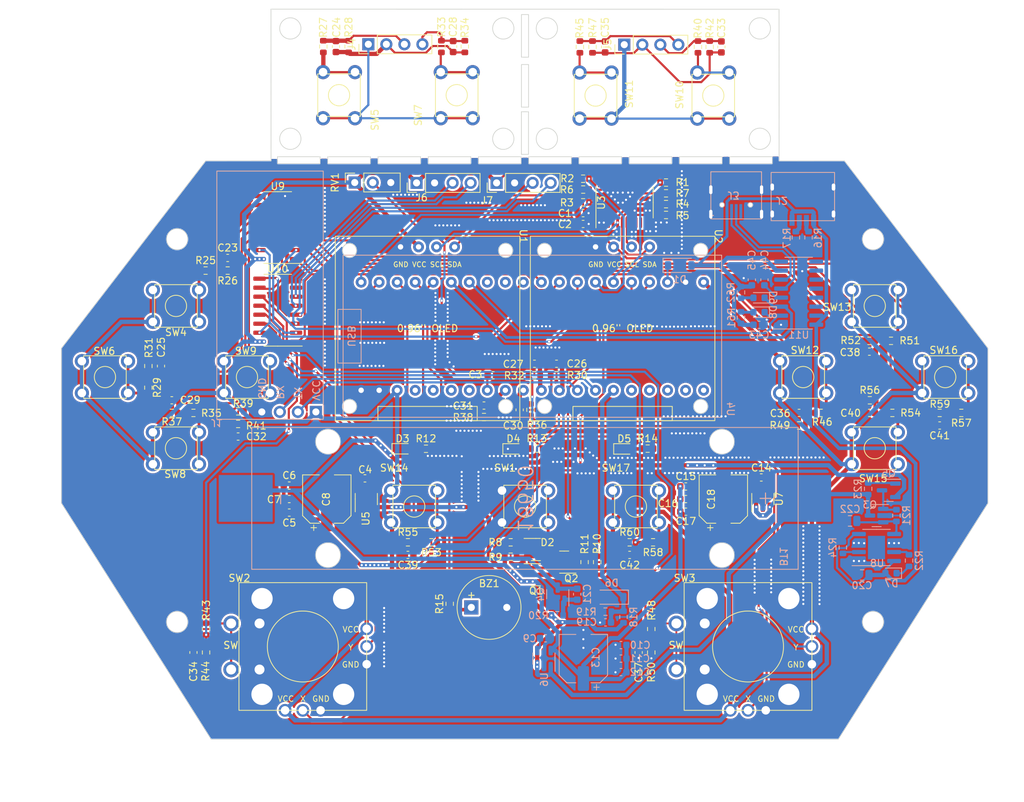
<source format=kicad_pcb>
(kicad_pcb (version 20240108) (generator "pcbnew") (generator_version "8.0")
  (layers (0 "F.Cu" signal) (31 "B.Cu" signal) (34 "B.Paste" user) (35 "F.Paste" user) (36 "B.SilkS" user "B.Silkscreen") (37 "F.SilkS" user "F.Silkscreen") (38 "B.Mask" user) (39 "F.Mask" user) (44 "Edge.Cuts" user))
  (net 0 "")
  (net 1 "+BATT")
  (net 2 "-BATT")
  (net 3 "Net-(BZ1--)")
  (net 4 "+3V3")
  (net 5 "/power_part/Bat_volt")
  (net 6 "+5V")
  (net 7 "Net-(U5-BP)")
  (net 8 "Net-(Q1-G)")
  (net 9 "Net-(U6-BP)")
  (net 10 "Net-(U7-BP)")
  (net 11 "/buttons/X1_filtered")
  (net 12 "/buttons/X2_filtered")
  (net 13 "/buttons/Y1_filtered")
  (net 14 "/buttons/Y2_filtered")
  (net 15 "/buttons/D0_1")
  (net 16 "/buttons/D1_1")
  (net 17 "/buttons/D0_0")
  (net 18 "/buttons/D1_0")
  (net 19 "/buttons/D2_0")
  (net 20 "/buttons/D3_0")
  (net 21 "/buttons/D4_0")
  (net 22 "/buttons/D5_0")
  (net 23 "/buttons/D6_0")
  (net 24 "/buttons/D7_0")
  (net 25 "Net-(J5-Pin_3)")
  (net 26 "/buttons/conn_gnd_R")
  (net 27 "/buttons/D3_1")
  (net 28 "Net-(J5-Pin_4)")
  (net 29 "/buttons/D2_1")
  (net 30 "Net-(J4-Pin_3)")
  (net 31 "/buttons/conn_gnd_L")
  (net 32 "Net-(J4-Pin_4)")
  (net 33 "Net-(Q3-S)")
  (net 34 "Net-(U11-3v3)")
  (net 35 "/PB0")
  (net 36 "/PG1")
  (net 37 "Net-(Q2-G)")
  (net 38 "Net-(D1-K)")
  (net 39 "/UART1_RX")
  (net 40 "Net-(D2-K)")
  (net 41 "Net-(D9-A)")
  (net 42 "/UART1_TX")
  (net 43 "Net-(D3-A)")
  (net 44 "Net-(D4-A)")
  (net 45 "Net-(R27-Pad1)")
  (net 46 "Net-(D5-A)")
  (net 47 "Net-(R29-Pad1)")
  (net 48 "Net-(D7-K)")
  (net 49 "Net-(J2-CC)")
  (net 50 "Net-(D8-A)")
  (net 51 "Net-(R33-Pad1)")
  (net 52 "Net-(J2-VCONN)")
  (net 54 "/TCA9548_reset")
  (net 55 "/power_part/D-")
  (net 56 "/power_part/D+")
  (net 57 "/SD1")
  (net 58 "VCC")
  (net 59 "/UART2_RX")
  (net 60 "/UART2_TX")
  (net 61 "/buttons/conn_vcc_L")
  (net 62 "/buttons/conn_vcc_R")
  (net 63 "/buttons/D4_1")
  (net 64 "/buttons/D5_1")
  (net 65 "/buttons/D6_1")
  (net 66 "/buttons/D7_1")
  (net 67 "Net-(Q3-G)")
  (net 68 "Net-(Q4-G)")
  (net 69 "Net-(Q5-G)")
  (net 70 "/SC1")
  (net 71 "/SD0")
  (net 72 "/SC0")
  (net 73 "Net-(U4-PB14)")
  (net 74 "Net-(U4-PB15)")
  (net 75 "/buttons/X1")
  (net 76 "/buttons/X2")
  (net 77 "/buttons/Y1")
  (net 78 "/buttons/Y2")
  (net 79 "/buttons/SW1")
  (net 80 "/buttons/SW2")
  (net 81 "Net-(U4-PA8)")
  (net 82 "Net-(R25-Pad1)")
  (net 83 "Net-(U4-PB13)")
  (net 84 "Net-(R35-Pad1)")
  (net 85 "Net-(U8-CHRG)")
  (net 86 "Net-(U8-PROG)")
  (net 87 "Net-(R39-Pad1)")
  (net 88 "/PG2")
  (net 89 "Net-(R40-Pad1)")
  (net 90 "GND")
  (net 91 "/I2C1_SDA")
  (net 92 "/I2C1_SCL")
  (net 93 "Net-(R45-Pad1)")
  (net 94 "Net-(R46-Pad1)")
  (net 95 "Net-(R51-Pad1)")
  (net 96 "Net-(R53-Pad1)")
  (net 97 "Net-(R54-Pad1)")
  (net 98 "/usb2ttl/DTR")
  (net 99 "/usb2ttl/RTS")
  (net 100 "Net-(R57-Pad1)")
  (net 101 "Net-(R58-Pad1)")
  (net 103 "/SD2")
  (net 104 "/SC2")
  (net 105 "/SD3")
  (net 106 "/SC3")
  (net 107 "/SD4")
  (net 108 "/SC4")
  (net 109 "/SD5")
  (net 110 "/SC5")
  (net 111 "/RST")
  (net 112 "/SD6")
  (net 113 "/SC6")
  (net 114 "/SD7")
  (net 115 "/~{CE}")
  (net 116 "/CP")
  (net 117 "/~{PL}")
  (net 118 "/Q7_1")
  (net 119 "/SC7")
  (net 120 "/buttons/Q7_0")
  (footprint "LED_SMD:LED_0603_1608Metric" (layer "F.Cu") (at 166.93256 92.91285)
    (property "Reference" "D3")
    (property "Value" "Green")
  )
  (footprint "Connector_PinSocket_2.54mm:PinSocket_1x03_P2.54mm_Vertical" (layer "F.Cu") (at 160.19806 55.37385 90)
    (property "Reference" "RV1")
    (property "Value" "10k")
  )
  (footprint "IVE:SW-6-6" (layer "F.Cu") (at 207.721625 46.11 90)
    (property "Reference" "SW10")
    (property "Value" "R1")
  )
  (footprint "IVE:0.96-OLED" (layer "F.Cu") (at 210.9437 62.946 -90)
    (property "Reference" "U2")
    (property "Value" "0.96\"-OLED")
    (fp_circle (center 2 24) (end 3 24) (stroke (width 0.12)) (fill none) (layer "Edge.Cuts"))
    (fp_circle (center 24 24) (end 25 24) (stroke (width 0.12)) (fill none) (layer "Edge.Cuts"))
    (fp_circle (center 2 2) (end 3 2) (stroke (width 0.12)) (fill none) (layer "Edge.Cuts"))
    (fp_circle (center 24 2) (end 25 2) (stroke (width 0.12)) (fill none) (layer "Edge.Cuts"))
  )
  (footprint "Capacitor_SMD:C_0603_1608Metric" (layer "F.Cu") (at 242.62456 89.63085 180)
    (property "Reference" "C41")
    (property "Value" "C_Small")
  )
  (footprint "Connector_PinHeader_2.54mm:PinHeader_1x04_P2.54mm_Vertical" (layer "F.Cu") (at 180.1876 55.4228 90)
    (property "Reference" "J7")
    (property "Value" "Conn_01x04_Pin")
  )
  (footprint "Capacitor_SMD:C_0603_1608Metric" (layer "F.Cu") (at 188.6326 80.9244 180)
    (property "Reference" "C26")
    (property "Value" "C_Small")
  )
  (footprint "Capacitor_SMD:C_0603_1608Metric" (layer "F.Cu") (at 232.71856 87.85285 180)
    (property "Reference" "C40")
    (property "Value" "C_Small")
  )
  (footprint "Capacitor_SMD:C_0603_1608Metric" (layer "F.Cu") (at 150.97056 98.099851)
    (property "Reference" "C6")
    (property "Value" "10n")
  )
  (footprint "Capacitor_SMD:C_0603_1608Metric" (layer "F.Cu") (at 206.85056 98.226851)
    (property "Reference" "C15")
    (property "Value" "1n")
  )
  (footprint "Resistor_SMD:R_0603_1608Metric" (layer "F.Cu") (at 155.774875 36.199405 90)
    (property "Reference" "R27")
    (property "Value" "R_Small")
  )
  (footprint "Capacitor_SMD:C_0603_1608Metric" (layer "F.Cu") (at 142.29456 66.00885)
    (property "Reference" "C23")
    (property "Value" "C_Small")
  )
  (footprint "Capacitor_SMD:C_0603_1608Metric" (layer "F.Cu") (at 192.379 59.69)
    (property "Reference" "C1")
    (property "Value" "10n")
  )
  (footprint "Capacitor_SMD:C_0603_1608Metric" (layer "F.Cu") (at 161.63856 97.089351 180)
    (property "Reference" "C4")
    (property "Value" "470p")
  )
  (footprint "Capacitor_SMD:C_0603_1608Metric" (layer "F.Cu") (at 157.552875 36.199405 -90)
    (property "Reference" "C24")
    (property "Value" "C_Small")
  )
  (footprint "Package_SO:TSSOP-24_4.4x7.8mm_P0.65mm" (layer "F.Cu") (at 198.221 58.166 90)
    (property "Reference" "U3")
    (property "Value" "TCA9548APWR")
  )
  (footprint "Resistor_SMD:R_0603_1608Metric" (layer "F.Cu") (at 204.063 55.372)
    (property "Reference" "R1")
    (property "Value" "1k")
  )
  (footprint "Resistor_SMD:R_0603_1608Metric" (layer "F.Cu") (at 208.562625 36.252 90)
    (property "Reference" "R40")
    (property "Value" "R_Small")
  )
  (footprint "Resistor_SMD:R_0603_1608Metric" (layer "F.Cu") (at 188.6326 82.55)
    (property "Reference" "R30")
    (property "Value" "R_Small")
  )
  (footprint "Resistor_SMD:R_0603_1608Metric" (layer "F.Cu") (at 170.23456 92.91285)
    (property "Reference" "R12")
    (property "Value" "1k")
  )
  (footprint "Capacitor_SMD:C_0603_1608Metric" (layer "F.Cu") (at 206.85056 100.004851)
    (property "Reference" "C16")
    (property "Value" "10n")
  )
  (footprint "Resistor_SMD:R_0603_1608Metric" (layer "F.Cu") (at 134.42056 87.85285)
    (property "Reference" "R37")
    (property "Value" "R_Small")
  )
  (footprint "Capacitor_SMD:C_0603_1608Metric" (layer "F.Cu") (at 217.48656 96.956851 180)
    (property "Reference" "C14")
    (property "Value" "470p")
  )
  (footprint "Resistor_SMD:R_0603_1608Metric" (layer "F.Cu") (at 173.57656 114.77685 90)
    (property "Reference" "R15")
    (property "Value" "220")
  )
  (footprint "Resistor_SMD:R_0603_1608Metric" (layer "F.Cu") (at 139.18356 67.78685)
    (property "Reference" "R25")
    (property "Value" "R_Small")
  )
  (footprint "Capacitor_SMD:C_0603_1608Metric" (layer "F.Cu") (at 232.71856 79.21685 180)
    (property "Reference" "C38")
    (property "Value" "C_Small")
  )
  (footprint "Resistor_SMD:R_0603_1608Metric" (layer "F.Cu") (at 139.24656 118.33285 -90)
    (property "Reference" "R43")
    (property "Value" "R_Small")
  )
  (footprint "Resistor_SMD:R_0603_1608Metric" (layer "F.Cu") (at 192.38 54.84 180)
    (property "Reference" "R2")
    (property "Value" "1k")
  )
  (footprint "Resistor_SMD:R_0603_1608Metric" (layer "F.Cu") (at 204.063 59.944 180)
    (property "Reference" "R5")
    (property "Value" "1k")
  )
  (footprint "Resistor_SMD:R_0603_1608Metric" (layer "F.Cu") (at 222.81256 89.63085)
    (property "Reference" "R49")
    (property "Value" "R_Small")
  )
  (footprint "LED_SMD:LED_0603_1608Metric" (layer "F.Cu") (at 198.17456 92.93285)
    (property "Reference" "D5")
    (property "Value" "Red")
  )
  (footprint "Resistor_SMD:R_0603_1608Metric" (layer "F.Cu") (at 242.62456 87.85285)
    (property "Reference" "R59")
    (property "Value" "R_Small")
  )
  (footprint "Resistor_SMD:R_0603_1608Metric" (layer "F.Cu") (at 204.063 58.42 180)
    (property "Reference" "R4")
    (property "Value" "1k")
  )
  (footprint "Resistor_SMD:R_0603_1608Metric" (layer "F.Cu") (at 159.330875 36.199405 90)
    (property "Reference" "R28")
    (property "Value" "R_Small")
  )
  (footprint "Resistor_SMD:R_0603_1608Metric" (layer "F.Cu") (at 182.17 106.10085 180)
    (property "Reference" "R8")
    (property "Value" "10k")
  )
  (footprint "Resistor_SMD:R_0603_1608Metric" (layer "F.Cu") (at 178.4096 88.4428)
    (property "Reference" "R38")
    (property "Value" "R_Small")
  )
  (footprint "Resistor_SMD:R_0603_1608Metric" (layer "F.Cu") (at 192.39 56.36)
    (property "Reference" "R6")
    (property "Value" "1k")
  )
  (footprint "Resistor_SMD:R_0603_1608Metric" (layer "F.Cu") (at 143.764 87.63 180)
    (property "Reference" "R39")
    (property "Value" "R_Small")
  )
  (footprint "Resistor_SMD:R_0603_1608Metric" (layer "F.Cu") (at 192.379 58.166)
    (property "Reference" "R3")
    (property "Value" "10k")
  )
  (footprint "Package_TO_SOT_SMD:SOT-23-5" (layer "F.Cu") (at 161.82656 100.004851 90)
    (property "Reference" "U5")
    (property "Value" "MIC5219-3.3YM5")
  )
  (footprint "Resistor_SMD:R_0603_1608Metric" (layer "F.Cu") (at 201.98456 121.63485 90)
    (property "Reference" "R50")
    (property "Value" "R_Small")
  )
  (footprint "Capacitor_SMD:C_0603_1608Metric" (layer "F.Cu") (at 167.692 107.87885 180)
    (property "Reference" "C39")
    (property "Value" "C_Small")
  )
  (footprint "Connector_PinHeader_2.54mm:PinHeader_1x04_P2.54mm_Vertical" (layer "F.Cu") (at 162.1128 35.879405 90)
    (property "Reference" "J4")
    (property "Value" "Conn_01x04_Pin")
  )
  (footprint "Resistor_SMD:R_0603_1608Metric" (layer "F.Cu") (at 142.29456 67.78685 180)
    (property "Reference" "R26")
    (property "Value" "R_Small")
  )
  (footprint "Capacitor_SMD:CP_Elec_6.3x5.4" (layer "F.Cu") (at 212.14456 100.004851 90)
    (property "Reference" "C18")
    (property "Value" "220u")
  )
  (footprint "IVE:SW-6-6" (layer "F.Cu") (at 142.014 79.80385)
    (property "Reference" "SW9")
    (property "Value" "Right")
  )
  (footprint "Resistor_SMD:R_0603_1608Metric" (layer "F.Cu") (at 235.95756 87.85285 180)
    (property "Reference" "R54")
    (property "Value" "R_Small")
  )
  (footprint "Capacitor_SMD:C_0603_1608Metric" (layer "F.Cu") (at 150.97056 100.004851)
    (property "Reference" "C7")
    (property "Value" "2.2u")
  )
  (footprint "Resistor_SMD:R_0603_1608Metric" (layer "F.Cu") (at 191.925625 36.252 90)
    (property "Reference" "R45")
    (property "Value" "R_Small")
  )
  (footprint "Capacitor_SMD:C_0603_1608Metric" (layer "F.Cu") (at 192.379 61.214)
    (property "Reference" "C2")
    (property "Value" "100n")
  )
  (footprint "Resistor_SMD:R_0603_1608Metric" (layer "F.Cu") (at 139.24656 121.63485 90)
    (property "Reference" "R44")
    (property "Value" "R_Small")
  )
  (footprint "Resistor_SMD:R_0603_1608Metric" (layer "F.Cu") (at 192.584 108.89485 -90)
    (property "Reference" "R11")
    (property "Value" "10k")
  )
  (footprint "Package_TO_SOT_SMD:SOT-23" (layer "F.Cu") (at 185.726 110.67285)
    (property "Reference" "Q1")
    (property "Value" "AO3401A")
  )
  (footprint "IVE:Buzzer_9x5.5RM5.0" (layer "F.Cu") (at 179.12456 115.28485)
    (property "Reference" "BZ1")
    (property "Value" "Buzzer")
  )
  (footprint "Capacitor_SMD:C_0603_1608Metric" (layer "F.Cu") (at 137.46856 121.63485 -90)
    (property "Reference" "C34")
    (property "Value" "C_Small")
  )
  (footprint "Resistor_SMD:R_0603_1608Metric" (layer "F.Cu") (at 235.76656 77.69285 180)
    (property "Reference" "R51")
    (property "Value" "R_Small")
  )
  (footprint "Resistor_SMD:R_0603_1608Metric" (layer "F.Cu") (at 202.236 106.10085 180)
    (property "Reference" "R58")
    (property "Value" "R_Small")
  )
  (footprint "IVE:SW-6-6" (layer "F.Cu") (at 154.984875 46.057405 90)
    (property "Reference" "SW5")
    (property "Value" "L1")
  )
  (footprint "IVE:0.96-OLED" (layer "F.Cu") (at 183.4603 62.946 -90)
    (property "Reference" "U1")
    (property "Value" "0.96\"-OLED")
    (fp_circle (center 2 24) (end 3 24) (stroke (width 0.12)) (fill none) (layer "Edge.Cuts"))
    (fp_circle (center 24 24) (end 25 24) (stroke (width 0.12)) (fill none) (layer "Edge.Cuts"))
    (fp_circle (center 2 2) (end 3 2) (stroke (width 0.12)) (fill none) (layer "Edge.Cuts"))
    (fp_circle (center 24 2) (end 25 2) (stroke (width 0.12)) (fill none) (layer "Edge.Cuts"))
  )
  (footprint "IVE:SW-6-6" (layer "F.Cu") (at 171.570875 46.057405 90)
    (property "Reference" "SW7")
    (property "Value" "L2")
  )
  (footprint "Resistor_SMD:R_0603_1608Metric" (layer "F.Cu") (at 175.713875 36.199405 90)
    (property "Reference" "R34")
    (property "Value" "R_Small")
  )
  (footprint "IVE:SW-6-6" (layer "F.Cu") (at 181.202 98.056)
    (property "Reference" "SW1")
    (property "Value" "Home")
  )
  (footprint "IVE:SW-6-6" (layer "F.Cu") (at 196.823 98.056)
    (property "Reference" "SW17")
    (property "Value" "Hold")
  )
  (footprint "IVE:SW-6-6" (layer "F.Cu") (at 230.47825 69.77085)
    (property "Reference" "SW13")
    (property "Value" "Y")
  )
  (footprint "Capacitor_SMD:C_0603_1608Metric" (layer "F.Cu") (at 132.89656 81.24885 90)
    (property "Reference" "C25")
    (property "Value" "C_Small")
  )
  (footprint "Capacitor_SMD:C_0603_1608Metric" (layer "F.Cu") (at 198.934 107.87885 180)
    (property "Reference" "C42")
    (property "Value" "C_Small")
  )
  (footprint "Resistor_SMD:R_0603_1608Metric" (layer "F.Cu") (at 198.934 106.10085)
    (property "Reference" "R60")
    (property "Value" "R_Small")
  )
  (footprint "Package_SO:SO-16_3.9x9.9mm_P1.27mm" (layer "F.Cu") (at 149.352 61.722 180)
    (property "Reference" "U9")
    (property "Value" "74HC165")
  )
  (footprint "Resistor_SMD:R_0603_1608Metric" (layer "F.Cu") (at 131.11856 84.29685 90)
    (property "Reference" "R29")
    (property "Value" "R_Small")
  )
  (footprint "Resistor_SMD:R_0603_1608Metric" (layer "F.Cu") (at 137.46856 87.85285 180)
    (property "Reference" "R35")
    (property "Value" "R_Small")
  )
  (footprint "IVE:joystick2" (layer "F.Cu") (at 143.88206 111.79235)
    (property "Reference" "SW2")
    (property "Value" "joystick")
  )
  (footprint "Capacitor_SMD:C_0603_1608Metric" (layer "F.Cu") (at 174.062875 36.199405 -90)
    (property "Reference" "C28")
    (property "Value" "C_Small")
  )
  (footprint "Package_TO_SOT_SMD:SOT-23-5" (layer "F.Cu") (at 217.70656 100.004851 90)
    (property "Reference" "U7")
    (property "Value" "MIC5219-3.3YM5")
  )
  (footprint "Capacitor_SMD:C_0603_1608Metric" (layer "F.Cu") (at 179.71 82.55)
    (property "Reference" "C3")
    (property "Value" "100n")
  )
  (footprint "IVE:SW-6-6" (layer "F.Cu") (at 220.39 79.80385)
    (property "Reference" "SW12")
    (property "Value" "X")
  )
  (footprint "Package_TO_SOT_SMD:SOT-23" (layer "F.Cu") (at 185.726 107.11685)
    (property "Reference" "D2")
    (property "Value" "BAV70")
  )
  (footprint "Resistor_SMD:R_0603_1608Metric" (layer "F.Cu") (at 225.86056 87.85285 180)
    (property "Reference" "R46")
    (property "Value" "R_Small")
  )
  (footprint "Capacitor_SMD:C_0603_1608Metric" (layer "F.Cu") (at 143.764 91.186)
    (property "Reference" "C32")
    (property "Value" "C_Small")
  )
  (footprint "Resistor_SMD:R_0603_1608Metric" (layer "F.Cu") (at 201.47656 92.89285)
    (property "Reference" "R14")
    (property "Value" "1k")
  )
  (footprint "Capacitor_SMD:C_0603_1608Metric" (layer "F.Cu") (at 134.42056 86.07485 180)
    (property "Reference" "C29")
    (property "Value" "C_Small")
  )
  (footprint "Resistor_SMD:R_0603_1608Metric" (layer "F.Cu") (at 193.703625 36.252 90)
    (property "Reference" "R47")
    (property "Value" "R_Small")
  )
  (footprint "Capacitor_SMD:C_0603_1608Metric" (layer "F.Cu") (at 211.864625 36.252 -90)
    (property "Reference" "C33")
    (property "Value" "C_Small")
  )
  (footprint "IVE:SW-6-6" (layer "F.Cu") (at 132.007 89.83685)
    (property "Reference" "SW8")
    (property "Value" "Down")
  )
  (footprint "Connector_PinHeader_2.54mm:PinHeader_1x04_P2.54mm_Vertical" (layer "F.Cu") (at 168.91 55.4228 90)
    (property "Reference" "J6")
    (property "Value" "Conn_01x04_Pin")
  )
  (footprint "IVE:SW-6-6" (layer "F.Cu") (at 165.581 98.056)
    (property "Reference" "SW14")
    (property "Value" "Estop")
  )
  (footprint "Resistor_SMD:R_0603_1608Metric" (layer "F.Cu") (at 194.362 108.89485 90)
    (property "Reference" "R10")
    (property "Value" "1k")
  )
  (footprint "Capacitor_SMD:C_0603_1608Metric" (layer "F.Cu") (at 200.20656 121.63485 -90)
    (property "Reference" "C37")
    (property "Value" "C_Small")
  )
  (footprint "IVE:SW-6-6" (layer "F.Cu") (at 230.47825 89.83685)
    (property "Reference" "SW15")
    (property "Value" "A")
  )
  (footprint "Resistor_SMD:R_0603_1608Metric" (layer "F.Cu") (at 182.17 108.13285 180)
    (property "Reference" "R9")
    (property "Value" "10k")
  )
  (footprint "Resistor_SMD:R_0603_1608Metric" (layer "F.Cu") (at 131.11856 81.24885 -90)
    (property "Reference" "R31")
    (property "Value" "R_Small")
  )
  (footprint "Capacitor_SMD:C_0603_1608Metric" (layer "F.Cu") (at 178.4096 86.8172 180)
    (property "Reference" "C31")
    (property "Value" "C_Small")
  )
  (footprint "Resistor_SMD:R_0603_1608Metric" (layer "F.Cu") (at 204.063 56.896 180)
    (property "Reference" "R7")
    (property "Value" "1k")
  )
  (footprint "Capacitor_SMD:C_0603_1608Metric" (layer "F.Cu") (at 222.81256 87.85285 180)
    (property "Reference" "C36")
    (property "Value" "C_Small")
  )
  (footprint "Resistor_SMD:R_0603_1608Metric" (layer "F.Cu") (at 172.411875 36.199405 90)
    (property "Reference" "R33")
    (property "Value" "R_Small")
  )
  (footprint "Resistor_SMD:R_0603_1608Metric" (layer "F.Cu") (at 185.5094 82.55)
    (property "Reference" "R32")
    (property "Value" "R_Small")
  )
  (footprint "Capacitor_SMD:C_0603_1608Metric" (layer "F.Cu") (at 195.481625 36.252 -90)
    (property "Reference" "C35")
    (property "Value" "C_Small")
  )
  (footprint "Package_TO_SOT_SMD:SOT-23" (layer "F.Cu") (at 189.7115 108.89485 180)
    (property "Reference" "Q2")
    (property "Value" "AO3400A")
  )
  (footprint "Capacitor_SMD:CP_Elec_6.3x5.4" (layer "F.Cu") (at 156.26456 100.004851 90)
    (property "Reference" "C8")
    (property "Value" "220u")
  )
  (footprint "IVE:SW-6-6" (layer "F.Cu") (at 132.007 69.77085)
    (property "Reference" "SW4")
    (property "Value" "Up")
  )
  (footprint "Resistor_SMD:R_0603_1608Metric" (layer "F.Cu") (at 201.98456 118.33285 -90)
    (property "Reference" "R48")
    (property "Value" "R_Small")
  )
  (footprint "Resistor_SMD:R_0603_1608Metric" (layer "F.Cu") (at 143.764 89.408 180)
    (property "Reference" "R41")
    (property "Value" "R_Small")
  )
  (footprint "Connector_PinHeader_2.54mm:PinHeader_1x04_P2.54mm_Vertical" (layer "F.Cu") (at 198.1808 35.932 90)
    (property "Reference" "J5")
    (property "Value" "Conn_01x04_Pin")
  )
  (footprint "Resistor_SMD:R_0603_1608Metric" (layer "F.Cu") (at 232.78156 86.07485)
    (property "Reference" "R56")
    (property "Value" "R_Small")
  )
  (footprint "Resistor_SMD:R_0603_1608Metric" (layer "F.Cu") (at 167.692 106.10085)
    (property "Reference" "R55")
    (property "Value" "R_Small")
  )
  (footprint "IVE:SW-6-6" (layer "F.Cu") (at 122 79.80385)
    (property "Reference" "SW6")
    (property "Value" "Left")
  )
  (footprint "Resistor_SMD:R_0603_1608Metric" (layer "F.Cu") (at 245.67256 87.85285 180)
    (property "Reference" "R57")
    (property "Value" "R_Small")
  )
  (footprint "Resistor_SMD:R_0603_1608Metric" (layer "F.Cu") (at 170.994 106.10085 180)
    (property "Reference" "R53")
    (property "Value" "R_Small")
  )
  (footprint "Capacitor_SMD:C_0603_1608Metric" (layer "F.Cu") (at 150.97056 101.909851)
    (property "Reference" "C5")
    (property "Value" "1n")
  )
  (footprint "IVE:SW-6-6" (layer "F.Cu") (at 191.135625 46.11 90)
    (property "Reference" "SW11")
    (property "Value" "R2")
  )
  (footprint "Resistor_SMD:R_0603_1608Metric" (layer "F.Cu") (at 232.71856 77.69285)
    (property "Reference" "R52")
    (property "Value" "R_Small")
  )
  (footprint "Resistor_SMD:R_0603_1608Metric" (layer "F.Cu") (at 185.85556 92.89285)
    (property "Reference" "R13")
    (property "Value" "1k")
  )
  (footprint "LED_SMD:LED_0603_1608Metric" (layer "F.Cu") (at 182.55356 92.93285)
    (property "Reference" "D4")
    (property "Value" "Yellow")
  )
  (footprint "Capacitor_SMD:C_0603_1608Metric" (layer "F.Cu") (at 183.4388 87.4268 -90)
    (property "Reference" "C30")
    (property "Value" "C_Small")
  )
  (footprint "Resistor_SMD:R_0603_1608Metric" (layer "F.Cu") (at 184.9628 87.4268 90)
    (property "Reference" "R36")
    (property "Value" "R_Small")
  )
  (footprint "Package_SO:SO-16_3.9x9.9mm_P1.27mm" (layer "F.Cu") (at 149.352 73.37485 180)
    (property "Reference" "U10")
    (property "Value" "74HC165")
  )
  (footprint "Capacitor_SMD:C_0603_1608Metric" (layer "F.Cu") (at 206.85056 101.782851)
    (property "Reference" "C17")
    (property "Value" "2.2u")
  )
  (footprint "IVE:SW-6-6" (layer "F.Cu") (at 240.404 79.80385)
    (property "Reference" "SW16")
    (property "Value" "B")
  )
  (footprint "IVE:joystick2" (layer "F.Cu") (at 206.62006 111.79235)
    (property "Reference" "SW3")
    (property "Value" "joystick")
  )
  (footprint "Capacitor_SMD:C_0603_1608Metric" (layer "F.Cu") (at 185.5216 80.9244 180)
    (property "Reference" "C27")
    (property "Value" "C_Small")
  )
  (footprint "Resistor_SMD:R_0603_1608Metric" (layer "F.Cu") (at 210.213625 36.252 90)
    (property "Reference" "R42")
    (property "Value" "R_Small")
  )
  (footprint "LED_SMD:LED_0603_1608Metric" (layer "B.Cu") (at 235.76656 110.45885 180)
    (property "Reference" "D7")
    (property "Value" "CHRG")
  )
  (footprint "IVE:USB_Micro_5p" (layer "B.Cu") (at 210.37566 60.5028)
    (property "Reference" "J3")
    (property "Value" "USB_B_Micro")
    (fp_circle (center 1.575 -1.9812) (end 1.9 -1.9812) (stroke (width 0.1)) (fill none) (layer "Edge.Cuts"))
    (fp_circle (center 5.575 -1.9812) (end 5.9 -1.9812) (stroke (width 0.1)) (fill none) (layer "Edge.Cuts"))
  )
  (footprint "Capacitor_SMD:C_0603_1608Metric" (layer "B.Cu") (at 217.17 75.438)
    (property "Reference" "C43")
    (property "Value" "1u")
  )
  (footprint "Package_SO:SOIC-16_3.9x9.9mm_P1.27mm" (layer "B.Cu") (at 222.758 70.968)
    (property "Reference" "U11")
    (property "Value" "CH343G")
  )
  (footprint "Resistor_SMD:R_0603_1608Metric" (layer "B.Cu") (at 214.63 70.866 -90)
    (property "Reference" "R62")
    (property "Value" "2k")
  )
  (footprint "Resistor_SMD:R_0603_1608Metric" (layer "B.Cu") (at 222.36446 63.11285 90)
    (property "Reference" "R17")
    (property "Value" "5k1")
  )
  (footprint "Package_TO_SOT_SMD:SOT-23" (layer "B.Cu") (at 235.43406 98.77485 180)
    (property "Reference" "Q5")
    (property "Value" "AO3400A")
  )
  (footprint "Capacitor_SMD:CP_Elec_6.3x5.4" (layer "B.Cu") (at 192.42 122.5 90)
    (property "Reference" "C13")
    (property "Value" "220u")
  )
  (footprint "Resistor_SMD:R_0603_1608Metric" (layer "B.Cu") (at 228.98706 106.83985 -90)
    (property "Reference" "R24")
    (property "Value" "2k")
  )
  (footprint "Capacitor_SMD:C_0603_1608Metric" (layer "B.Cu") (at 197.714 120.595 180)
    (property "Reference" "C10")
    (property "Value" "1n")
  )
  (footprint "IVE:zigbee" (layer "B.Cu") (at 140.764 88.75885)
    (property "Reference" "J1")
    (property "Value" "Zigbee1")
  )
  (footprint "Diode_SMD:D_SOD-123" (layer "B.Cu") (at 205.994 67.056)
    (property "Reference" "D1")
    (property "Value" "1N4148W")
  )
  (footprint "Package_TO_SOT_SMD:SOT-23" (layer "B.Cu") (at 233.73456 102.33085 180)
    (property "Reference" "Q3")
    (property "Value" "AO3401A")
  )
  (footprint "Resistor_SMD:R_0603_1608Metric" (layer "B.Cu") (at 214.63 74.422 90)
    (property "Reference" "R61")
    (property "Value" "2k")
  )
  (footprint "Capacitor_SMD:C_0603_1608Metric" (layer "B.Cu") (at 191.534 113.4185 90)
    (property "Reference" "C21")
    (property "Value" "100n")
  )
  (footprint "Resistor_SMD:R_0603_1608Metric" (layer "B.Cu") (at 236.52856 102.33085 90)
    (property "Reference" "R21")
    (property "Value" "10k")
  )
  (footprint "Package_TO_SOT_SMD:SOT-23-5" (layer "B.Cu") (at 186.858 122.5 90)
    (property "Reference" "U6")
    (property "Value" "MIC5219-3.3YM5")
  )
  (footprint "IVE:USB-C-6P" (layer "B.Cu") (at 218.87556 60.75085)
    (property "Reference" "J2")
    (property "Value" "USB_C_Plug_USB2.0")
  )
  (footprint "Capacitor_SMD:C_0603_1608Metric" (layer "B.Cu") (at 197.714 122.5 180)
    (property "Reference" "C11")
    (property "Value" "10n")
  )
  (footprint "Capacitor_SMD:C_0603_1608Metric" (layer "B.Cu") (at 216.154 69.088 90)
    (property "Reference" "C45")
    (property "Value" "1u")
  )
  (footprint "Resistor_SMD:R_0603_1608Metric" (layer "B.Cu") (at 188.74 116.388)
    (property "Reference" "R20")
    (property "Value" "10")
  )
  (footprint "Capacitor_SMD:C_0603_1608Metric" (layer "B.Cu") (at 195.535 117.392 180)
    (property "Reference" "C19")
    (property "Value" "10n")
  )
  (footprint "Resistor_SMD:R_0603_1608Metric" (layer "B.Cu") (at 195.535 115.88 180)
    (property "Reference" "R19")
    (property "Value" "10k")
  )
  (footprint "Resistor_SMD:R_0603_1608Metric" (layer "B.Cu") (at 224.14246 63.11285 90)
    (property "Reference" "R16")
    (property "Value" "5k1")
  )
  (footprint "LED_SMD:LED_0603_1608Metric" (layer "B.Cu") (at 217.17 73.66 180)
    (property "Reference" "D8")
    (property "Value" "YELLOW")
  )
  (footprint "Resistor_SMD:R_0603_1608Metric" (layer "B.Cu") (at 238.30656 108.68085 90)
    (property "Reference" "R22")
    (property "Value" "1k")
  )
  (footprint "Resistor_SMD:R_0603_1608Metric" (layer "B.Cu") (at 198.07 116.63 90)
    (property "Reference" "R18")
    (property "Value" "100k")
  )
  (footprint "Package_TO_SOT_SMD:SOT-23" (layer "B.Cu") (at 188.806 113.4185 90)
    (property "Reference" "Q4")
    (property "Value" "AO3400A")
  )
  (footprint "Diode_SMD:D_SOD-123" (layer "B.Cu") (at 196.405 113.836 180)
    (property "Reference" "D6")
    (property "Value" "3v6")
  )
  (footprint "Capacitor_SMD:C_0603_1608Metric" (layer "B.Cu") (at 217.932 69.088 90)
    (property "Reference" "C44")
    (property "Value" "0.1u")
  )
  (footprint "Capacitor_SMD:C_0603_1608Metric" (layer "B.Cu") (at 187.08 119.636)
    (property "Reference" "C9")
    (property "Value" "470p")
  )
  (footprint "IVE:Bluepill-STM32F103CxTx" (layer "B.Cu") (at 211.9007 88.47585 90)
    (property "Reference" "U4")
    (property "Value" "Bluepill-STM32F103CxTx")
  )
  (footprint "Resistor_SMD:R_0603_1608Metric" (layer "B.Cu") (at 232.54456 98.55485 -90)
    (property "Reference" "R23")
    (property "Value" "1k")
  )
  (footprint "Capacitor_SMD:C_0805_2012Metric" (layer "B.Cu") (at 230.00306 103.09285 180)
    (property "Reference" "C22")
    (property "Value" "10u")
  )
  (footprint "Capacitor_SMD:C_0805_2012Metric" (layer "B.Cu") (at 231.70256 110.71285 180)
    (property "Reference" "C20")
    (property "Value" "10u")
  )
  (footprint "IVE:18650" (layer "B.Cu") (at 222.683 109.91085 90)
    (property "Reference" "BT1")
    (property "Value" "18650")
    (fp_circle (center 18 -66.25) (end 19.75 -66.25) (stroke (width 0.1)) (fill none) (layer "Edge.Cuts"))
    (fp_circle (center 2 -66.25) (end 3.75 -66.25) (stroke (width 0.1)) (fill none) (layer "Edge.Cuts"))
    (fp_circle (center 18 -10.75) (end 19.75 -10.75) (stroke (width 0.1)) (fill none) (layer "Edge.Cuts"))
    (fp_circle (center 2 -10.75) (end 3.75 -10.75) (stroke (width 0.1)) (fill none) (layer "Edge.Cuts"))
  )
  (footprint "Package_SO:SOIC-8-1EP_3.9x4.9mm_P1.27mm_EP2.41x3.3mm" (layer "B.Cu") (at 233.72106 106.83985)
    (property "Reference" "U8")
    (property "Value" "TP4056")
  )
  (footprint "LED_SMD:LED_0603_1608Metric" (layer "B.Cu") (at 217.17 71.628 180)
    (property "Reference" "D9")
    (property "Value" "GREEN")
  )
  (footprint "Capacitor_SMD:C_0603_1608Metric" (layer "B.Cu") (at 197.714 124.405 180)
    (property "Reference" "C12")
    (property "Value" "2.2u")
  )
  (gr_rect (start 183.692 31.69) (end 184.692 37.7) (stroke (width 0.1)) (fill none) (layer "Edge.Cuts"))
  (gr_circle (center 151.121625 49.203559) (end 152.621625 49.203559) (stroke (width 0.1)) (fill none) (layer "Edge.Cuts"))
  (gr_circle (center 217.282375 33.643559) (end 218.782375 33.643559) (stroke (width 0.1)) (fill none) (layer "Edge.Cuts"))
  (gr_rect (start 183.692 38.735) (end 184.692 44.745) (stroke (width 0.1)) (fill none) (layer "Edge.Cuts"))
  (gr_rect (start 191.79333 51.73) (end 197.80333 52.73) (stroke (width 0.1)) (fill none) (layer "Edge.Cuts"))
  (gr_line (start 220 52.33) (end 219.99 30.94) (stroke (width 0.1)) (layer "Edge.Cuts"))
  (gr_rect (start 183.68 45.39) (end 184.68 51.4) (stroke (width 0.1)) (fill none) (layer "Edge.Cuts"))
  (gr_line (start 139.202 52.324) (end 118.872 78.74) (stroke (width 0.1)) (layer "Edge.Cuts"))
  (gr_line (start 229.202 52.324) (end 249.428 78.74) (stroke (width 0.1)) (layer "Edge.Cuts"))
  (gr_circle (center 151.121625 33.643559) (end 152.621625 33.643559) (stroke (width 0.1)) (fill none) (layer "Edge.Cuts"))
  (gr_line (start 228.346 133.858) (end 139.954 133.858) (stroke (width 0.1)) (layer "Edge.Cuts"))
  (gr_rect (start 177.63222 51.73) (end 183.64222 52.73) (stroke (width 0.1)) (fill none) (layer "Edge.Cuts"))
  (gr_line (start 148.404 52.318) (end 139.202 52.324) (stroke (width 0.1)) (layer "Edge.Cuts"))
  (gr_circle (center 233.232 63.36) (end 234.732 63.36) (stroke (width 0.1)) (fill none) (layer "Edge.Cuts"))
  (gr_line (start 219.99 30.94) (end 148.394 30.928) (stroke (width 0.1)) (layer "Edge.Cuts"))
  (gr_line (start 118.872 78.74) (end 118.872 100.584) (stroke (width 0.1)) (layer "Edge.Cuts"))
  (gr_line (start 249.428 100.584) (end 228.346 133.858) (stroke (width 0.1)) (layer "Edge.Cuts"))
  (gr_rect (start 170.551665 51.73) (end 176.561665 52.73) (stroke (width 0.1)) (fill none) (layer "Edge.Cuts"))
  (gr_circle (center 181.131625 33.643559) (end 182.631625 33.643559) (stroke (width 0.1)) (fill none) (layer "Edge.Cuts"))
  (gr_line (start 148.404 52.318) (end 148.394 30.928) (stroke (width 0.1)) (layer "Edge.Cuts"))
  (gr_circle (center 181.131625 49.203559) (end 182.631625 49.203559) (stroke (width 0.1)) (fill none) (layer "Edge.Cuts"))
  (gr_circle (center 187.272375 33.643559) (end 188.772375 33.643559) (stroke (width 0.1)) (fill none) (layer "Edge.Cuts"))
  (gr_line (start 249.428 78.74) (end 249.428 100.584) (stroke (width 0.1)) (layer "Edge.Cuts"))
  (gr_rect (start 213.035 51.73) (end 219.045 52.73) (stroke (width 0.1)) (fill none) (layer "Edge.Cuts"))
  (gr_rect (start 205.95444 51.73) (end 211.96444 52.73) (stroke (width 0.1)) (fill none) (layer "Edge.Cuts"))
  (gr_line (start 229.202 52.324) (end 220 52.33) (stroke (width 0.1)) (layer "Edge.Cuts"))
  (gr_line (start 118.872 100.584) (end 139.954 133.858) (stroke (width 0.1)) (layer "Edge.Cuts"))
  (gr_rect (start 149.31 51.73) (end 155.32 52.73) (stroke (width 0.1)) (fill none) (layer "Edge.Cuts"))
  (gr_circle (center 135.172 63.36) (end 136.672 63.36) (stroke (width 0.1)) (fill none) (layer "Edge.Cuts"))
  (gr_rect (start 163.47111 51.73) (end 169.48111 52.73) (stroke (width 0.1)) (fill none) (layer "Edge.Cuts"))
  (gr_circle (center 217.282375 49.203559) (end 218.782375 49.203559) (stroke (width 0.1)) (fill none) (layer "Edge.Cuts"))
  (gr_circle (center 233.232 117.33) (end 234.732 117.33) (stroke (width 0.1)) (fill none) (layer "Edge.Cuts"))
  (gr_rect (start 156.390555 51.73) (end 162.400555 52.73) (stroke (width 0.1)) (fill none) (layer "Edge.Cuts"))
  (gr_rect (start 198.873885 51.73) (end 204.883885 52.73) (stroke (width 0.1)) (fill none) (layer "Edge.Cuts"))
  (gr_rect (start 184.712775 51.73) (end 190.722775 52.73) (stroke (width 0.1)) (fill none) (layer "Edge.Cuts"))
  (gr_circle (center 135.172 117.33) (end 136.672 117.33) (stroke (width 0.1)) (fill none) (layer "Edge.Cuts"))
  (gr_circle (center 187.272375 49.203559) (end 188.772375 49.203559) (stroke (width 0.1)) (fill none) (layer "Edge.Cuts"))
  (segment (start 161.407321 102.304851) (end 162.281709 102.304851) (width 0.6) (layer "F.Cu") (net 1))
  (segment (start 218.65656 101.77409) (end 218.65656 101.142351) (width 0.6) (layer "F.Cu") (net 1))
  (segment (start 217.287321 102.304851) (end 218.125799 102.304851) (width 0.6) (layer "F.Cu") (net 1))
  (segment (start 166.67 101.142351) (end 162.77656 101.142351) (width 0.6) (layer "F.Cu") (net 1))
  (segment (start 187.31863 116.4) (end 187.92 116.4) (width 0.6) (layer "F.Cu") (net 1))
  (segment (start 175.5 101.142351) (end 175.01 101.142351) (width 0.6) (layer "F.Cu") (net 1))
  (segment (start 177.497239 101.14) (end 179.11 102.752761) (width 0.6) (layer "F.Cu") (net 1))
  (segment (start 218.125799 102.304851) (end 218.65656 101.77409) (width 0.6) (layer "F.Cu") (net 1))
  (segment (start 160.87656 101.142351) (end 160.87656 101.77409) (width 0.6) (layer "F.Cu") (net 1))
  (segment (start 216.75656 101.77409) (end 217.287321 102.304851) (width 0.6) (layer "F.Cu") (net 1))
  (segment (start 160.87656 101.77409) (end 161.407321 102.304851) (width 0.6) (layer "F.Cu") (net 1))
  (segment (start 179.11 108.19137) (end 187.31863 116.4) (width 0.6) (layer "F.Cu") (net 1))
  (segment (start 185.91 123.65) (end 185.91 120.93) (width 0.6) (layer "F.Cu") (net 1))
  (segment (start 179.11 102.752761) (end 179.11 108.19137) (width 0.6) (layer "F.Cu") (net 1))
  (segment (start 188.88 117.36) (end 187.92 116.4) (width 0.6) (layer "F.Cu") (net 1))
  (segment (start 162.281709 102.304851) (end 162.77656 101.81) (width 0.6) (layer "F.Cu") (net 1))
  (segment (start 175.01 101.142351) (end 174.52 101.142351) (width 0.6) (layer "F.Cu") (net 1))
  (segment (start 189.48 117.36) (end 188.88 117.36) (width 0.6) (layer "F.Cu") (net 1))
  (segment (start 216.75656 101.142351) (end 216.75656 101.77409) (width 0.6) (layer "F.Cu") (net 1))
  (segment (start 185.91 120.93) (end 189.48 117.36) (width 0.6) (layer "F.Cu") (net 1))
  (segment (start 162.77656 101.81) (end 162.77656 101.142351) (width 0.6) (layer "F.Cu") (net 1))
  (segment (start 175.502351 101.14) (end 177.497239 101.14) (width 0.6) (layer "F.Cu") (net 1))
  (via (at 217.72 102.31) (size 0.4) (drill 0.3) (layers "F.Cu" "B.Cu") (net 1))
  (via (at 166.07 101.142351) (size 0.4) (drill 0.3) (layers "F.Cu" "B.Cu") (net 1))
  (via (at 189.48 117.36) (size 0.4) (drill 0.3) (layers "F.Cu" "B.Cu") (net 1))
  (via (at 218.69 101.13) (size 0.4) (drill 0.3) (layers "F.Cu" "B.Cu") (net 1))
  (via (at 185.92 123.07) (size 0.4) (drill 0.3) (layers "F.Cu" "B.Cu") (net 1))
  (via (at 165.422351 101.142351) (size 0.4) (drill 0.3) (layers "F.Cu" "B.Cu") (net 1))
  (via (at 216.77 101.13) (size 0.4) (drill 0.3) (layers "F.Cu" "B.Cu") (net 1))
  (via (at 185.91 123.65) (size 0.4) (drill 0.3) (layers "F.Cu" "B.Cu") (net 1))
  (via (at 175.502351 101.14) (size 0.4) (drill 0.3) (layers "F.Cu" "B.Cu") (net 1))
  (via (at 174.52 101.142351) (size 0.4) (drill 0.3) (layers "F.Cu" "B.Cu") (net 1))
  (via (at 166.67 101.142351) (size 0.4) (drill 0.3) (layers "F.Cu" "B.Cu") (net 1))
  (via (at 187.92 116.4) (size 0.4) (drill 0.3) (layers "F.Cu" "B.Cu") (net 1))
  (via (at 188.49 116.97) (size 0.4) (drill 0.3) (layers "F.Cu" "B.Cu") (net 1))
  (segment (start 212.9 110.54385) (end 223.533 99.91085) (width 0.6) (layer "B.Cu") (net 1))
  (segment (start 188.89 117.363) (end 187.927 116.4) (width 0.6) (layer "B.Cu") (net 1))
  (segment (start 187.808 124.569239) (end 190.868761 127.63) (width 0.6) (layer "B.Cu") (net 1))
  (segment (start 175.5 101.142351) (end 175.5 101.14) (width 0.6) (layer "B.Cu") (net 1))
  (segment (start 174.52 101.142351) (end 175.5 101.142351) (width 0.6) (layer "B.Cu") (net 1))
  (segment (start 216.77 101.78) (end 216.77 101.13) (width 0.6) (layer "B.Cu") (net 1))
  (segment (start 187.927 116.4) (end 187.92 116.4) (width 0.6) (layer "B.Cu") (net 1))
  (segment (start 232.54456 102.07835) (end 232.79706 102.33085) (width 0.6) (layer "B.Cu") (net 1))
  (segment (start 185.91 122.954) (end 185.91 123.65) (width 0.6) (layer "B.Cu") (net 1))
  (segment (start 218.69 101.73) (end 218.11 102.31) (width 0.6) (layer "B.Cu") (net 1))
  (segment (start 218.69 101.13) (end 218.69 101.73) (width 0.6) (layer "B.Cu") (net 1))
  (segment (start 185.908 124.694) (end 185.908 123.6375) (width 0.6) (layer "B.Cu") (net 1))
  (segment (start 186.014 124.8) (end 185.908 124.694) (width 0.6) (layer "B.Cu") (net 1))
  (segment (start 224.12985 99.314) (end 223.533 99.91085) (width 0.6) (layer "B.Cu") (net 1))
  (segment (start 218.11 102.31) (end 217.72 102.31) (width 0.6) (layer "B.Cu") (net 1))
  (segment (start 204.8256 121.2596) (end 208.7372 121.2596) (width 0.6) (layer "B.Cu") (net 1))
  (segment (start 166.07 101.142351) (end 166.67 101.142351) (width 0.6) (layer "B.Cu") (net 1))
  (segment (start 232.47871 99.314) (end 224.12985 99.314) (width 0.6) (layer "B.Cu") (net 1))
  (segment (start 165.422351 101.142351) (end 166.07 101.142351) (width 0.6) (layer "B.Cu") (net 1))
  (segment (start 187.808 124.569239) (end 187.808 123.6375) (width 0.6) (layer "B.Cu") (net 1))
  (segment (start 190.868761 127.63) (end 198.4552 127.63) (width 0.6) (layer "B.Cu") (net 1))
  (segment (start 223.533 99.91085) (end 219.90915 99.91085) (width 0.6) (layer "B.Cu") (net 1))
  (segment (start 187.577239 124.8) (end 186.014 124.8) (width 0.6) (layer "B.Cu") (net 1))
  (segment (start 185.91 123.65) (end 185.908 123.6375) (width 0.6) (layer "B.Cu") (net 1))
  (segment (start 217.72 102.31) (end 217.3 102.31) (width 0.6) (layer "B.Cu") (net 1))
  (segment (start 187.92 116.393) (end 187.915 116.388) (width 0.6) (layer "B.Cu") (net 1))
  (segment (start 194.19766 118.367) (end 193.19366 117.363) (width 0.6) (layer "B.Cu") (net 1))
  (segment (start 187.808 124.569239) (end 187.577239 124.8) (width 0.6) (layer "B.Cu") (net 1))
  (segment (start 193.19366 117.363) (end 188.89 117.363) (width 0.6) (layer "B.Cu") (net 1))
  (segment (start 212.9 117.0968) (end 212.9 110.54385) (width 0.6) (layer "B.Cu") (net 1))
  (segment (start 217.3 102.31) (end 216.77 101.78) (width 0.6) (layer "B.Cu") (net 1))
  (segment (start 197.158 118.367) (end 194.19766 118.367) (width 0.6) (layer "B.Cu") (net 1))
  (segment (start 166.67 101.142351) (end 174.52 101.142351) (width 0.6) (layer "B.Cu") (net 1))
  (segment (start 219.90915 99.91085) (end 218.69 101.13) (width 0.6) (layer "B.Cu") (net 1))
  (segment (start 232.54456 99.37985) (end 232.54456 102.07835) (width 0.6) (layer "B.Cu") (net 1))
  (segment (start 198.07 117.455) (end 197.158 118.367) (width 0.6) (layer "B.Cu") (net 1))
  (segment (start 232.54456 99.37985) (end 232.47871 99.314) (width 0.6) (layer "B.Cu") (net 1))
  (segment (start 198.4552 127.63) (end 204.8256 121.2596) (width 0.6) (layer "B.Cu") (net 1))
  (segment (start 187.92 116.4) (end 187.92 116.393) (width 0.6) (layer "B.Cu") (net 1))
  (segment (start 208.7372 121.2596) (end 212.9 117.0968) (width 0.6) (layer "B.Cu") (net 1))
  (segment (start 209.51 95.25) (end 208.43 95.25) (width 0.6) (layer "F.Cu") (net 2))
  (segment (start 166.26 94.85) (end 166.26 94.84) (width 0.6) (layer "F.Cu") (net 2))
  (segment (start 166.26 94.85) (end 186.14 94.85) (width 0.6) (layer "F.Cu") (net 2))
  (segment (start 186.14 94.85) (end 187.18 93.81) (width 0.6) (layer "F.Cu") (net 2))
  (segment (start 192.28995 93.81) (end 193.72995 95.25) (width 0.6) (layer "F.Cu") (net 2))
  (segment (start 165.18 93.81) (end 163.13 91.76) (width 0.6) (layer "F.Cu") (net 2))
  (segment (start 165.23 93.81) (end 165.18 93.81) (width 0.6) (layer "F.Cu") (net 2))
  (segment (start 210.72 95.25) (end 209.51 95.25) (width 0.6) (layer "F.Cu") (net 2))
  (segment (start 193.72995 95.25) (end 207.15 95.25) (width 0.6) (layer "F.Cu") (net 2))
  (segment (start 166.26 94.84) (end 165.23 93.81) (width 0.6) (layer "F.Cu") (net 2))
  (segment (start 208.43 95.25) (end 207.15 95.25) (width 0.6) (layer "F.Cu") (net 2))
  (segment (start 187.18 93.81) (end 192.28995 93.81) (width 0.6) (layer "F.Cu") (net 2))
  (via (at 208.43 95.25) (size 0.4) (drill 0.3) (layers "F.Cu" "B.Cu") (net 2))
  (via (at 163.13 91.76) (size 0.4) (drill 0.3) (layers "F.Cu" "B.Cu") (net 2))
  (via (at 165.23 93.81) (size 0.4) (drill 0.3) (layers "F.Cu" "B.Cu") (net 2))
  (via (at 164.5 93.09) (size 0.4) (drill 0.3) (layers "F.Cu" "B.Cu") (net 2))
  (via (at 209.51 95.25) (size 0.4) (drill 0.3) (layers "F.Cu" "B.Cu") (net 2))
  (via (at 207.15 95.25) (size 0.4) (drill 0.3) (layers "F.Cu" "B.Cu") (net 2))
  (via (at 163.865 92.455) (size 0.4) (drill 0.3) (layers "F.Cu" "B.Cu") (net 2))
  (via (at 210.72 95.25) (size 0.4) (drill 0.3) (layers "F.Cu" "B.Cu") (net 2))
  (segment (start 188.9685 112.6435) (end 188.806 112.481) (width 0.6) (layer "B.Cu") (net 2))
  (segment (start 152.8 98.79) (end 145.95385 98.79) (width 0.6) (layer "B.Cu") (net 2))
  (segment (start 163.825 92.455) (end 163.13 91.76) (width 0.6) (layer "B.Cu") (net 2))
  (segment (start 237.60906 98.48735) (end 237.60906 97.32485) (width 0.6) (layer "B.Cu") (net 2))
  (segment (start 226.96215 95.24) (end 207.17 95.24) (width 0.6) (layer "B.Cu") (net 2))
  (segment (start 165.23 93.81) (end 165.22 93.81) (width 0.6) (layer "B.Cu") (net 2))
  (segment (start 145.95385 98.79) (end 144.833 99.91085) (width 0.6) (layer "B.Cu") (net 2))
  (segment (start 163.865 92.455) (end 163.825 92.455) (width 0.6) (layer "B.Cu") (net 2))
  (segment (start 191.534 112.6435) (end 188.9685 112.6435) (width 0.6) (layer "B.Cu") (net 2))
  (segment (start 164.5 93.09) (end 163.865 92.455) (width 0.6) (layer "B.Cu") (net 2))
  (segment (start 188.806 112.481) (end 184.745 108.42) (width 0.6) (layer "B.Cu") (net 2))
  (segment (start 228.309 96.58685) (end 226.96215 95.24) (width 0.6) (layer "B.Cu") (net 2))
  (segment (start 161.28 108.42) (end 151.65 98.79) (width 0.6) (layer "B.Cu") (net 2))
  (segment (start 184.745 108.42) (end 161.28 108.42) (width 0.6) (layer "B.Cu") (net 2))
  (segment (start 165.22 93.81) (end 164.5 93.09) (width 0.6) (layer "B.Cu") (net 2))
  (segment (start 237.60906 97.32485) (end 236.87106 96.58685) (width 0.6) (layer "B.Cu") (net 2))
  (segment (start 159.83 91.76) (end 152.8 98.79) (width 0.6) (layer "B.Cu") (net 2))
  (segment (start 163.13 91.76) (end 159.83 91.76) (width 0.6) (layer "B.Cu") (net 2))
  (segment (start 236.87106 96.58685) (end 228.309 96.58685) (width 0.6) (layer "B.Cu") (net 2))
  (segment (start 236.37156 99.72485) (end 237.60906 98.48735) (width 0.6) (layer "B.Cu") (net 2))
  (segment (start 176.30756 115.60185) (end 176.62456 115.28485) (width 0.5) (layer "F.Cu") (net 3))
  (segment (start 173.57656 115.60185) (end 176.30756 115.60185) (width 0.5) (layer "F.Cu") (net 3))
  (segment (start 160.20206 98.867351) (end 160.87656 98.867351) (width 0.5) (layer "F.Cu") (net 4))
  (segment (start 206.122404 101.78) (end 207.147255 102.804851) (width 0.6) (layer "F.Cu") (net 4))
  (segment (start 212.81906 102.804851) (end 216.75656 98.867351) (width 0.6) (layer "F.Cu") (net 4))
  (segment (start 185.28 111.63) (end 183.68 111.63) (width 0.6) (layer "F.Cu") (net 4))
  (segment (start 151.12056 102.834851) (end 156.23456 102.834851) (width 0.5) (layer "F.Cu") (net 4))
  (segment (start 206.09 101.78) (end 206.122404 101.78) (width 0.6) (layer "F.Cu") (net 4))
  (segment (start 150.19556 98.099851) (end 150.19556 100.004851) (width 0.5) (layer "F.Cu") (net 4))
  (segment (start 156.26456 102.804851) (end 160.20206 98.867351) (width 0.5) (layer "F.Cu") (net 4))
  (segment (start 150.19556 101.909851) (end 151.12056 102.834851) (width 0.5) (layer "F.Cu") (net 4))
  (segment (start 181.345 109.295) (end 181.345 108.13285) (width 0.6) (layer "F.Cu") (net 4))
  (segment (start 156.26456 102.804851) (end 156.26456 104.56456) (width 0.5) (layer "F.Cu") (net 4))
  (segment (start 207.147255 102.804851) (end 212.14456 102.804851) (width 0.6) (layer "F.Cu") (net 4))
  (segment (start 156.23456 102.834851) (end 156.26456 102.804851) (width 0.5) (layer "F.Cu") (net 4))
  (segment (start 150.19556 100.004851) (end 150.19556 101.909851) (width 0.5) (layer "F.Cu") (net 4))
  (segment (start 161.02 109.32) (end 164.7 109.32) (width 0.5) (layer "F.Cu") (net 4))
  (segment (start 181.345 108.13285) (end 181.345 106.10085) (width 0.6) (layer "F.Cu") (net 4))
  (segment (start 206.08 101.778411) (end 206.07556 101.782851) (width 0.6) (layer "F.Cu") (net 4))
  (segment (start 156.26456 104.56456) (end 161.02 109.32) (width 0.5) (layer "F.Cu") (net 4))
  (segment (start 212.14456 102.804851) (end 212.81906 102.804851) (width 0.6) (layer "F.Cu") (net 4))
  (segment (start 183.66 111.61) (end 181.345 109.295) (width 0.6) (layer "F.Cu") (net 4))
  (segment (start 206.08 98.2) (end 206.08 101.778411) (width 0.6) (layer "F.Cu") (net 4))
  (segment (start 183.68 111.63) (end 183.66 111.61) (width 0.6) (layer "F.Cu") (net 4))
  (via (at 164.72 109.32) (size 0.4) (drill 0.3) (layers "F.Cu" "B.Cu") (net 4))
  (via (at 185.28 111.63) (size 0.4) (drill 0.3) (layers "F.Cu" "B.Cu") (net 4))
  (via (at 182.13 110.1) (size 0.4) (drill 0.3) (layers "F.Cu" "B.Cu") (net 4))
  (via (at 163.543332 109.32) (size 0.4) (drill 0.3) (layers "F.Cu" "B.Cu") (net 4))
  (via (at 206.08 99.99) (size 0.4) (drill 0.3) (layers "F.Cu" "B.Cu") (net 4))
  (via (at 162.366666 109.32) (size 0.4) (drill 0.3) (layers "F.Cu" "B.Cu") (net 4))
  (via (at 161.778333 109.32) (size 0.4) (drill 0.3) (layers "F.Cu" "B.Cu") (net 4))
  (via (at 164.131665 109.32) (size 0.4) (drill 0.3) (layers "F.Cu" "B.Cu") (net 4))
  (via (at 184.47 111.63) (size 0.4) (drill 0.3) (layers "F.Cu" "B.Cu") (net 4))
  (via (at 162.954999 109.32) (size 0.4) (drill 0.3) (layers "F.Cu" "B.Cu") (net 4))
  (via (at 161.19 109.32) (size 0.4) (drill 0.3) (layers "F.Cu" "B.Cu") (net 4))
  (via (at 183.13 111.13) (size 0.4) (drill 0.3) (layers "F.Cu" "B.Cu") (net 4))
  (via (at 206.08 98.2) (size 0.4) (drill 0.3) (layers "F.Cu" "B.Cu") (net 4))
  (via (at 183.66 111.61) (size 0.4) (drill 0.3) (layers "F.Cu" "B.Cu") (net 4))
  (via (at 206.09 101.78) (size 0.4) (drill 0.3) (layers "F.Cu" "B.Cu") (net 4))
  (via (at 182.63 110.6) (size 0.4) (drill 0.3) (layers "F.Cu" "B.Cu") (net 4))
  (segment (start 188.4825 121.3625) (end 192.42 125.3) (width 0.6) (layer "B.Cu") (net 4))
  (segment (start 196.23 119.62) (end 192.42 123.43) (width 0.6) (layer "B.Cu") (net 4))
  (segment (start 206.08 99.99) (end 206.08 98.2) (width 0.6) (layer "B.Cu") (net 4))
  (segment (start 206.09 101.78) (end 206.09 100) (width 0.6) (layer "B.Cu") (net 4))
  (segment (start 185.74 111.62) (end 183.66 111.62) (width 0.6) (layer "B.Cu") (net 4))
  (segment (start 206.09 110.899949) (end 197.369949 119.62) (width 0.6) (layer "B.Cu") (net 4))
  (segment (start 192.5 125.38) (end 197.514 125.38) (width 0.6) (layer "B.Cu") (net 4))
  (segment (start 186.55 112.43) (end 185.74 111.62) (width 0.6) (layer "B.Cu") (net 4))
  (segment (start 192.42 125.3) (end 192.5 125.38) (width 0.6) (layer "B.Cu") (net 4))
  (segment (start 181.37 109.32) (end 183.66 111.61) (width 0.6) (layer "B.Cu") (net 4))
  (segment (start 187.808 121.3625) (end 188.4825 121.3625) (width 0.6) (layer "B.Cu") (net 4))
  (segment (start 197.369949 119.62) (end 196.23 119.62) (width 0.6) (layer "B.Cu") (net 4))
  (segment (start 186.55 116.487949) (end 186.55 113.3) (width 0.6) (layer "B.Cu") (net 4))
  (segment (start 187.808 121.3625) (end 188.805 120.3655) (width 0.6) (layer "B.Cu") (net 4))
  (segment (start 186.55 113.3) (end 186.55 112.43) (width 0.6) (layer "B.Cu") (net 4))
  (segment (start 197.514 125.38) (end 198.489 124.405) (width 0.6) (layer "B.Cu") (net 4))
  (segment (start 198.489 124.405) (end 198.489 122.5) (width 0.6) (layer "B.Cu") (net 4))
  (segment (start 206.09 100) (end 206.08 99.99) (width 0.6) (layer "B.Cu") (net 4))
  (segment (start 161.19 109.32) (end 181.37 109.32) (width 0.6) (layer "B.Cu") (net 4))
  (segment (start 198.489 122.5) (end 198.489 120.595) (width 0.6) (layer "B.Cu") (net 4))
  (segment (start 188.805 118.742949) (end 186.55 116.487949) (width 0.6) (layer "B.Cu") (net 4))
  (segment (start 206.09 101.78) (end 206.09 110.899949) (width 0.6) (layer "B.Cu") (net 4))
  (segment (start 188.805 120.3655) (end 188.805 118.742949) (width 0.6) (layer "B.Cu") (net 4))
  (segment (start 192.42 123.43) (end 192.42 125.3) (width 0.6) (layer "B.Cu") (net 4))
  (segment (start 195.073 86.25355) (end 195.073 110.854) (width 0.6) (layer "B.Cu") (net 5))
  (segment (start 196.31 115.93) (end 196.36 115.88) (width 0.6) (layer "B.Cu") (net 5))
  (segment (start 196.31 117.392) (end 196.31 115.93) (width 0.6) (layer "B.Cu") (net 5))
  (segment (start 195.073 110.854) (end 198.055 113.836) (width 0.6) (layer "B.Cu") (net 5))
  (segment (start 198.07 115.805) (end 198.07 113.851) (width 0.6) (layer "B.Cu") (net 5))
  (segment (start 197.995 115.88) (end 198.07 115.805) (width 0.6) (layer "B.Cu") (net 5))
  (segment (start 196.36 115.88) (end 197.995 115.88) (width 0.6) (layer "B.Cu") (net 5))
  (segment (start 196.6607 84.66585) (end 195.073 86.25355) (width 0.6) (layer "B.Cu") (net 5))
  (segment (start 198.07 113.851) (end 198.055 113.836) (width 0.6) (layer "B.Cu") (net 5))
  (segment (start 217.855762 65.99) (end 219.658762 67.793) (width 0.6) (layer "B.Cu") (net 6))
  (segment (start 221.82556 59.62005) (end 221.82556 60.70005) (width 0.6) (layer "B.Cu") (net 6))
  (segment (start 215.976 70.041) (end 216.154 69.863) (width 0.6) (layer "B.Cu") (net 6))
  (segment (start 225.19 89.6) (end 228.43 92.84) (width 0.5) (layer "B.Cu") (net 6))
  (segment (start 226.658 73.988) (end 226.658 63.336) (width 0.5) (layer "B.Cu") (net 6))
  (segment (start 224.69556 59.45005) (end 222.25 59.45005) (width 0.6) (layer "B.Cu") (net 6))
  (segment (start 208.538035 67.056) (end 212.65066 62.943375) (width 0.4) (layer "B.Cu") (net 6))
  (segment (start 239.23156 94.99156) (end 239.23156 109.975089) (width 0.5) (layer "B.Cu") (net 6))
  (segment (start 226.658 63.336) (end 224.86556 61.54356) (width 0.5) (layer "B.Cu") (net 6))
  (segment (start 220.45795 57.658) (end 222.25 59.45005) (width 0.4) (layer "B.Cu") (net 6))
  (segment (start 213.655 74.272) (end 213.655 71.016) (width 0.6) (layer "B.Cu") (net 6))
  (segment (start 224.86556 60.70005) (end 224.86556 59.62005) (width 0.6) (layer "B.Cu") (net 6))
  (segment (start 228.43 92.84) (end 237.08 92.84) (width 0.5) (layer "B.Cu") (net 6))
  (segment (start 225.233 75.413) (end 225.233 79.91024) (width 0.5) (layer "B.Cu") (net 6))
  (segment (start 224.86556 59.62005) (end 224.69556 59.45005) (width 0.6) (layer "B.Cu") (net 6))
  (segment (start 229.81206 106.442667) (end 229.339877 106.91485) (width 0.3) (layer "B.Cu") (net 6))
  (segment (start 211.645 67.056) (end 212.711 65.99) (width 0.6) (layer "B.Cu") (net 6))
  (segment (start 229.81206 105.72194) (end 229.81206 106.442667) (width 0.3) (layer "B.Cu") (net 6))
  (segment (start 237.08 92.84) (end 239.23156 94.99156) (width 0.5) (layer "B.Cu") (net 6))
  (segment (start 219.658762 67.793) (end 220.283 67.793) (width 0.6) (layer "B.Cu") (net 6))
  (segment (start 225.19 79.95324) (end 225.19 89.6) (width 0.5) (layer "B.Cu") (net 6))
  (segment (start 231.24606 104.93485) (end 230.59915 104.93485) (width 0.3) (layer "B.Cu") (net 6))
  (segment (start 211.645 67.056) (end 207.644 67.056) (width 0.6) (layer "B.Cu") (net 6))
  (segment (start 225.233 75.413) (end 226.658 73.988) (width 0.5) (layer "B.Cu") (net 6))
  (segment (start 231.57756 111.78785) (end 232.65256 110.71285) (width 0.3) (layer "B.Cu") (net 6))
  (segment (start 237.700649 111.506) (end 236.02621 111.506) (width 0.5) (layer "B.Cu") (net 6))
  (segment (start 207.644 67.056) (end 208.538035 67.056) (width 0.4) (layer "B.Cu") (net 6))
  (segment (start 230.59915 104.93485) (end 229.81206 105.72194) (width 0.3) (layer "B.Cu") (net 6))
  (segment (start 225.233 79.91024) (end 225.19 79.95324) (width 0.5) (layer "B.Cu") (net 6))
  (segment (start 234.72506 110.71285) (end 234.97906 110.45885) (width 0.6) (layer "B.Cu") (net 6))
  (segment (start 214.63 75.247) (end 213.655 74.272) (width 0.6) (layer "B.Cu") (net 6))
  (segment (start 213.655 71.016) (end 214.63 70.041) (width 0.6) (layer "B.Cu") (net 6))
  (segment (start 232.65256 110.71285) (end 234.72506 110.71285) (width 0.6) (layer "B.Cu") (net 6))
  (segment (start 228.16206 107.11794) (end 228.16206 109.695878) (width 0.3) (layer "B.Cu") (net 6))
  (segment (start 234.97906 109.96185) (end 236.19606 108.74485) (width 0.3) (layer "B.Cu") (net 6))
  (segment (start 224.86556 61.54356) (end 224.86556 60.70005) (width 0.5) (layer "B.Cu") (net 6))
  (segment (start 216.395 75.438) (end 214.821 75.438) (width 0.6) (layer "B.Cu") (net 6))
  (segment (start 239.23156 109.975089) (end 237.700649 111.506) (width 0.5) (layer "B.Cu") (net 6))
  (segment (start 214.821 75.438) (end 214.63 75.247) (width 0.6) (layer "B.Cu") (net 6))
  (segment (start 211.645 67.056) (end 214.63 70.041) (width 0.6) (layer "B.Cu") (net 6))
  (segment (start 228.36515 106.91485) (end 228.16206 107.11794) (width 0.3) (layer "B.Cu") (net 6))
  (segment (start 214.63 70.041) (end 215.976 70.041) (width 0.6) (layer "B.Cu") (net 6))
  (segment (start 236.02621 111.506) (end 234.97906 110.45885) (width 0.5) (layer "B.Cu") (net 6))
  (segment (start 212.65066 62.943375) (end 212.65066 59.4128) (width 0.4) (layer "B.Cu") (net 6))
  (segment (start 212.65066 59.4128) (end 212.65066 58.0628) (width 0.4) (layer "B.Cu") (net 6))
  (segment (start 234.97906 110.45885) (end 234.97906 109.96185) (width 0.3) (layer "B.Cu") (net 6))
  (segment (start 212.65066 58.0628) (end 213.05546 57.658) (width 0.4) (layer "B.Cu") (net 6))
  (segment (start 230.254032 111.78785) (end 231.57756 111.78785) (width 0.3) (layer "B.Cu") (net 6))
  (segment (start 213.05546 57.658) (end 220.45795 57.658) (width 0.4) (layer "B.Cu") (net 6))
  (segment (start 222.25 59.45005) (end 221.99556 59.45005) (width 0.6) (layer "B.Cu") (net 6))
  (segment (start 212.711 65.99) (end 217.855762 65.99) (width 0.6) (layer "B.Cu") (net 6))
  (segment (start 228.16206 109.695878) (end 230.254032 111.78785) (width 0.3) (layer "B.Cu") (net 6))
  (segment (start 229.339877 106.91485) (end 228.36515 106.91485) (width 0.3) (layer "B.Cu") (net 6))
  (segment (start 221.99556 59.45005) (end 221.82556 59.62005) (width 0.6) (layer "B.Cu") (net 6))
  (segment (start 162.77656 98.867351) (end 162.77656 97.452351) (width 0.4) (layer "F.Cu") (net 7))
  (segment (start 162.77656 97.452351) (end 162.41356 97.089351) (width 0.4) (layer "F.Cu") (net 7))
  (segment (start 184.7885 109.72285) (end 187.946 109.72285) (width 0.4) (layer "F.Cu") (net 8))
  (segment (start 182.995 108.13285) (end 184.7225 108.13285) (width 0.4) (layer "F.Cu") (net 8))
  (segment (start 187.946 109.72285) (end 188.774 108.89485) (width 0.4) (layer "F.Cu") (net 8))
  (segment (start 184.7885 108.06685) (end 184.7885 109.72285) (width 0.4) (layer "F.Cu") (net 8))
  (segment (start 184.7225 108.13285) (end 184.7885 108.06685) (width 0.4) (layer "F.Cu") (net 8))
  (segment (start 186.305 119.636) (end 186.305 120.9655) (width 0.25) (layer "B.Cu") (net 9))
  (segment (start 186.305 120.9655) (end 185.908 121.3625) (width 0.25) (layer "B.Cu") (net 9))
  (segment (start 218.65656 97.351851) (end 218.26156 96.956851) (width 0.5) (layer "F.Cu") (net 10))
  (segment (start 218.65656 98.867351) (end 218.65656 97.351851) (width 0.5) (layer "F.Cu") (net 10))
  (segment (start 189.4576 82.55) (end 189.4576 84.24895) (width 0.6) (layer "F.Cu") (net 11))
  (segment (start 189.4076 80.9244) (end 189.4076 82.5) (width 0.6) (layer "F.Cu") (net 11))
  (segment (start 189.4576 84.24895) (end 189.0407 84.66585) (width 0.6) (layer "F.Cu") (net 11))
  (segment (start 189.4076 82.5) (end 189.4576 82.55) (width 0.6) (layer "F.Cu") (net 11))
  (segment (start 189.51 85.13515) (end 189.0407 84.66585) (width 0.3) (layer "B.Cu") (net 11))
  (segment (start 183.4888 86.6018) (end 183.4388 86.6518) (width 0.6) (layer "F.Cu") (net 12))
  (segment (start 183.896 84.73055) (end 183.9607 84.66585) (width 0.3) (layer "F.Cu") (net 12))
  (segment (start 183.4388 85.18775) (end 183.9607 84.66585) (width 0.6) (layer "F.Cu") (net 12))
  (segment (start 184.9628 86.6018) (end 183.4888 86.6018) (width 0.6) (layer "F.Cu") (net 12))
  (segment (start 183.4388 86.6518) (end 183.4388 85.18775) (width 0.6) (layer "F.Cu") (net 12))
  (segment (start 186.3344 82.55) (end 186.3344 84.49955) (width 0.6) (layer "F.Cu") (net 13))
  (segment (start 186.2966 82.5122) (end 186.3344 82.55) (width 0.6) (layer "F.Cu") (net 13))
  (segment (start 186.2966 80.9244) (end 186.2966 82.5122) (width 0.6) (layer "F.Cu") (net 13))
  (segment (start 186.3344 84.49955) (end 186.5007 84.66585) (width 0.6) (layer "F.Cu") (net 13))
  (segment (start 181.33595 84.66585) (end 179.1846 86.8172) (width 0.6) (layer "F.Cu") (net 14))
  (segment (start 181.4207 84.66585) (end 181.33595 84.66585) (width 0.6) (layer "F.Cu") (net 14))
  (segment (start 181.4207 84.66585) (end 181.17055 84.66585) (width 0.6) (layer "F.Cu") (net 14))
  (segment (start 179.1846 86.8172) (end 179.1846 88.3928) (width 0.6) (layer "F.Cu") (net 14))
  (segment (start 179.1846 88.3928) (end 179.2346 88.4428) (width 0.6) (layer "F.Cu") (net 14))
  (segment (start 147.16185 71.46985) (end 146.777 71.46985) (width 0.3) (layer "F.Cu") (net 15))
  (segment (start 137.51856 120.80985) (end 137.46856 120.85985) (width 0.3) (layer "F.Cu") (net 15))
  (segment (start 152.05 86.155793) (end 152.05 79.53) (width 0.3) (layer "F.Cu") (net 15))
  (segment (start 150.622 78.102) (end 150.622 74.93) (width 0.3) (layer "F.Cu") (net 15))
  (segment (start 139.26 119.15) (end 139.24656 120.80985) (width 0.3) (layer "F.Cu") (net 15))
  (segment (start 150.91 90.41) (end 150.91 87.295793) (width 0.3) (layer "F.Cu") (net 15))
  (segment (start 139.24656 119.15785) (end 139.26 119.15) (width 0.3) (layer "F.Cu") (net 15))
  (segment (start 150.622 74.93) (end 147.16185 71.46985) (width 0.3) (layer "F.Cu") (net 15))
  (segment (start 150.91 87.295793) (end 152.05 86.155793) (width 0.3) (layer "F.Cu") (net 15))
  (segment (start 152.05 79.53) (end 150.622 78.102) (width 0.3) (layer "F.Cu") (net 15))
  (segment (start 139.24656 120.80985) (end 137.51856 120.80985) (width 0.3) (layer "F.Cu") (net 15))
  (via (at 150.91 90.41) (size 0.4) (drill 0.3) (layers "F.Cu" "B.Cu") (net 15))
  (via (at 139.26 119.15) (size 0.4) (drill 0.3) (layers "F.Cu" "B.Cu") (net 15))
  (segment (start 149.16 92.16) (end 144.78385 92.16) (width 0.3) (layer "B.Cu") (net 15))
  (segment (start 150.91 90.41) (end 149.16 92.16) (width 0.3) (layer "B.Cu") (net 15))
  (segment (start 139.26 97.68385) (end 139.26 119.15) (width 0.3) (layer "B.Cu") (net 15))
  (segment (start 144.78385 92.16) (end 139.26 97.68385) (width 0.3) (layer "B.Cu") (net 15))
  (segment (start 202.8 109.77) (end 201.15956 111.41044) (width 0.3) (layer "F.Cu") (net 16))
  (segment (start 200.25656 120.80985) (end 200.20656 120.85985) (width 0.3) (layer "F.Cu") (net 16))
  (segment (start 201.98456 120.80985) (end 200.25656 120.80985) (width 0.3) (layer "F.Cu") (net 16))
  (segment (start 147.208744 72.73985) (end 150.122 75.653106) (width 0.3) (layer "F.Cu") (net 16))
  (segment (start 201.15956 118.33285) (end 201.98456 119.15785) (width 0.3) (layer "F.Cu") (net 16))
  (segment (start 150.122 75.653106) (end 150.122 78.379112) (width 0.3) (layer "F.Cu") (net 16))
  (segment (start 150.122 78.379112) (end 151.466444 79.723556) (width 0.3) (layer "F.Cu") (net 16))
  (segment (start 201.98456 119.15785) (end 201.98456 120.80985) (width 0.3) (layer "F.Cu") (net 16))
  (segment (start 201.15956 111.41044) (end 201.15956 118.33285) (width 0.3) (layer "F.Cu") (net 16))
  (segment (start 146.777 72.73985) (end 147.208744 72.73985) (width 0.3) (layer "F.Cu") (net 16))
  (via (at 151.466444 79.723556) (size 0.4) (drill 0.3) (layers "F.Cu" "B.Cu") (net 16))
  (via (at 202.8 109.77) (size 0.4) (drill 0.3) (layers "F.Cu" "B.Cu") (net 16))
  (segment (start 202.95 96.39) (end 204.85 98.29) (width 0.3) (layer "B.Cu") (net 16))
  (segment (start 155.571668 82.05385) (end 201.05385 82.05385) (width 0.3) (layer "B.Cu") (net 16))
  (segment (start 201.05385 82.05385) (end 202.95 83.95) (width 0.3) (layer "B.Cu") (net 16))
  (segment (start 153.241374 79.723556) (end 155.571668 82.05385) (width 0.3) (layer "B.Cu") (net 16))
  (segment (start 204.85 107.72) (end 202.8 109.77) (width 0.3) (layer "B.Cu") (net 16))
  (segment (start 204.85 98.29) (end 204.85 107.72) (width 0.3) (layer "B.Cu") (net 16))
  (segment (start 151.466444 79.723556) (end 153.241374 79.723556) (width 0.3) (layer "B.Cu") (net 16))
  (segment (start 202.95 83.95) (end 202.95 96.39) (width 0.3) (layer "B.Cu") (net 16))
  (segment (start 141.51956 64.762333) (end 141.51956 66.00885) (width 0.3) (layer "F.Cu") (net 17))
  (segment (start 146.464893 59.817) (end 141.51956 64.762333) (width 0.3) (layer "F.Cu") (net 17))
  (segment (start 140.00856 67.78685) (end 141.46956 67.78685) (width 0.3) (layer "F.Cu") (net 17))
  (segment (start 141.51956 66.00885) (end 141.51956 67.73685) (width 0.3) (layer "F.Cu") (net 17))
  (segment (start 146.777 59.817) (end 146.464893 59.817) (width 0.3) (layer "F.Cu") (net 17))
  (segment (start 141.51956 67.73685) (end 141.46956 67.78685) (width 0.3) (layer "F.Cu") (net 17))
  (segment (start 144.28 79.947039) (end 142.185039 82.042) (width 0.3) (layer "F.Cu") (net 18))
  (segment (start 131.11856 82.07385) (end 132.84656 82.07385) (width 0.4) (layer "F.Cu") (net 18))
  (segment (start 146.464893 61.087) (end 144.28 63.271893) (width 0.3) (layer "F.Cu") (net 18))
  (segment (start 144.28 63.271893) (end 144.28 79.947039) (width 0.3) (layer "F.Cu") (net 18))
  (segment (start 131.11856 83.47185) (end 131.11856 82.07385) (width 0.4) (layer "F.Cu") (net 18))
  (segment (start 132.84656 82.07385) (end 132.89656 82.02385) (width 0.4) (layer "F.Cu") (net 18))
  (segment (start 132.91471 82.042) (end 132.89656 82.02385) (width 0.3) (layer "F.Cu") (net 18))
  (segment (start 142.185039 82.042) (end 132.91471 82.042) (width 0.3) (layer "F.Cu") (net 18))
  (segment (start 146.777 61.087) (end 146.464893 61.087) (width 0.3) (layer "F.Cu") (net 18))
  (segment (start 146.464893 62.357) (end 144.78 64.041893) (width 0.3) (layer "F.Cu") (net 19))
  (segment (start 144.78 64.041893) (end 144.78 85.081894) (width 0.3) (layer "F.Cu") (net 19))
  (segment (start 135.603657 86.482947) (end 135.19556 86.07485) (width 0.3) (layer "F.Cu") (net 19))
  (segment (start 135.24556 87.85285) (end 135.24556 86.12485) (width 0.4) (layer "F.Cu") (net 19))
  (segment (start 146.777 62.357) (end 146.464893 62.357) (width 0.3) (layer "F.Cu") (net 19))
  (segment (start 136.64356 87.85285) (end 135.24556 87.85285) (width 0.4) (layer "F.Cu") (net 19))
  (segment (start 144.78 85.081894) (end 143.378947 86.482947) (width 0.3) (layer "F.Cu") (net 19))
  (segment (start 135.24556 86.12485) (end 135.19556 86.07485) (width 0.4) (layer "F.Cu") (net 19))
  (segment (start 143.378947 86.482947) (end 135.603657 86.482947) (width 0.3) (layer "F.Cu") (net 19))
  (segment (start 142.939 89.408) (end 142.939 91.136) (width 0.4) (layer "F.Cu") (net 20))
  (segment (start 146.777 63.627) (end 146.464893 63.627) (width 0.3) (layer "F.Cu") (net 20))
  (segment (start 142.939 91.136) (end 142.989 91.186) (width 0.4) (layer "F.Cu") (net 20))
  (segment (start 142.939 87.63) (end 142.939 89.408) (width 0.4) (layer "F.Cu") (net 20))
  (segment (start 146.464893 63.627) (end 145.288 64.803893) (width 0.3) (layer "F.Cu") (net 20))
  (segment (start 145.288 64.803893) (end 145.288 85.281) (width 0.3) (layer "F.Cu") (net 20))
  (segment (start 145.288 85.281) (end 142.939 87.63) (width 0.3) (layer "F.Cu") (net 20))
  (segment (start 185.22 67.31385) (end 186.22 68.31385) (width 0.3) (layer "F.Cu") (net 21))
  (segment (start 223.58756 87.85285) (end 223.58756 89.58085) (width 0.4) (layer "F.Cu") (net 21))
  (segment (start 223.58756 80.82756) (end 223.58756 87.85285) (width 0.3) (layer "F.Cu") (net 21))
  (segment (start 152.244106 63.627) (end 154.437106 65.82) (width 0.3) (layer "F.Cu") (net 21))
  (segment (start 154.437106 65.827106) (end 155.92385 67.31385) (width 0.3) (layer "F.Cu") (net 21))
  (segment (start 151.927 63.627) (end 152.244106 63.627) (width 0.3) (layer "F.Cu") (net 21))
  (segment (start 211.07385 68.31385) (end 223.58756 80.82756) (width 0.3) (layer "F.Cu") (net 21))
  (segment (start 225.03556 87.85285) (end 223.58756 87.85285) (width 0.4) (layer "F.Cu") (net 21))
  (segment (start 186.22 68.31385) (end 211.07385 68.31385) (width 0.3) (layer "F.Cu") (net 21))
  (segment (start 155.92385 67.31385) (end 185.22 67.31385) (width 0.3) (layer "F.Cu") (net 21))
  (segment (start 154.437106 65.82) (end 154.437106 65.827106) (width 0.3) (layer "F.Cu") (net 21))
  (segment (start 223.58756 89.58085) (end 223.63756 89.63085) (width 0.4) (layer "F.Cu") (net 21))
  (segment (start 154.362106 64.479999) (end 154.362106 64.482106) (width 0.3) (layer "F.Cu") (net 22))
  (segment (start 156.69385 66.81385) (end 185.75 66.81385) (width 0.3) (layer "F.Cu") (net 22))
  (segment (start 230.166061 76.86785) (end 232.71856 76.86785) (width 0.3) (layer "F.Cu") (net 22))
  (segment (start 186.75 67.81385) (end 221.112061 67.81385) (width 0.3) (layer "F.Cu") (net 22))
  (segment (start 151.927 62.357) (end 152.239107 62.357) (width 0.3) (layer "F.Cu") (net 22))
  (segment (start 233.54356 79.16685) (end 233.49356 79.21685) (width 0.4) (layer "F.Cu") (net 22))
  (segment (start 185.75 66.81385) (end 186.75 67.81385) (width 0.3) (layer "F.Cu") (net 22))
  (segment (start 234.94156 77.69285) (end 233.54356 77.69285) (width 0.4) (layer "F.Cu") (net 22))
  (segment (start 233.54356 77.69285) (end 233.54356 79.16685) (width 0.4) (layer "F.Cu") (net 22))
  (segment (start 232.71856 76.86785) (end 233.54356 77.69285) (width 0.3) (layer "F.Cu") (net 22))
  (segment (start 152.239107 62.357) (end 154.362106 64.479999) (width 0.3) (layer "F.Cu") (net 22))
  (segment (start 221.112061 67.81385) (end 230.166061 76.86785) (width 0.3) (layer "F.Cu") (net 22))
  (segment (start 154.362106 64.482106) (end 156.69385 66.81385) (width 0.3) (layer "F.Cu") (net 22))
  (segment (start 186.957106 67.31385) (end 225.112061 67.31385) (width 0.3) (layer "F.Cu") (net 23))
  (segment (start 235.369377 76.86785) (end 235.71 77.208473) (width 0.3) (layer "F.Cu") (net 23))
  (segment (start 234.666061 76.86785) (end 235.369377 76.86785) (width 0.3) (layer "F.Cu") (net 23))
  (segment (start 151.927 61.087) (end 152.239107 61.087) (width 0.3) (layer "F.Cu") (net 23))
  (segment (start 225.112061 67.31385) (end 234.666061 76.86785) (width 0.3) (layer "F.Cu") (net 23))
  (segment (start 235.71 77.208473) (end 235.71 83.97141) (width 0.3) (layer "F.Cu") (net 23))
  (segment (start 235.71 83.97141) (end 233.60656 86.07485) (width 0.3) (layer "F.Cu") (net 23))
  (segment (start 233.49356 87.85285) (end 233.49356 86.18785) (width 0.4) (layer "F.Cu") (net 23))
  (segment (start 233.49356 86.18785) (end 233.60656 86.07485) (width 0.4) (layer "F.Cu") (net 23))
  (segment (start 152.239107 61.087) (end 157.465957 66.31385) (width 0.3) (layer "F.Cu") (net 23))
  (segment (start 235.13256 87.85285) (end 233.49356 87.85285) (width 0.4) (layer "F.Cu") (net 23))
  (segment (start 185.957106 66.31385) (end 186.957106 67.31385) (width 0.3) (layer "F.Cu") (net 23))
  (segment (start 157.465957 66.31385) (end 185.957106 66.31385) (width 0.3) (layer "F.Cu") (net 23))
  (segment (start 243.44956 87.85285) (end 243.44956 89.58085) (width 0.4) (layer "F.Cu") (net 24))
  (segment (start 180.78 63.55) (end 187.76 63.55) (width 0.3) (layer "F.Cu") (net 24))
  (segment (start 162.65 65.81385) (end 178.51615 65.81385) (width 0.3) (layer "F.Cu") (net 24))
  (segment (start 178.51615 65.81385) (end 180.78 63.55) (width 0.3) (layer "F.Cu") (net 24))
  (segment (start 231.112061 66.81385) (end 243.44956 79.151349) (width 0.3) (layer "F.Cu") (net 24))
  (segment (start 191.02385 66.81385) (end 231.112061 66.81385) (width 0.3) (layer "F.Cu") (net 24))
  (segment (start 243.44956 79.151349) (end 243.44956 87.85285) (width 0.3) (layer "F.Cu") (net 24))
  (segment (start 151.927 59.817) (end 152.239107 59.817) (width 0.3) (layer "F.Cu") (net 24))
  (segment (start 243.44956 89.58085) (end 243.39956 89.63085) (width 0.4) (layer "F.Cu") (net 24))
  (segment (start 155.962107 63.54) (end 160.37615 63.54) (width 0.3) (layer "F.Cu") (net 24))
  (segment (start 160.37615 63.54) (end 162.65 65.81385) (width 0.3) (layer "F.Cu") (net 24))
  (segment (start 152.239107 59.817) (end 155.962107 63.54) (width 0.3) (layer "F.Cu") (net 24))
  (segment (start 244.84756 87.85285) (end 243.44956 87.85285) (width 0.4) (layer "F.Cu") (net 24))
  (segment (start 187.76 63.55) (end 191.02385 66.81385) (width 0.3) (layer "F.Cu") (net 24))
  (segment (start 204.4608 37.132) (end 203.2608 35.932) (width 0.3) (layer "F.Cu") (net 25))
  (segment (start 206.297857 37.132) (end 204.4608 37.132) (width 0.3) (layer "F.Cu") (net 25))
  (segment (start 211.814625 35.427) (end 211.864625 35.477) (width 0.3) (layer "F.Cu") (net 25))
  (segment (start 208.562625 35.427) (end 208.002857 35.427) (width 0.3) (layer "F.Cu") (net 25))
  (segment (start 210.213625 35.427) (end 211.814625 35.427) (width 0.3) (layer "F.Cu") (net 25))
  (segment (start 208.002857 35.427) (end 206.297857 37.132) (width 0.3) (layer "F.Cu") (net 25))
  (segment (start 208.562625 35.427) (end 210.213625 35.427) (width 0.3) (layer "F.Cu") (net 25))
  (segment (start 210.213625 37.077) (end 210.213625 40.027189) (width 0.3) (layer "F.Cu") (net 26))
  (segment (start 195.481625 37.027) (end 195.586625 37.132) (width 0.3) (layer "F.Cu") (net 26))
  (segment (start 210.213625 40.027189) (end 209.030814 41.21) (width 0.3) (layer "F.Cu") (net 26))
  (segment (start 195.431625 37.077) (end 195.481625 37.027) (width 0.3) (layer "F.Cu") (net 26))
  (segment (start 209.030814 41.21) (end 205.9988 41.21) (width 0.3) (layer "F.Cu") (net 26))
  (segment (start 195.586625 37.132) (end 199.5208 37.132) (width 0.3) (layer "F.Cu") (net 26))
  (segment (start 205.9988 41.21) (end 200.7208 35.932) (width 0.3) (layer "F.Cu") (net 26))
  (segment (start 211.864625 37.027) (end 210.263625 37.027) (width 0.3) (layer "F.Cu") (net 26))
  (segment (start 199.5208 37.132) (end 200.7208 35.932) (width 0.3) (layer "F.Cu") (net 26))
  (segment (start 193.703625 37.077) (end 195.431625 37.077) (width 0.3) (layer "F.Cu") (net 26))
  (segment (start 210.263625 37.027) (end 210.213625 37.077) (width 0.3) (layer "F.Cu") (net 26))
  (segment (start 199.759 106.10085) (end 199.759 107.82885) (width 0.4) (layer "F.Cu") (net 27))
  (segment (start 199.759 107.82885) (end 199.709 107.87885) (width 0.4) (layer "F.Cu") (net 27))
  (segment (start 201.411 106.10085) (end 199.759 106.10085) (width 0.4) (layer "F.Cu") (net 27))
  (segment (start 149.122 76.57385) (end 149.122 79.302) (width 0.3) (layer "F.Cu") (net 27))
  (segment (start 147.828 75.27985) (end 149.122 76.57385) (width 0.3) (layer "F.Cu") (net 27))
  (segment (start 149.122 79.302) (end 150.64 80.82) (width 0.3) (layer "F.Cu") (net 27))
  (segment (start 146.777 75.27985) (end 147.828 75.27985) (width 0.3) (layer "F.Cu") (net 27))
  (via (at 199.759 106.10085) (size 0.4) (drill 0.3) (layers "F.Cu" "B.Cu") (net 27))
  (via (at 150.68 80.88) (size 0.4) (drill 0.3) (layers "F.Cu" "B.Cu") (net 27))
  (segment (start 152.35385 82.55385) (end 150.68 80.88) (width 0.3) (layer "B.Cu") (net 27))
  (segment (start 199.06385 82.55385) (end 152.35385 82.55385) (width 0.3) (layer "B.Cu") (net 27))
  (segment (start 200.37 105.48985) (end 200.37 83.86) (width 0.3) (layer "B.Cu") (net 27))
  (segment (start 200.37 83.86) (end 199.06385 82.55385) (width 0.3) (layer "B.Cu") (net 27))
  (segment (start 199.759 106.10085) (end 200.37 105.48985) (width 0.3) (layer "B.Cu") (net 27))
  (segment (start 195.481625 35.477) (end 196.226625 34.732) (width 0.3) (layer "F.Cu") (net 28))
  (segment (start 196.226625 34.732) (end 204.6008 34.732) (width 0.3) (layer "F.Cu") (net 28))
  (segment (start 193.703625 35.427) (end 195.431625 35.427) (width 0.3) (layer "F.Cu") (net 28))
  (segment (start 193.703625 35.427) (end 191.925625 35.427) (width 0.3) (layer "F.Cu") (net 28))
  (segment (start 204.6008 34.732) (end 205.8008 35.932) (width 0.3) (layer "F.Cu") (net 28))
  (segment (start 195.431625 35.427) (end 195.481625 35.477) (width 0.3) (layer "F.Cu") (net 28))
  (segment (start 168.517 99.487) (end 168.517 106.10085) (width 0.3) (layer "F.Cu") (net 29))
  (segment (start 168.467 107.87885) (end 168.467 106.15085) (width 0.4) (layer "F.Cu") (net 29))
  (segment (start 157.223102 88.193102) (end 168.517 99.487) (width 0.3) (layer "F.Cu") (net 29))
  (segment (start 170.169 106.10085) (end 168.517 106.10085) (width 0.4) (layer "F.Cu") (net 29))
  (segment (start 154.72 81.98) (end 157.223102 84.483102) (width 0.3) (layer "F.Cu") (net 29))
  (segment (start 146.777 74.00985) (end 147.66985 74.00985) (width 0.3) (layer "F.Cu") (net 29))
  (segment (start 147.66985 74.00985) (end 149.622 75.962) (width 0.3) (layer "F.Cu") (net 29))
  (segment (start 168.467 106.15085) (end 168.517 106.10085) (width 0.4) (layer "F.Cu") (net 29))
  (segment (start 149.622 75.962) (end 149.622 78.842) (width 0.3) (layer "F.Cu") (net 29))
  (segment (start 157.223102 84.483102) (end 157.223102 88.193102) (width 0.3) (layer "F.Cu") (net 29))
  (segment (start 149.622 78.842) (end 151.08 80.3) (width 0.3) (layer "F.Cu") (net 29))
  (via (at 151.08 80.3) (size 0.4) (drill 0.3) (layers "F.Cu" "B.Cu") (net 29))
  (via (at 154.72 81.98) (size 0.4) (drill 0.3) (layers "F.Cu" "B.Cu") (net 29))
  (segment (start 152.76 81.98) (end 151.08 80.3) (width 0.3) (layer "B.Cu") (net 29))
  (segment (start 154.72 81.98) (end 152.76 81.98) (width 0.3) (layer "B.Cu") (net 29))
  (segment (start 157.602875 35.374405) (end 157.552875 35.424405) (width 0.6) (layer "F.Cu") (net 30))
  (segment (start 157.489875 35.628405) (end 157.552875 35.691405) (width 0.3) (layer "F.Cu") (net 30))
  (segment (start 155.774875 35.374405) (end 157.502875 35.374405) (width 0.6) (layer "F.Cu") (net 30))
  (segment (start 159.330875 35.374405) (end 160.025875 34.679405) (width 0.3) (layer "F.Cu") (net 30))
  (segment (start 165.9928 34.679405) (end 167.1928 35.879405) (width 0.3) (layer "F.Cu") (net 30))
  (segment (start 159.330875 35.374405) (end 157.602875 35.374405) (width 0.6) (layer "F.Cu") (net 30))
  (segment (start 160.025875 34.679405) (end 165.9928 34.679405) (width 0.3) (layer "F.Cu") (net 30))
  (segment (start 165.8528 37.079405) (end 164.6528 35.879405) (width 0.3) (layer "F.Cu") (net 31))
  (segment (start 175.713875 37.024405) (end 174.112875 37.024405) (width 0.3) (layer "F.Cu") (net 31))
  (segment (start 163.3028 37.229405) (end 164.6528 35.879405) (width 0.6) (layer "F.Cu") (net 31))
  (segment (start 171.184857 36.124405) (end 170.229857 37.079405) (width 0.3) (layer "F.Cu") (net 31))
  (segment (start 174.062875 36.974405) (end 173.212875 36.124405) (width 0.3) (layer "F.Cu") (net 31))
  (segment (start 159.293875 37.241405) (end 159.330875 37.278405) (width 0.3) (layer "F.Cu") (net 31))
  (segment (start 159.330875 37.024405) (end 159.535875 37.229405) (width 0.6) (layer "F.Cu") (net 31))
  (segment (start 159.535875 37.229405) (end 163.3028 37.229405) (width 0.6) (layer "F.Cu") (net 31))
  (segment (start 170.229857 37.079405) (end 165.8528 37.079405) (width 0.3) (layer "F.Cu") (net 31))
  (segment (start 174.112875 37.024405) (end 174.062875 36.974405) (width 0.3) (layer "F.Cu") (net 31))
  (segment (start 157.552875 36.974405) (end 159.280875 36.974405) (width 0.6) (layer "F.Cu") (net 31))
  (segment (start 173.212875 36.124405) (end 171.184857 36.124405) (width 0.3) (layer "F.Cu") (net 31))
  (segment (start 159.280875 36.974405) (end 159.330875 37.024405) (width 0.6) (layer "F.Cu") (net 31))
  (segment (start 174.012875 35.374405) (end 174.062875 35.424405) (width 0.3) (layer "F.Cu") (net 32))
  (segment (start 172.411875 35.374405) (end 174.012875 35.374405) (width 0.3) (layer "F.Cu") (net 32))
  (segment (start 175.663875 35.424405) (end 175.713875 35.374405) (width 0.3) (layer "F.Cu") (net 32))
  (segment (start 169.7328 35.879405) (end 169.7328 34.8388) (width 0.3) (layer "F.Cu") (net 32))
  (segment (start 172.0088 34.1884) (end 172.411875 34.591475) (width 0.3) (layer "F.Cu") (net 32))
  (segment (start 174.062875 35.424405) (end 175.663875 35.424405) (width 0.3) (layer "F.Cu") (net 32))
  (segment (start 170.3832 34.1884) (end 172.0088 34.1884) (width 0.3) (layer "F.Cu") (net 32))
  (segment (start 169.7328 34.8388) (end 170.3832 34.1884) (width 0.3) (layer "F.Cu") (net 32))
  (segment (start 172.411875 34.591475) (end 172.411875 35.374405) (width 0.3) (layer "F.Cu") (net 32))
  (segment (start 231.14106 103.28085) (end 230.95306 103.09285) (width 0.3) (layer "B.Cu") (net 33))
  (segment (start 236.52856 103.15585) (end 236.52856 104.60235) (width 0.3) (layer "B.Cu") (net 33))
  (segment (start 236.52856 103.15585) (end 234.79706 103.15585) (width 0.3) (layer "B.Cu") (net 33))
  (segment (start 234.67206 103.28085) (end 231.14106 103.28085) (width 0.3) (layer "B.Cu") (net 33))
  (segment (start 234.79706 103.15585) (end 234.67206 103.28085) (width 0.3) (layer "B.Cu") (net 33))
  (segment (start 236.52856 104.60235) (end 236.19606 104.93485) (width 0.3) (layer "B.Cu") (net 33))
  (segment (start 219.672 71.603) (end 220.283 71.603) (width 0.3) (layer "B.Cu") (net 34))
  (segment (start 217.932 69.863) (end 219.672 71.603) (width 0.3) (layer "B.Cu") (net 34))
  (segment (start 171.296906 62.44) (end 169.80421 62.44) (width 0.3) (layer "F.Cu") (net 35))
  (segment (start 174.38 82.55) (end 178.935 82.55) (width 0.3) (layer "F.Cu") (net 35))
  (segment (start 178.8807 82.6043) (end 178.935 82.55) (width 0.3) (layer "F.Cu") (net 35))
  (segment (start 172.45 72.03) (end 172.45 80.62) (width 0.3) (layer "F.Cu") (net 35))
  (segment (start 178.8807 84.66585) (end 178.8807 82.6043) (width 0.3) (layer "F.Cu") (net 35))
  (segment (start 172.8423 63.985394) (end 171.296906 62.44) (width 0.3) (layer "F.Cu") (net 35))
  (segment (start 172.8423 65.24) (end 172.8423 63.985394) (width 0.3) (layer "F.Cu") (net 35))
  (segment (start 169.80421 62.44) (end 162.73806 55.37385) (width 0.3) (layer "F.Cu") (net 35))
  (segment (start 172.45 80.62) (end 174.38 82.55) (width 0.3) (layer "F.Cu") (net 35))
  (via (at 172.45 72.03) (size 0.4) (drill 0.3) (layers "F.Cu" "B.Cu") (net 35))
  (via (at 172.8423 65.24) (size 0.4) (drill 0.3) (layers "F.Cu" "B.Cu") (net 35))
  (segment (start 172.8423 68.811644) (end 172.45 69.203944) (width 0.3) (layer "B.Cu") (net 35))
  (segment (start 172.8423 65.24) (end 172.8423 68.811644) (width 0.3) (layer "B.Cu") (net 35))
  (segment (start 172.45 69.203944) (end 172.45 72.03) (width 0.3) (layer "B.Cu") (net 35))
  (segment (start 195.2327 85.1273) (end 195.2327 76.2173) (width 0.3) (layer "F.Cu") (net 36))
  (segment (start 184.7885 106.16685) (end 183.061 106.16685) (width 0.4) (layer "F.Cu") (net 36))
  (segment (start 192 94.98) (end 191.03 95.95) (width 0.3) (layer "F.Cu") (net 36))
  (segment (start 192 94.51) (end 192 94.98) (width 0.3) (layer "F.Cu") (net 36))
  (segment (start 188.398811 95.95) (end 184.7885 99.560311) (width 0.3) (layer "F.Cu") (net 36))
  (segment (start 191.03 95.95) (end 188.398811 95.95) (width 0.3) (layer "F.Cu") (net 36))
  (segment (start 192 88.36) (end 195.2327 85.1273) (width 0.3) (layer "F.Cu") (net 36))
  (segment (start 201.7407 69.7093) (end 201.7407 69.42585) (width 0.3) (layer "F.Cu") (net 36))
  (segment (start 183.061 106.16685) (end 182.995 106.10085) (width 0.4) (layer "F.Cu") (net 36))
  (segment (start 192 88.46) (end 192 88.36) (width 0.3) (layer "F.Cu") (net 36))
  (segment (start 184.7885 99.560311) (end 184.7885 106.16685) (width 0.3) (layer "F.Cu") (net 36))
  (segment (start 195.2327 76.2173) (end 201.7407 69.7093) (width 0.3) (layer "F.Cu") (net 36))
  (via (at 192 88.46) (size 0.4) (drill 0.3) (layers "F.Cu" "B.Cu") (net 36))
  (via (at 192 94.51) (size 0.4) (drill 0.3) (layers "F.Cu" "B.Cu") (net 36))
  (segment (start 192 88.46) (end 192 94.49) (width 0.3) (layer "B.Cu") (net 36))
  (segment (start 192.459 109.84485) (end 192.584 109.71985) (width 0.4) (layer "F.Cu") (net 37))
  (segment (start 190.649 109.84485) (end 192.459 109.84485) (width 0.4) (layer "F.Cu") (net 37))
  (segment (start 192.584 109.71985) (end 194.362 109.71985) (width 0.4) (layer "F.Cu") (net 37))
  (segment (start 204.2807 67.1193) (end 204.344 67.056) (width 0.3) (layer "B.Cu") (net 38))
  (segment (start 204.2807 69.42585) (end 204.2807 67.1193) (width 0.3) (layer "B.Cu") (net 38))
  (segment (start 220.283 74.143) (end 219.870893 74.143) (width 0.3) (layer "B.Cu") (net 39))
  (segment (start 183.53085 76.616) (end 176.3407 69.42585) (width 0.3) (layer "B.Cu") (net 39))
  (segment (start 219.870893 74.143) (end 218.745 75.268893) (width 0.3) (layer "B.Cu") (net 39))
  (segment (start 218.4405 74.143) (end 217.9575 73.66) (width 0.3) (layer "B.Cu") (net 39))
  (segment (start 220.283 74.143) (end 218.4405 74.143) (width 0.3) (layer "B.Cu") (net 39))
  (segment (start 218.064 76.616) (end 183.53085 76.616) (width 0.3) (layer "B.Cu") (net 39))
  (segment (start 218.745 75.268893) (end 218.745 75.935) (width 0.3) (layer "B.Cu") (net 39))
  (segment (start 218.745 75.935) (end 218.064 76.616) (width 0.3) (layer "B.Cu") (net 39))
  (segment (start 187.452 98.806) (end 187.452 103.306) (width 0.3) (layer "F.Cu") (net 40))
  (segment (start 186.6635 107.11685) (end 187.452 106.32835) (width 0.4) (layer "F.Cu") (net 40))
  (segment (start 187.452 106.32835) (end 187.452 103.306) (width 0.4) (layer "F.Cu") (net 40))
  (segment (start 214.693 71.628) (end 214.63 71.691) (width 0.4) (layer "B.Cu") (net 41))
  (segment (start 216.3825 71.628) (end 214.693 71.628) (width 0.4) (layer "B.Cu") (net 41))
  (segment (start 219.2025 72.873) (end 220.283 72.873) (width 0.4) (layer "B.Cu") (net 42))
  (segment (start 220.472 77.216) (end 181.59085 77.216) (width 0.4) (layer "B.Cu") (net 42))
  (segment (start 221.742 73.849183) (end 221.742 75.946) (width 0.4) (layer "B.Cu") (net 42))
  (segment (start 221.742 75.946) (end 220.472 77.216) (width 0.4) (layer "B.Cu") (net 42))
  (segment (start 220.765817 72.873) (end 221.742 73.849183) (width 0.4) (layer "B.Cu") (net 42))
  (segment (start 217.9575 71.628) (end 219.2025 72.873) (width 0.4) (layer "B.Cu") (net 42))
  (segment (start 220.283 72.873) (end 220.765817 72.873) (width 0.4) (layer "B.Cu") (net 42))
  (segment (start 181.59085 77.216) (end 173.8007 69.42585) (width 0.4) (layer "B.Cu") (net 42))
  (segment (start 167.72006 92.91285) (end 169.40956 92.91285) (width 0.5) (layer "F.Cu") (net 43))
  (segment (start 183.34106 92.93285) (end 184.99056 92.93285) (width 0.5) (layer "F.Cu") (net 44))
  (segment (start 184.99056 92.93285) (end 185.03056 92.89285) (width 0.5) (layer "F.Cu") (net 44))
  (segment (start 155.734875 37.318405) (end 155.774875 37.278405) (width 0.3) (layer "F.Cu") (net 45))
  (segment (start 155.774875 37.024405) (end 155.774875 39.767405) (width 0.6) (layer "F.Cu") (net 45))
  (segment (start 155.774875 39.767405) (end 155.734875 39.807405) (width 0.6) (layer "F.Cu") (net 45))
  (segment (start 160.234875 39.807405) (end 155.734875 39.807405) (width 0.3) (layer "F.Cu") (net 45))
  (segment (start 200.61156 92.93285) (end 200.65156 92.89285) (width 0.5) (layer "F.Cu") (net 46))
  (segment (start 198.96206 92.93285) (end 200.61156 92.93285) (width 0.5) (layer "F.Cu") (net 46))
  (segment (start 128.25 85.05385) (end 131.05056 85.05385) (width 0.4) (layer "F.Cu") (net 47))
  (segment (start 128.25 85.05385) (end 128.25 80.55385) (width 0.4) (layer "F.Cu") (net 47))
  (segment (start 131.05056 85.05385) (end 131.11856 85.12185) (width 0.4) (layer "F.Cu") (net 47))
  (segment (start 236.55406 110.45885) (end 237.35356 110.45885) (width 0.3) (layer "B.Cu") (net 48))
  (segment (start 237.35356 110.45885) (end 238.30656 109.50585) (width 0.3) (layer "B.Cu") (net 48))
  (segment (start 222.84556 60.70005) (end 222.84556 61.80675) (width 0.6) (layer "B.Cu") (net 49))
  (segment (start 222.84556 61.80675) (end 222.36446 62.28785) (width 0.6) (layer "B.Cu") (net 49))
  (segment (start 216.3825 73.66) (end 214.693 73.66) (width 0.4) (layer "B.Cu") (net 50))
  (segment (start 214.693 73.66) (end 214.63 73.597) (width 0.4) (layer "B.Cu") (net 50))
  (segment (start 172.320875 37.115405) (end 172.411875 37.024405) (width 0.3) (layer "F.Cu") (net 51))
  (segment (start 172.320875 39.807405) (end 172.320875 37.115405) (width 0.3) (layer "F.Cu") (net 51))
  (segment (start 172.320875 39.807405) (end 176.820875 39.807405) (width 0.3) (layer "F.Cu") (net 51))
  (segment (start 223.84556 60.70005) (end 223.84556 61.99095) (width 0.6) (layer "B.Cu") (net 52))
  (segment (start 223.84556 61.99095) (end 224.14246 62.28785) (width 0.6) (layer "B.Cu") (net 52))
  (segment (start 193.204 58.166) (end 193.2 58.15) (width 0.3) (layer "F.Cu") (net 54))
  (segment (start 195.946 60.304604) (end 195.946 61.0285) (width 0.3) (layer "F.Cu") (net 54))
  (segment (start 193.2 58.15) (end 193.807396 58.166) (width 0.3) (layer "F.Cu") (net 54))
  (segment (start 193.807396 58.166) (end 195.946 60.304604) (width 0.3) (layer "F.Cu") (net 54))
  (via (at 193.2 58.15) (size 0.4) (drill 0.3) (layers "F.Cu" "B.Cu") (net 54))
  (segment (start 161.1007 69.42585) (end 161.1007 68.34822) (width 0.3) (layer "B.Cu") (net 54))
  (segment (start 169.52092 59.928) (end 191.422 59.928) (width 0.3) (layer "B.Cu") (net 54))
  (segment (start 191.422 59.928) (end 193.2 58.15) (width 0.3) (layer "B.Cu") (net 54))
  (segment (start 161.1007 68.34822) (end 169.52092 59.928) (width 0.3) (layer "B.Cu") (net 54))
  (segment (start 220.472 65.024) (end 221.608 66.16) (width 0.3) (layer "B.Cu") (net 55))
  (segment (start 221.608 68.46) (end 221.005 69.063) (width 0.3) (layer "B.Cu") (net 55))
  (segment (start 221.608 66.16) (end 221.608 68.46) (width 0.3) (layer "B.Cu") (net 55))
  (segment (start 216.916 65.024) (end 220.472 65.024) (width 0.3) (layer "B.Cu") (net 55))
  (segment (start 221.005 69.063) (end 220.283 69.063) (width 0.3) (layer "B.Cu") (net 55))
  (segment (start 213.30066 59.15685) (end 213.30066 61.40866) (width 0.3) (layer "B.Cu") (net 55))
  (segment (start 213.30066 61.40866) (end 216.916 65.024) (width 0.3) (layer "B.Cu") (net 55))
  (segment (start 220.679106 64.524) (end 222.108 65.952894) (width 0.3) (layer "B.Cu") (net 56))
  (segment (start 220.751 70.333) (end 220.283 70.333) (width 0.3) (layer "B.Cu") (net 56))
  (segment (start 213.95066 59.15685) (end 213.95066 61.29666) (width 0.3) (layer "B.Cu") (net 56))
  (segment (start 213.95066 61.29666) (end 217.178 64.524) (width 0.3) (layer "B.Cu") (net 56))
  (segment (start 217.178 64.524) (end 220.679106 64.524) (width 0.3) (layer "B.Cu") (net 56))
  (segment (start 222.108 65.952894) (end 222.108 68.976) (width 0.3) (layer "B.Cu") (net 56))
  (segment (start 222.108 68.976) (end 220.751 70.333) (width 0.3) (layer "B.Cu") (net 56))
  (segment (start 203.238 58.42) (end 199.723498 58.42) (width 0.3) (layer "F.Cu") (net 57))
  (segment (start 197.896 60.247498) (end 197.896 61.0285) (width 0.3) (layer "F.Cu") (net 57))
  (segment (start 199.723498 58.42) (end 197.896 60.247498) (width 0.3) (layer "F.Cu") (net 57))
  (segment (start 197.896 64.700906) (end 198.753094 65.558) (width 0.3) (layer "F.Cu") (net 57))
  (segment (start 200.6417 65.558) (end 201.7537 64.446) (width 0.3) (layer "F.Cu") (net 57))
  (segment (start 198.753094 65.558) (end 200.6417 65.558) (width 0.3) (layer "F.Cu") (net 57))
  (segment (start 197.896 61.0285) (end 197.896 64.700906) (width 0.3) (layer "F.Cu") (net 57))
  (segment (start 168.91 55.4228) (end 170.26 54.0728) (width 0.6) (layer "F.Cu") (net 58))
  (segment (start 196.573 103.306) (end 198.073 101.806) (width 0.6) (layer "F.Cu") (net 58))
  (segment (start 191.555 54.84) (end 192.625 53.77) (width 0.3) (layer "F.Cu") (net 58))
  (segment (start 165.331 103.306) (end 165.45 103.425) (width 0.6) (layer "F.Cu") (net 58))
  (segment (start 230.22825 90.58685) (end 230.22825 95.08685) (width 0.6) (layer "F.Cu") (net 58))
  (segment (start 194.873949 110.67285) (end 196.573 108.973799) (width 0.6) (layer "F.Cu") (net 58))
  (segment (start 191.555 54.84) (end 190.6138 53.8988) (width 0.3) (layer "F.Cu") (net 58))
  (segment (start 204.888 56.896) (end 204.888 55.372) (width 0.6) (layer "F.Cu") (net 58))
  (segment (start 198.545987 66.058) (end 201.714306 66.058) (width 0.3) (layer "F.Cu") (net 58))
  (segment (start 167.51105 54.02385) (end 161.54806 54.02385) (width 0.6) (layer "F.Cu") (net 58))
  (segment (start 160.19806 55.37385) (end 160.19806 55.45806) (width 0.3) (layer "F.Cu") (net 58))
  (segment (start 160.19806 55.45376) (end 160.19806 55.37385) (width 0.6) (layer "F.Cu") (net 58))
  (segment (start 165.45 103.425) (end 165.45 111.2) (width 0.6) (layer "F.Cu") (net 58))
  (segment (start 193.836396 53.77) (end 194.646 54.579604) (width 0.3) (layer "F.Cu") (net 58))
  (segment (start 191.604 59.69) (end 191.604 58.216) (width 0.6) (layer "F.Cu") (net 58))
  (segment (start 178.8376 54.0728) (end 180.1876 55.4228) (width 0.6) (layer "F.Cu") (net 58))
  (segment (start 220.14 80.20515) (end 220.14 80.55385) (width 0.6) (layer "F.Cu") (net 58))
  (segment (start 193.724 63.334) (end 191.604 61.214) (width 0.3) (layer "F.Cu") (net 58))
  (segment (start 169.1903 64.446) (end 160.19806 55.45376) (width 0.6) (layer "F.Cu") (net 58))
  (segment (start 190.6138 53.8988) (end 181.7116 53.8988) (width 0.3) (layer "F.Cu") (net 58))
  (segment (start 191.565 54.85) (end 191.555 54.84) (width 0.3) (layer "F.Cu") (net 58))
  (segment (start 196.573 98.806) (end 196.573 103.306) (width 0.3) (layer "F.Cu") (net 58))
  (segment (start 191.565 56.36) (end 191.565 54.85) (width 0.3) (layer "F.Cu") (net 58))
  (segment (start 194.646 54.579604) (end 195.509604 53.716) (width 0.3) (layer "F.Cu") (net 58))
  (segment (start 196.6737 64.446) (end 195.5617 63.334) (width 0.3) (layer "F.Cu") (net 58))
  (segment (start 131.757 95.08685) (end 131.757 90.58685) (width 0.6) (layer "F.Cu") (net 58))
  (segment (start 170.26 54.0728) (end 178.8376 54.0728) (width 0.6) (layer "F.Cu") (net 58))
  (segment (start 207.42 107.89) (end 213.12006 113.59006) (width 0.6) (layer "F.Cu") (net 58))
  (segment (start 186.6635 110.67285) (end 194.873949 110.67285) (width 0.6) (layer "F.Cu") (net 58))
  (segment (start 204.888 62.884306) (end 204.888 59.944) (width 0.3) (layer "F.Cu") (net 58))
  (segment (start 207.42 105.531679) (end 207.42 107.89) (width 0.6) (layer "F.Cu") (net 58))
  (segment (start 161.54806 54.02385) (end 160.19806 55.37385) (width 0.6) (layer "F.Cu") (net 58))
  (segment (start 204.888 59.944) (end 204.888 58.42) (width 0.6) (layer "F.Cu") (net 58))
  (segment (start 209.3607 69.42585) (end 220.14 80.20515) (width 0.6) (layer "F.Cu") (net 58))
  (segment (start 198.073 101.806) (end 203.694321 101.806) (width 0.6) (layer "F.Cu") (net 58))
  (segment (start 161.88206 114.76794) (end 161.88206 118.29235) (width 0.6) (layer "F.Cu") (net 58))
  (segment (start 195.5617 63.334) (end 193.724 63.334) (width 0.3) (layer "F.Cu") (net 58))
  (segment (start 181.7116 53.8988) (end 180.1876 55.4228) (width 0.3) (layer "F.Cu") (net 58))
  (segment (start 196.933987 64.446) (end 198.545987 66.058) (width 0.3) (layer "F.Cu") (net 58))
  (segment (start 196.6737 64.446) (end 196.933987 64.446) (width 0.3) (layer "F.Cu") (net 58))
  (segment (start 191.604 61.214) (end 191.604 59.69) (width 0.6) (layer "F.Cu") (net 58))
  (segment (start 224.62006 100.69504) (end 230.22825 95.08685) (width 0.6) (layer "F.Cu") (net 58))
  (segment (start 213.12006 113.59006) (end 213.12006 129.79235) (width 0.6) (layer "F.Cu") (net 58))
  (segment (start 195.509604 53.716) (end 203.232 53.716) (width 0.3) (layer "F.Cu") (net 58))
  (segment (start 194.646 54.579604) (end 194.646 55.3035) (width 0.3) (layer "F.Cu") (net 58))
  (segment (start 196.573 108.973799) (end 196.573 103.306) (width 0.6) (layer "F.Cu") (net 58))
  (segment (start 203.694321 101.806) (end 207.42 105.531679) (width 0.6) (layer "F.Cu") (net 58))
  (segment (start 204.888 58.42) (end 204.888 56.896) (width 0.6) (layer "F.Cu") (net 58))
  (segment (start 203.232 53.716) (end 204.888 55.372) (width 0.3) (layer "F.Cu") (net 58))
  (segment (start 192.625 53.77) (end 193.836396 53.77) (width 0.3) (layer "F.Cu") (net 58))
  (segment (start 168.91 55.4228) (end 167.51105 54.02385) (width 0.6) (layer "F.Cu") (net 58))
  (segment (start 201.714306 66.058) (end 204.888 62.884306) (width 0.3) (layer "F.Cu") (net 58))
  (segment (start 191.604 58.216) (end 191.554 58.166) (width 0.6) (layer "F.Cu") (net 58))
  (segment (start 165.45 111.2) (end 161.88206 114.76794) (width 0.6) (layer "F.Cu") (net 58))
  (segment (start 224.62006 118.29235) (end 224.62006 100.69504) (width 0.6) (layer "F.Cu") (net 58))
  (via (at 147.39 66.16) (size 0.4) (drill 0.3) (layers "F.Cu" "B.Cu") (net 58))
  (via (at 146.16 66.16) (size 0.4) (drill 0.3) (layers "F.Cu" "B.Cu") (net 58))
  (via (at 147.42 77.81) (size 0.4) (drill 0.3) (layers "F.Cu" "B.Cu") (net 58))
  (via (at 146.19 77.81) (size 0.4) (drill 0.3) (layers "F.Cu" "B.Cu") (net 58))
  (via (at 146.775 66.16) (size 0.4) (drill 0.3) (layers "F.Cu" "B.Cu") (net 58))
  (via (at 146.805 77.81) (size 0.4) (drill 0.3) (layers "F.Cu" "B.Cu") (net 58))
  (segment (start 147.39 66.16) (end 146 66.16) (width 0.6) (layer "B.Cu") (net 58))
  (segment (start 166.1807 97.9563) (end 165.331 98.806) (width 0.6) (layer "B.Cu") (net 58))
  (segment (start 144.50785 77.81) (end 141.764 80.55385) (width 0.6) (layer "B.Cu") (net 58))
  (segment (start 220.14 80.55385) (end 220.14 85.05385) (width 0.6) (layer "B.Cu") (net 58))
  (segment (start 162.18655 88.66) (end 155.66515 88.66) (width 0.6) (layer "B.Cu") (net 58))
  (segment (start 121.75 80.55385) (end 121.75 85.05385) (width 0.6) (layer "B.Cu") (net 58))
  (segment (start 151.78206 131.19235) (end 150.38206 129.79235) (width 0.6) (layer "B.Cu") (net 58))
  (segment (start 230.22825 70.52085) (end 230.22825 75.02085) (width 0.3) (layer "B.Cu") (net 58))
  (segment (start 230.22825 75.02085) (end 240.154 84.9466) (width 0.6) (layer "B.Cu") (net 58))
  (segment (start 141.764 85.05385) (end 137.29 85.05385) (width 0.6) (layer "B.Cu") (net 58))
  (segment (start 211.72006 131.19235) (end 151.78206 131.19235) (width 0.6) (layer "B.Cu") (net 58))
  (segment (start 149.12615 55.37385) (end 160.19806 55.37385) (width 0.6) (layer "B.Cu") (net 58))
  (segment (start 150.38206 129.79235) (end 161.88206 118.29235) (width 0.6) (layer "B.Cu") (net 58))
  (segment (start 137.29 85.05385) (end 131.757 90.58685) (width 0.6) (layer "B.Cu") (net 58))
  (segment (start 220.14 86.468063) (end 228.758787 95.08685) (width 0.6) (layer "B.Cu") (net 58))
  (segment (start 164.331 102.306) (end 165.331 103.306) (width 0.6) (layer "B.Cu") (net 58))
  (segment (start 240.154 84.9466) (end 240.154 85.05385) (width 0.6) (layer "B.Cu") (net 58))
  (segment (start 164.331 99.806) (end 164.331 102.306) (width 0.6) (layer "B.Cu") (net 58))
  (segment (start 144.62 59.88) (end 149.12615 55.37385) (width 0.6) (layer "B.Cu") (net 58))
  (segment (start 121.75 85.05385) (end 131.757 95.06085) (width 0.6) (layer "B.Cu") (net 58))
  (segment (start 235.76125 85.05385) (end 240.154 85.05385) (width 0.6) (layer "B.Cu") (net 58))
  (segment (start 165.331 98.806) (end 164.331 99.806) (width 0.6) (layer "B.Cu") (net 58))
  (segment (start 146.16 66.16) (end 144.98 67.34) (width 0.6) (layer "B.Cu") (net 58))
  (segment (start 147.39 66.16) (end 146.775 66.16) (width 0.6) (layer "B.Cu") (net 58))
  (segment (start 146.19 77.81) (end 144.50785 77.81) (width 0.6) (layer "B.Cu") (net 58))
  (segment (start 240.154 80.55385) (end 240.154 85.05385) (width 0.3) (layer "B.Cu") (net 58))
  (segment (start 224.924309 124.968) (end 226.7204 123.171909) (width 0.6) (layer "B.Cu") (net 58))
  (segment (start 213.12006 129.79235) (end 217.94441 124.968) (width 0.6) (layer "B.Cu") (net 58))
  (segment (start 121.75 80.55385) (end 127.283 75.02085) (width 0.6) (layer "B.Cu") (net 58))
  (segment (start 144.98 76.6) (end 146.19 77.81) (width 0.6) (layer "B.Cu") (net 58))
  (segment (start 228.758787 95.08685) (end 230.22825 95.08685) (width 0.6) (layer "B.Cu") (net 58))
  (segment (start 217.94441 124.968) (end 224.924309 124.968) (width 0.6) (layer "B.Cu") (net 58))
  (segment (start 145.779 89.06885) (end 141.764 85.05385) (width 0.6) (layer "B.Cu") (net 58))
  (segment (start 127.283 75.02085) (end 131.757 75.02085) (width 0.6) (layer "B.Cu") (net 58))
  (segment (start 144.62 64.78) (end 144.62 59.88) (width 0.6) (layer "B.Cu") (net 58))
  (segment (start 141.764 85.05385) (end 141.764 80.55385) (width 0.6) (layer "B.Cu") (net 58))
  (segment (start 146.805 77.81) (end 146.19 77.81) (width 0.6) (layer "B.Cu") (net 58))
  (segment (start 131.757 70.52085) (end 131.757 75.02085) (width 0.3) (layer "B.Cu") (net 58))
  (segment (start 146 66.16) (end 144.62 64.78) (width 0.6) (layer "B.Cu") (net 58))
  (segment (start 166.1807 84.66585) (end 162.18655 88.66) (width 0.6) (layer "B.Cu") (net 58))
  (segment (start 146.775 66.16) (end 146.16 66.16) (width 0.6) (layer "B.Cu") (net 58))
  (segment (start 226.7204 120.39269) (end 224.62006 118.29235) (width 0.6) (layer "B.Cu") (net 58))
  (segment (start 226.7204 123.171909) (end 226.7204 120.39269) (width 0.6) (layer "B.Cu") (net 58))
  (segment (start 166.1807 84.66585) (end 166.1807 97.9563) (width 0.6) (layer "B.Cu") (net 58))
  (segment (start 147.42 77.81) (end 146.805 77.81) (width 0.6) (layer "B.Cu") (net 58))
  (segment (start 220.14 85.05385) (end 220.14 86.468063) (width 0.6) (layer "B.Cu") (net 58))
  (segment (start 153.374 89.06885) (end 145.779 89.06885) (width 0.6) (layer "B.Cu") (net 58))
  (segment (start 131.757 95.06085) (end 131.757 95.08685) (width 0.6) (layer "B.Cu") (net 58))
  (segment (start 230.22825 90.58685) (end 235.76125 85.05385) (width 0.6) (layer "B.Cu") (net 58))
  (segment (start 154.724 87.71885) (end 153.374 89.06885) (width 0.6) (layer "B.Cu") (net 58))
  (segment (start 213.12006 129.79235) (end 211.72006 131.19235) (width 0.6) (layer "B.Cu") (net 58))
  (segment (start 155.66515 88.66) (end 154.724 87.71885) (width 0.6) (layer "B.Cu") (net 58))
  (segment (start 144.98 67.34) (end 144.98 76.6) (width 0.6) (layer "B.Cu") (net 58))
  (segment (start 156.349 83.55385) (end 152.184 87.71885) (width 0.3) (layer "B.Cu") (net 59))
  (segment (start 190.4687 83.55385) (end 156.349 83.55385) (width 0.3) (layer "B.Cu") (net 59))
  (segment (start 191.5807 84.66585) (end 190.4687 83.55385) (width 0.3) (layer "B.Cu") (net 59))
  (segment (start 149.644 87.71885) (end 154.309 83.05385) (width 0.3) (layer "B.Cu") (net 60))
  (segment (start 192.5087 83.05385) (end 194.1207 84.66585) (width 0.3) (layer "B.Cu") (net 60))
  (segment (start 154.309 83.05385) (end 192.5087 83.05385) (width 0.3) (layer "B.Cu") (net 60))
  (segment (start 160.234875 46.307405) (end 155.734875 46.307405) (width 0.3) (layer "F.Cu") (net 61))
  (segment (start 172.320875 46.307405) (end 176.820875 46.307405) (width 0.3) (layer "F.Cu") (net 61))
  (segment (start 162.1128 44.42948) (end 162.1128 35.879405) (width 0.3) (layer "B.Cu") (net 61))
  (segment (start 160.234875 46.307405) (end 162.1128 44.42948) (width 0.3) (layer "B.Cu") (net 61))
  (segment (start 172.320875 46.307405) (end 160.234875 46.307405) (width 0.3) (layer "B.Cu") (net 61))
  (segment (start 191.885625 46.36) (end 196.385625 46.36) (width 0.3) (layer "F.Cu") (net 62))
  (segment (start 212.971625 46.36) (end 208.471625 46.36) (width 0.3) (layer "F.Cu") (net 62))
  (segment (start 196.385625 46.36) (end 208.471625 46.36) (width 0.3) (layer "B.Cu") (net 62))
  (segment (start 198.1808 44.564825) (end 196.385625 46.36) (width 0.6) (layer "B.Cu") (net 62))
  (segment (start 198.1808 35.932) (end 198.1808 44.564825) (width 0.6) (layer "B.Cu") (net 62))
  (via (at 151.927 75.27985) (size 0.4) (drill 0.3) (layers "F.Cu" "B.Cu") (net 63))
  (segment (start 152.392 69.041106) (end 162.505106 58.928) (width 0.3) (layer "B.Cu") (net 63))
  (segment (start 151.54 73.96) (end 152.442 73.058) (width 0.3) (layer "B.Cu") (net 63))
  (segment (start 151.54 74.89285) (end 151.54 73.96) (width 0.3) (layer "B.Cu") (net 63))
  (segment (start 151.927 75.27985) (end 151.54 74.89285) (width 0.3) (layer "B.Cu") (net 63))
  (segment (start 152.442 73.058) (end 152.442 69.091106) (width 0.3) (layer "B.Cu") (net 63))
  (segment (start 162.505106 58.928) (end 181.461694 58.928) (width 0.3) (layer "B.Cu") (net 63))
  (segment (start 152.442 69.091106) (end 152.392 69.041106) (width 0.3) (layer "B.Cu") (net 63))
  (segment (start 184.966894 55.4228) (end 185.2676 55.4228) (width 0.3) (layer "B.Cu") (net 63))
  (segment (start 181.461694 58.928) (end 184.966894 55.4228) (width 0.3) (layer "B.Cu") (net 63))
  (segment (start 151.94715 74.03) (end 151.927 74.00985) (width 0.3) (layer "F.Cu") (net 64))
  (segment (start 152.51 74.03) (end 151.94715 74.03) (width 0.3) (layer "F.Cu") (net 64))
  (via (at 152.51 74.03) (size 0.4) (drill 0.3) (layers "F.Cu" "B.Cu") (net 64))
  (segment (start 181.6688 59.428) (end 183.0744 58.0224) (width 0.3) (layer "B.Cu") (net 64))
  (segment (start 152.970106 69.170106) (end 162.712212 59.428) (width 0.3) (layer "B.Cu") (net 64))
  (segment (start 152.970106 73.579894) (end 152.970106 69.170106) (width 0.3) (layer "B.Cu") (net 64))
  (segment (start 183.0744 58.0224) (end 185.208 58.0224) (width 0.3) (layer "B.Cu") (net 64))
  (segment (start 178.9684 59.428) (end 179.13441 59.428) (width 0.3) (layer "B.Cu") (net 64))
  (segment (start 178.9684 59.428) (end 181.6688 59.428) (width 0.3) (layer "B.Cu") (net 64))
  (segment (start 152.51 74.03) (end 152.52 74.03) (width 0.3) (layer "B.Cu") (net 64))
  (segment (start 152.52 74.03) (end 152.970106 73.579894) (width 0.3) (layer "B.Cu") (net 64))
  (segment (start 185.208 58.0224) (end 187.8076 55.4228) (width 0.3) (layer "B.Cu") (net 64))
  (segment (start 162.712212 59.428) (end 178.9684 59.428) (width 0.3) (layer "B.Cu") (net 64))
  (via (at 151.8925 72.73985) (size 0.4) (drill 0.3) (layers "F.Cu" "B.Cu") (net 65))
  (segment (start 162.044 57.92) (end 171.4928 57.92) (width 0.3) (layer "B.Cu") (net 65))
  (segment (start 151.34 68.624) (end 162.044 57.92) (width 0.3) (layer "B.Cu") (net 65))
  (segment (start 151.34 72.18735) (end 151.34 68.624) (width 0.3) (layer "B.Cu") (net 65))
  (segment (start 171.4928 57.92) (end 173.99 55.4228) (width 0.3) (layer "B.Cu") (net 65))
  (segment (start 151.8925 72.73985) (end 151.34 72.18735) (width 0.3) (layer "B.Cu") (net 65))
  (segment (start 151.892 71.43485) (end 151.927 71.46985) (width 0.3) (layer "F.Cu") (net 66))
  (segment (start 151.892 71.374) (end 151.892 71.43485) (width 0.3) (layer "F.Cu") (net 66))
  (via (at 151.892 71.374) (size 0.4) (drill 0.3) (layers "F.Cu" "B.Cu") (net 66))
  (segment (start 172.665106 57.4548) (end 174.498 57.4548) (width 0.3) (layer "B.Cu") (net 66))
  (segment (start 151.892 71.374) (end 151.892 68.834) (width 0.3) (layer "B.Cu") (net 66))
  (segment (start 162.306 58.42) (end 171.699906 58.42) (width 0.3) (layer "B.Cu") (net 66))
  (segment (start 171.699906 58.42) (end 172.665106 57.4548) (width 0.3) (layer "B.Cu") (net 66))
  (segment (start 174.498 57.4548) (end 176.53 55.4228) (width 0.3) (layer "B.Cu") (net 66))
  (segment (start 151.892 68.834) (end 162.306 58.42) (width 0.3) (layer "B.Cu") (net 66))
  (segment (start 236.52856 101.50585) (end 234.79706 101.50585) (width 0.3) (layer "B.Cu") (net 67))
  (segment (start 234.79706 101.50585) (end 234.67206 101.38085) (width 0.3) (layer "B.Cu") (net 67))
  (segment (start 234.67206 101.38085) (end 234.67206 98.95035) (width 0.3) (layer "B.Cu") (net 67))
  (segment (start 234.67206 98.95035) (end 234.49656 98.77485) (width 0.3) (layer "B.Cu") (net 67))
  (segment (start 191.534 114.1935) (end 189.9185 114.1935) (width 0.6) (layer "B.Cu") (net 68))
  (segment (start 189.565 116.388) (end 189.565 114.547) (width 0.6) (layer "B.Cu") (net 68))
  (segment (start 189.565 114.547) (end 189.756 114.356) (width 0.6) (layer "B.Cu") (net 68))
  (segment (start 189.9185 114.1935) (end 189.756 114.356) (width 0.6) (layer "B.Cu") (net 68))
  (segment (start 232.54456 97.72985) (end 236.27656 97.72985) (width 0.3) (layer "B.Cu") (net 69))
  (segment (start 236.27656 97.72985) (end 236.37156 97.82485) (width 0.3) (layer "B.Cu") (net 69))
  (segment (start 198.546 61.0285) (end 198.546 63.7783) (width 0.3) (layer "F.Cu") (net 70))
  (segment (start 198.909604 59.941) (end 198.546 60.304604) (width 0.3) (layer "F.Cu") (net 70))
  (segment (start 203.238 59.944) (end 203.235 59.941) (width 0.3) (layer "F.Cu") (net 70))
  (segment (start 198.546 63.7783) (end 199.2137 64.446) (width 0.3) (layer "F.Cu") (net 70))
  (segment (start 198.546 60.304604) (end 198.546 61.0285) (width 0.3) (layer "F.Cu") (net 70))
  (segment (start 203.235 59.941) (end 198.909604 59.941) (width 0.3) (layer "F.Cu") (net 70))
  (segment (start 193.215 56.36) (end 192.39 57.185) (width 0.3) (layer "F.Cu") (net 71))
  (segment (start 193.215 56.36) (end 193.215 56.653) (width 0.3) (layer "F.Cu") (net 71))
  (segment (start 193.215 56.653) (end 196.596 60.034) (width 0.3) (layer "F.Cu") (net 71))
  (segment (start 181.5313 57.185) (end 174.2703 64.446) (width 0.3) (layer "F.Cu") (net 71))
  (segment (start 196.596 60.034) (end 196.596 61.0285) (width 0.3) (layer "F.Cu") (net 71))
  (segment (start 192.39 57.185) (end 181.5313 57.185) (width 0.3) (layer "F.Cu") (net 71))
  (segment (start 197.246 60.190392) (end 200.540392 56.896) (width 0.3) (layer "F.Cu") (net 72))
  (segment (start 197.246 61.0285) (end 197.246 60.190392) (width 0.3) (layer "F.Cu") (net 72))
  (segment (start 200.540392 56.896) (end 203.238 56.896) (width 0.3) (layer "F.Cu") (net 72))
  (via (at 197.246 61.0285) (size 0.4) (drill 0.3) (layers "F.Cu" "B.Cu") (net 72))
  (segment (start 174.22 62.6) (end 172.374 64.446) (width 0.3) (layer "B.Cu") (net 72))
  (segment (start 197.246 61.0285) (end 195.6745 62.6) (width 0.3) (layer "B.Cu") (net 72))
  (segment (start 195.6745 62.6) (end 174.22 62.6) (width 0.3) (layer "B.Cu") (net 72))
  (segment (start 172.374 64.446) (end 171.7303 64.446) (width 0.3) (layer "B.Cu") (net 72))
  (segment (start 167.6087 89.46199) (end 167.6087 70.85385) (width 0.3) (layer "F.Cu") (net 73))
  (segment (start 171.05956 92.91285) (end 167.6087 89.46199) (width 0.3) (layer "F.Cu") (net 73))
  (segment (start 167.6087 70.85385) (end 166.1807 69.42585) (width 0.3) (layer "F.Cu") (net 73))
  (segment (start 186.68056 92.89285) (end 185.48171 91.694) (width 0.3) (layer "F.Cu") (net 74))
  (segment (start 185.48171 91.694) (end 171.196 91.694) (width 0.3) (layer "F.Cu") (net 74))
  (segment (start 171.196 91.694) (end 169.8327 90.3307) (width 0.3) (layer "F.Cu") (net 74))
  (segment (start 169.8327 70.53785) (end 168.7207 69.42585) (width 0.3) (layer "F.Cu") (net 74))
  (segment (start 169.8327 90.3307) (end 169.8327 70.53785) (width 0.3) (layer "F.Cu") (net 74))
  (segment (start 154.13206 131.04235) (end 152.88206 129.79235) (width 0.3) (layer "F.Cu") (net 75))
  (segment (start 158.314041 131.04235) (end 154.13206 131.04235) (width 0.3) (layer "F.Cu") (net 75))
  (segment (start 171.497244 107.696) (end 170.8404 107.696) (width 0.3) (layer "F.Cu") (net 75))
  (segment (start 163.63206 125.724331) (end 158.314041 131.04235) (width 0.3) (layer "F.Cu") (net 75))
  (segment (start 188.976 88.4428) (end 188.976 86.9188) (width 0.3) (layer "F.Cu") (net 75))
  (segment (start 188.976 86.9188) (end 187.900606 85.843406) (width 0.3) (layer "F.Cu") (net 75))
  (segment (start 187.900606 82.643006) (end 187.8076 82.55) (width 0.3) (layer "F.Cu") (net 75))
  (segment (start 170.8404 107.696) (end 163.63206 114.90434) (width 0.3) (layer "F.Cu") (net 75))
  (segment (start 187.900606 85.843406) (end 187.900606 82.643006) (width 0.3) (layer "F.Cu") (net 75))
  (segment (start 163.63206 114.90434) (end 163.63206 125.724331) (width 0.3) (layer "F.Cu") (net 75))
  (via (at 188.976 88.4428) (size 0.4) (drill 0.3) (layers "F.Cu" "B.Cu") (net 75))
  (via (at 171.497244 107.696) (size 0.4) (drill 0.3) (layers "F.Cu" "B.Cu") (net 75))
  (segment (start 185.8887 92.6985) (end 185.8887 100.278489) (width 0.3) (layer "B.Cu") (net 75))
  (segment (start 188.976 88.4428) (end 188.976 89.6112) (width 0.3) (layer "B.Cu") (net 75))
  (segment (start 185.8887 100.278489) (end 178.471189 107.696) (width 0.3) (layer "B.Cu") (net 75))
  (segment (start 188.976 89.6112) (end 185.8887 92.6985) (width 0.3) (layer "B.Cu") (net 75))
  (segment (start 178.471189 107.696) (end 171.497244 107.696) (width 0.3) (layer "B.Cu") (net 75))
  (segment (start 212.8096 89.01) (end 219.80656 96.00696) (width 0.3) (layer "F.Cu") (net 76))
  (segment (start 218.2368 127.17561) (end 215.62006 129.79235) (width 0.3) (layer "F.Cu") (net 76))
  (segment (start 219.80656 96.00696) (end 219.80656 105.16104) (width 0.3) (layer "F.Cu") (net 76))
  (segment (start 184.9628 88.2518) (end 185.721 89.01) (width 0.3) (layer "F.Cu") (net 76))
  (segment (start 185.721 89.01) (end 212.8096 89.01) (width 0.3) (layer "F.Cu") (net 76))
  (segment (start 218.2368 106.7308) (end 218.2368 127.17561) (width 0.3) (layer "F.Cu") (net 76))
  (segment (start 219.80656 105.16104) (end 218.2368 106.7308) (width 0.3) (layer "F.Cu") (net 76))
  (segment (start 185.2168 83.0824) (end 184.6844 82.55) (width 0.3) (layer "F.Cu") (net 77))
  (segment (start 163.13206 114.501963) (end 163.13206 119.54235) (width 0.3) (layer "F.Cu") (net 77))
  (segment (start 163.13206 119.54235) (end 161.88206 120.79235) (width 0.3) (layer "F.Cu") (net 77))
  (segment (start 169.9768 107.6452) (end 169.9768 107.657223) (width 0.3) (layer "F.Cu") (net 77))
  (segment (start 185.2168 85.598) (end 185.2168 83.0824) (width 0.3) (layer "F.Cu") (net 77))
  (segment (start 169.9768 107.657223) (end 163.13206 114.501963) (width 0.3) (layer "F.Cu") (net 77))
  (via (at 169.9768 107.6452) (size 0.4) (drill 0.3) (layers "F.Cu" "B.Cu") (net 77))
  (via (at 185.2168 85.598) (size 0.4) (drill 0.3) (layers "F.Cu" "B.Cu") (net 77))
  (segment (start 185.322633 96.515767) (end 176.0728 105.7656) (width 0.3) (layer "B.Cu") (net 77))
  (segment (start 176.0728 105.7656) (end 171.8564 105.7656) (width 0.3) (layer "B.Cu") (net 77))
  (segment (start 171.8564 105.7656) (end 169.9768 107.6452) (width 0.3) (layer "B.Cu") (net 77))
  (segment (start 185.2168 85.598) (end 185.2168 95.396349) (width 0.3) (layer "B.Cu") (net 77))
  (segment (start 185.2168 95.396349) (end 185.322633 95.502182) (width 0.3) (layer "B.Cu") (net 77))
  (segment (start 185.322633 95.502182) (end 185.322633 96.515767) (width 0.3) (layer "B.Cu") (net 77))
  (segment (start 177.5846 88.4428) (end 178.8546 89.7128) (width 0.3) (layer "F.Cu") (net 78))
  (segment (start 212.6488 89.7128) (end 219.30656 96.37056) (width 0.3) (layer "F.Cu") (net 78))
  (segment (start 219.30656 104.94984) (end 217.1192 107.1372) (width 0.3) (layer "F.Cu") (net 78))
  (segment (start 217.1192 107.1372) (end 217.1192 115.3668) (width 0.3) (layer "F.Cu") (net 78))
  (segment (start 219.30656 96.37056) (end 219.30656 104.94984) (width 0.3) (layer "F.Cu") (net 78))
  (segment (start 224.70056 120.87285) (end 224.62006 120.79235) (width 0.3) (layer "F.Cu") (net 78))
  (segment (start 178.8546 89.7128) (end 212.6488 89.7128) (width 0.3) (layer "F.Cu") (net 78))
  (via (at 217.1192 115.3668) (size 0.4) (drill 0.3) (layers "F.Cu" "B.Cu") (net 78))
  (segment (start 217.1192 115.3668) (end 222.54475 120.79235) (width 0.3) (layer "B.Cu") (net 78))
  (segment (start 222.54475 120.79235) (end 224.62006 120.79235) (width 0.3) (layer "B.Cu") (net 78))
  (segment (start 142.78206 117.54235) (end 142.78206 124.04235) (width 0.3) (layer "F.Cu") (net 79))
  (segment (start 139.28106 117.54235) (end 142.78206 117.54235) (width 0.3) (layer "F.Cu") (net 79))
  (segment (start 139.24656 117.50785) (end 139.28106 117.54235) (width 0.3) (layer "F.Cu") (net 79))
  (segment (start 205.52006 124.04235) (end 205.52006 117.54235) (width 0.25) (layer "F.Cu") (net 80))
  (segment (start 202.01906 117.54235) (end 201.98456 117.50785) (width 0.25) (layer "F.Cu") (net 80))
  (segment (start 205.52006 117.54235) (end 202.01906 117.54235) (width 0.25) (layer "F.Cu") (net 80))
  (segment (start 172.3727 83.2187) (end 170.434 81.28) (width 0.3) (layer "F.Cu") (net 81))
  (segment (start 202.30156 92.89285) (end 200.59471 91.186) (width 0.3) (layer "F.Cu") (net 81))
  (segment (start 172.3727 89.5687) (end 172.3727 83.2187) (width 0.3) (layer "F.Cu") (net 81))
  (segment (start 170.434 81.28) (end 170.434 70.25255) (width 0.3) (layer "F.Cu") (net 81))
  (segment (start 173.99 91.186) (end 172.3727 89.5687) (width 0.3) (layer "F.Cu") (net 81))
  (segment (start 200.59471 91.186) (end 173.99 91.186) (width 0.3) (layer "F.Cu") (net 81))
  (segment (start 170.434 70.25255) (end 171.2607 69.42585) (width 0.3) (layer "F.Cu") (net 81))
  (segment (start 138.257 70.52085) (end 138.257 67.88841) (width 0.4) (layer "F.Cu") (net 82))
  (segment (start 138.257 67.88841) (end 138.35856 67.78685) (width 0.4) (layer "F.Cu") (net 82))
  (segment (start 138.257 70.52085) (end 138.257 75.02085) (width 0.4) (layer "B.Cu") (net 82))
  (segment (start 172.588 97.15) (end 173.53 98.092) (width 0.3) (layer "F.Cu") (net 83))
  (segment (start 157.76 87.48) (end 167.43 97.15) (width 0.3) (layer "F.Cu") (net 83))
  (segment (start 163.6407 69.42585) (end 157.76 75.30655) (width 0.3) (layer "F.Cu") (net 83))
  (segment (start 173.53 98.092) (end 173.53 113.90529) (width 0.3) (layer "F.Cu") (net 83))
  (segment (start 173.53 113.90529) (end 173.57656 113.95185) (width 0.3) (layer "F.Cu") (net 83))
  (segment (start 167.43 97.15) (end 172.588 97.15) (width 0.3) (layer "F.Cu") (net 83))
  (segment (start 157.76 75.30655) (end 157.76 87.48) (width 0.3) (layer "F.Cu") (net 83))
  (segment (start 138.257 87.88941) (end 138.29356 87.85285) (width 0.4) (layer "F.Cu") (net 84))
  (segment (start 138.257 90.58685) (end 138.257 87.88941) (width 0.4) (layer "F.Cu") (net 84))
  (segment (start 138.257 90.58685) (end 138.257 95.08685) (width 0.4) (layer "B.Cu") (net 84))
  (segment (start 236.19606 107.47485) (end 237.92556 107.47485) (width 0.3) (layer "B.Cu") (net 85))
  (segment (start 237.92556 107.47485) (end 238.30656 107.85585) (width 0.3) (layer "B.Cu") (net 85))
  (segment (start 231.24606 107.47485) (end 229.17706 107.47485) (width 0.3) (layer "B.Cu") (net 86))
  (segment (start 229.17706 107.47485) (end 228.98706 107.66485) (width 0.3) (layer "B.Cu") (net 86))
  (segment (start 144.589 87.63) (end 147.16515 85.05385) (width 0.4) (layer "F.Cu") (net 87))
  (segment (start 147.16515 85.05385) (end 148.264 85.05385) (width 0.4) (layer "F.Cu") (net 87))
  (segment (start 148.264 80.55385) (end 148.264 85.05385) (width 0.3) (layer "B.Cu") (net 87))
  (segment (start 199.2007 69.42585) (end 199.2007 71.258744) (width 0.3) (layer "F.Cu") (net 88))
  (segment (start 190.246 102.466) (end 194.362 106.582) (width 0.3) (layer "F.Cu") (net 88))
  (segment (start 190.246 84.424) (end 190.246 88.392) (width 0.3) (layer "F.Cu") (net 88))
  (segment (start 194.7327 75.726743) (end 194.7327 79.9373) (width 0.3) (layer "F.Cu") (net 88))
  (segment (start 194.7327 79.9373) (end 190.246 84.424) (width 0.3) (layer "F.Cu") (net 88))
  (segment (start 194.362 106.582) (end 194.362 108.06985) (width 0.3) (layer "F.Cu") (net 88))
  (segment (start 199.2007 71.258744) (end 194.7327 75.726743) (width 0.3) (layer "F.Cu") (net 88))
  (via (at 190.246 102.466) (size 0.4) (drill 0.3) (layers "F.Cu" "B.Cu") (net 88))
  (via (at 190.246 88.392) (size 0.4) (drill 0.3) (layers "F.Cu" "B.Cu") (net 88))
  (segment (start 190.246 88.392) (end 190.246 102.466) (width 0.3) (layer "B.Cu") (net 88))
  (segment (start 208.562625 39.769) (end 208.471625 39.86) (width 0.3) (layer "F.Cu") (net 89))
  (segment (start 208.562625 37.077) (end 208.562625 39.769) (width 0.3) (layer "F.Cu") (net 89))
  (segment (start 208.471625 39.86) (end 212.971625 39.86) (width 0.3) (layer "B.Cu") (net 89))
  (segment (start 209.87006 127.54235) (end 209.87006 124.39235) (width 2) (layer "F.Cu") (net 90))
  (segment (start 209.87006 124.39235) (end 209.52006 124.04235) (width 2) (layer "F.Cu") (net 90))
  (via (at 184.76772 60.69) (size 0.4) (drill 0.3) (layers "F.Cu" "B.Cu") (net 90))
  (via (at 184.772633 95.73) (size 0.4) (drill 0.3) (layers "F.Cu" "B.Cu") (net 90))
  (via (at 225.69 110.779468) (size 0.4) (drill 0.3) (layers "F.Cu" "B.Cu") (net 90))
  (via (at 197.3072 58.2168) (size 0.4) (drill 0.3) (layers "F.Cu" "B.Cu") (net 90))
  (via (at 225.69 112.506835) (size 0.4) (drill 0.3) (layers "F.Cu" "B.Cu") (net 90))
  (via (at 196.85 57.7596) (size 0.4) (drill 0.3) (layers "F.Cu" "B.Cu") (net 90))
  (via (at 216.55 108.583679) (size 0.4) (drill 0.3) (layers "F.Cu" "B.Cu") (net 90))
  (via (at 216.55 109.159468) (size 0.4) (drill 0.3) (layers "F.Cu" "B.Cu") (net 90))
  (via (at 206.607376 90.74) (size 0.4) (drill 0.3) (layers "F.Cu" "B.Cu") (net 90))
  (via (at 176.022 88.9508) (size 0.4) (drill 0.3) (layers "F.Cu" "B.Cu") (net 90))
  (via (at 210.153165 88.3412) (size 0.4) (drill 0.3) (layers "F.Cu" "B.Cu") (net 90))
  (via (at 175.27 97.916835) (size 0.4) (drill 0.3) (layers "F.Cu" "B.Cu") (net 90))
  (via (at 168.9608 57.0992) (size 0.4) (drill 0.3) (layers "F.Cu" "B.Cu") (net 90))
  (via (at 206.29 61.831046) (size 0.4) (drill 0.3) (layers "F.Cu" "B.Cu") (net 90))
  (via (at 207.196321 88.3412) (size 0.4) (drill 0.3) (layers "F.Cu" "B.Cu") (net 90))
  (via (at 171.54 81.000904) (size 0.4) (drill 0.3) (layers "F.Cu" "B.Cu") (net 90))
  (via (at 221.648954 94.14) (size 0.4) (drill 0.3) (layers "F.Cu" "B.Cu") (net 90))
  (via (at 218.88 110.846835) (size 0.4) (drill 0.3) (layers "F.Cu" "B.Cu") (net 90))
  (via (at 185.881256 58.5724) (size 0.4) (drill 0.3) (layers "F.Cu" "B.Cu") (net 90))
  (via (at 193.31 93.43) (size 0.4) (drill 0.3) (layers "F.Cu" "B.Cu") (net 90))
  (via (at 209.808056 75.6412) (size 0.4) (drill 0.3) (layers "F.Cu" "B.Cu") (net 90))
  (via (at 180.38 93.94) (size 0.4) (drill 0.3) (layers "F.Cu" "B.Cu") (net 90))
  (via (at 192.74 92.86) (size 0.4) (drill 0.3) (layers "F.Cu" "B.Cu") (net 90))
  (via (at 209.247376 94.17) (size 0.4) (drill 0.3) (layers "F.Cu" "B.Cu") (net 90))
  (via (at 214.488422 96.32) (size 0.4) (drill 0.3) (layers "F.Cu" "B.Cu") (net 90))
  (via (at 213.912633 96.32) (size 0.4) (drill 0.3) (layers "F.Cu" "B.Cu") (net 90))
  (via (at 196.6468 62.6872) (size 0.4) (drill 0.3) (layers "F.Cu" "B.Cu") (net 90))
  (via (at 181.051033 88.4936) (size 0.4) (drill 0.3) (layers "F.Cu" "B.Cu") (net 90))
  (via (at 201.48 96.36) (size 0.4) (drill 0.3) (layers "F.Cu" "B.Cu") (net 90))
  (via (at 218.88 111.998413) (size 0.4) (drill 0.3) (layers "F.Cu" "B.Cu") (net 90))
  (via (at 180.475244 88.4936) (size 0.4) (drill 0.3) (layers "F.Cu" "B.Cu") (net 90))
  (via (at 180.614211 95.75) (size 0.4) (drill 0.3) (layers "F.Cu" "B.Cu") (net 90))
  (via (at 196.95 120.55) (size 0.4) (drill 0.3) (layers "F.Cu" "B.Cu") (net 90))
  (via (at 173.29 79.94636) (size 0.4) (drill 0.3) (layers "F.Cu" "B.Cu") (net 90))
  (via (at 160.946568 75.0824) (size 0.4) (drill 0.3) (layers "F.Cu" "B.Cu") (net 90))
  (via (at 204.07374 75.692) (size 0.4) (drill 0.3) (layers "F.Cu" "B.Cu") (net 90))
  (via (at 155.99 81.18) (size 0.4) (drill 0.3) (layers "F.Cu" "B.Cu") (net 90))
  (via (at 203.516968 75.692) (size 0.4) (drill 0.3) (layers "F.Cu" "B.Cu") (net 90))
  (via (at 155.99 58.379088) (size 0.4) (drill 0.3) (layers "F.Cu" "B.Cu") (net 90))
  (via (at 225.69 107.900523) (size 0.4) (drill 0.3) (layers "F.Cu" "B.Cu") (net 90))
  (via (at 175.666233 90.3732) (size 0.4) (drill 0.3) (layers "F.Cu" "B.Cu") (net 90))
  (via (at 189.302633 94.76) (size 0.4) (drill 0.3) (layers "F.Cu" "B.Cu") (net 90))
  (via (at 155.99 69.02) (size 0.4) (drill 0.3) (layers "F.Cu" "B.Cu") (net 90))
  (via (at 225.69 113.082624) (size 0.4) (drill 0.3) (layers "F.Cu" "B.Cu") (net 90))
  (via (at 193.15 59.69) (size 0.4) (drill 0.3) (layers "F.Cu" "B.Cu") (net 90))
  (via (at 223.41 111.335257) (size 0.4) (drill 0.3) (layers "F.Cu" "B.Cu") (net 90))
  (via (at 204.317376 88.3412) (size 0.4) (drill 0.3) (layers "F.Cu" "B.Cu") (net 90))
  (via (at 175.27 99.068413) (size 0.4) (drill 0.3) (layers "F.Cu" "B.Cu") (net 90))
  (via (at 155.99 59.493632) (size 0.4) (drill 0.3) (layers "F.Cu" "B.Cu") (net 90))
  (via (at 203.911046 96.34) (size 0.4) (drill 0.3) (layers "F.Cu" "B.Cu") (net 90))
  (via (at 206.79 96.34) (size 0.4) (drill 0.3) (layers "F.Cu" "B.Cu") (net 90))
  (via (at 164.2872 75.0824) (size 0.4) (drill 0.3) (layers "F.Cu" "B.Cu") (net 90))
  (via (at 198.9836 57.3532) (size 0.4) (drill 0.3) (layers "F.Cu" "B.Cu") (net 90))
  (via (at 209.001587 88.3412) (size 0.4) (drill 0.3) (layers "F.Cu" "B.Cu") (net 90))
  (via (at 155.99 73.57272) (size 0.4) (drill 0.3) (layers "F.Cu" "B.Cu") (net 90))
  (via (at 185.68414 78.6384) (size 0.4) (drill 0.3) (layers "F.Cu" "B.Cu") (net 90))
  (via (at 199.452968 75.6412) (size 0.4) (drill 0.3) (layers "F.Cu" "B.Cu") (net 90))
  (via (at 172.12054 61.4172) (size 0.4) (drill 0.3) (layers "F.Cu" "B.Cu") (net 90))
  (via (at 155.99 75.28) (size 0.4) (drill 0.3) (layers "F.Cu" "B.Cu") (net 90))
  (via (at 164.338 121.357144) (size 0.4) (drill 0.3) (layers "F.Cu" "B.Cu") (net 90))
  (via (at 197.104 63.0428) (size 0.4) (drill 0.3) (layers "F.Cu" "B.Cu") (net 90))
  (via (at 198.4248 57.8104) (size 0.4) (drill 0.3) (layers "F.Cu" "B.Cu") (net 90))
  (via (at 223.41 103.85) (size 0.4) (drill 0.3) (layers "F.Cu" "B.Cu") (net 90))
  (via (at 223.41 109.60789) (size 0.4) (drill 0.3) (layers "F.Cu" "B.Cu") (net 90))
  (via (at 171.54 77.657272) (size 0.4) (drill 0.3) (layers "F.Cu" "B.Cu") (net 90))
  (via (at 186.438036 60.69) (size 0.4) (drill 0.3) (layers "F.Cu" "B.Cu") (net 90))
  (via (at 182.917367 95.75) (size 0.4) (drill 0.3) (layers "F.Cu" "B.Cu") (net 90))
  (via (at 161.55414 77.978) (size 0.4) (drill 0.3) (layers "F.Cu" "B.Cu") (net 90))
  (via (at 200.566512 75.6412) (size 0.4) (drill 0.3) (layers "F.Cu" "B.Cu") (net 90))
  (via (at 225.69 114.234202) (size 0.4) (drill 0.3) (layers "F.Cu" "B.Cu") (net 90))
  (via (at 189.498422 92.87) (size 0.4) (drill 0.3) (layers "F.Cu" "B.Cu") (net 90))
  (via (at 205.122633 94.18) (size 0.4) (drill 0.3) (layers "F.Cu" "B.Cu") (net 90))
  (via (at 177.63 98.492624) (size 0.4) (drill 0.3) (layers "F.Cu" "B.Cu") (net 90))
  (via (at 223.41 108.456312) (size 0.4) (drill 0.3) (layers "F.Cu" "B.Cu") (net 90))
  (via (at 206.29 62.982624) (size 0.4) (drill 0.3) (layers "F.Cu" "B.Cu") (net 90))
  (via (at 177.63 99.068413) (size 0.4) (drill 0.3) (layers "F.Cu" "B.Cu") (net 90))
  (via (at 236.21 106.22) (size 0.4) (drill 0.3) (layers "F.Cu" "B.Cu") (net 90))
  (via (at 182.107367 93.94) (size 0.4) (drill 0.3) (layers "F.Cu" "B.Cu") (net 90))
  (via (at 171.57 74.29636) (size 0.4) (drill 0.3) (layers "F.Cu" "B.Cu") (net 90))
  (via (at 223.376321 94.14) (size 0.4) (drill 0.3) (layers "F.Cu" "B.Cu") (net 90))
  (via (at 208.910532 90.74) (size 0.4) (drill 0.3) (layers "F.Cu" "B.Cu") (net 90))
  (via (at 173.3 70.957272) (size 0.4) (drill 0.3) (layers "F.Cu" "B.Cu") (net 90))
  (via (at 200.21 122.41) (size 0.4) (drill 0.3) (layers "F.Cu" "B.Cu") (net 90))
  (via (at 167.847256 57.0992) (size 0.4) (drill 0.3) (layers "F.Cu" "B.Cu") (net 90))
  (via (at 202.7936 75.6412) (size 0.4) (drill 0.3) (layers "F.Cu" "B.Cu") (net 90))
  (via (at 165.620168 57.0992) (size 0.4) (drill 0.3) (layers "F.Cu" "B.Cu") (net 90))
  (via (at 235.49 106.21) (size 0.4) (drill 0.3) (layers "F.Cu" "B.Cu") (net 90))
  (via (at 160.895768 81.2292) (size 0.4) (drill 0.3) (layers "F.Cu" "B.Cu") (net 90))
  (via (at 202.6412 61.6204) (size 0.4) (drill 0.3) (layers "F.Cu" "B.Cu") (net 90))
  (via (at 215.133165 94.15) (size 0.4) (drill 0.3) (layers "F.Cu" "B.Cu") (net 90))
  (via (at 208.671587 94.17) (size 0.4) (drill 0.3) (layers "F.Cu" "B.Cu") (net 90))
  (via (at 171.651587 93.92) (size 0.4) (drill 0.3) (layers "F.Cu" "B.Cu") (net 90))
  (via (at 175.27 97.341046) (size 0.4) (drill 0.3) (layers "F.Cu" "B.Cu") (net 90))
  (via (at 193.167 61.214) (size 0.4) (drill 0.3) (layers "F.Cu" "B.Cu") (net 90))
  (via (at 225.121587 94.14) (size 0.4) (drill 0.3) (layers "F.Cu" "B.Cu") (net 90))
  (via (at 218.88 109.119468) (size 0.4) (drill 0.3) (layers "F.Cu" "B.Cu") (net 90))
  (via (at 185.324492 60.69) (size 0.4) (drill 0.3) (layers "F.Cu" "B.Cu") (net 90))
  (via (at 189.221896 60.69) (size 0.4) (drill 0.3) (layers "F.Cu" "B.Cu") (net 90))
  (via (at 204.88 90.74) (size 0.4) (drill 0.3) (layers "F.Cu" "B.Cu") (net 90))
  (via (at 223.41 110.183679) (size 0.4) (drill 0.3) (layers "F.Cu" "B.Cu") (net 90))
  (via (at 171.57 72.624544) (size 0.4) (drill 0.3) (layers "F.Cu" "B.Cu") (net 90))
  (via (at 218.88 110.271046) (size 0.4) (drill 0.3) (layers "F.Cu" "B.Cu") (net 90))
  (via (at 195.834 56.7944) (size 0.4) (drill 0.3) (layers "F.Cu" "B.Cu") (net 90))
  (via (at 206.29 56.073156) (size 0.4) (drill 0.3) (layers "F.Cu" "B.Cu") (net 90))
  (via (at 176.0728 86.9188) (size 0.4) (drill 0.3) (layers "F.Cu" "B.Cu") (net 90))
  (via (at 194.317367 94.22) (size 0.4) (drill 0.3) (layers "F.Cu" "B.Cu") (net 90))
  (via (at 181.427088 60.69) (size 0.4) (drill 0.3) (layers "F.Cu" "B.Cu") (net 90))
  (via (at 223.41 107.880523) (size 0.4) (drill 0.3) (layers "F.Cu" "B.Cu") (net 90))
  (via (at 223.41 113.062624) (size 0.4) (drill 0.3) (layers "F.Cu" "B.Cu") (net 90))
  (via (at 181.98386 60.69) (size 0.4) (drill 0.3) (layers "F.Cu" "B.Cu") (net 90))
  (via (at 225.69 105.597367) (size 0.4) (drill 0.3) (layers "F.Cu" "B.Cu") (net 90))
  (via (at 205.744056 75.692) (size 0.4) (drill 0.3) (layers "F.Cu" "B.Cu") (net 90))
  (via (at 198.05 96.36) (size 0.4) (drill 0.3) (layers "F.Cu" "B.Cu") (net 90))
  (via (at 175.497011 86.9188) (size 0.4) (drill 0.3) (layers "F.Cu" "B.Cu") (net 90))
  (via (at 201.2188 59.3344) (size 0.4) (drill 0.3) (layers "F.Cu" "B.Cu") (net 90))
  (via (at 155.99 72.43454) (size 0.4) (drill 0.3) (layers "F.Cu" "B.Cu") (net 90))
  (via (at 206.29 64.134202) (size 0.4) (drill 0.3) (layers "F.Cu" "B.Cu") (net 90))
  (via (at 199.2376 62.992) (size 0.4) (drill 0.3) (layers "F.Cu" "B.Cu") (net 90))
  (via (at 164.338 117.037116) (size 0.4) (drill 0.3) (layers "F.Cu" "B.Cu") (net 90))
  (via (at 176.817811 90.3732) (size 0.4) (drill 0.3) (layers "F.Cu" "B.Cu") (net 90))
  (via (at 164.338 115.3668) (size 0.4) (drill 0.3) (layers "F.Cu" "B.Cu") (net 90))
  (via (at 184.767712 58.5724) (size 0.4) (drill 0.3) (layers "F.Cu" "B.Cu") (net 90))
  (via (at 206.85 94.18) (size 0.4) (drill 0.3) (layers "F.Cu" "B.Cu") (net 90))
  (via (at 155.99 77.82) (size 0.4) (drill 0.3) (layers "F.Cu" "B.Cu") (net 90))
  (via (at 176.487312 58.2168) (size 0.4) (drill 0.3) (layers "F.Cu" "B.Cu") (net 90))
  (via (at 181.307228 79.5528) (size 0.4) (drill 0.3) (layers "F.Cu" "B.Cu") (net 90))
  (via (at 150.76 67.77) (size 0.4) (drill 0.3) (layers "F.Cu" "B.Cu") (net 90))
  (via (at 173.234084 61.4172) (size 0.4) (drill 0.3) (layers "F.Cu" "B.Cu") (net 90))
  (via (at 223.41 110.759468) (size 0.4) (drill 0.3) (layers "F.Cu" "B.Cu") (net 90))
  (via (at 206.29 57.224734) (size 0.4) (drill 0.3) (layers "F.Cu" "B.Cu") (net 90))
  (via (at 223.41 114.79) (size 0.4) (drill 0.3) (layers "F.Cu" "B.Cu") (net 90))
  (via (at 215.708954 94.15) (size 0.4) (drill 0.3) (layers "F.Cu" "B.Cu") (net 90))
  (via (at 208.095798 94.17) (size 0.4) (drill 0.3) (layers "F.Cu" "B.Cu") (net 90))
  (via (at 179.462633 95.75) (size 0.4) (drill 0.3) (layers "F.Cu" "B.Cu") (net 90))
  (via (at 183.386844 93.92) (size 0.4) (drill 0.3) (layers "F.Cu" "B.Cu") (net 90))
  (via (at 188.108352 60.69) (size 0.4) (drill 0.3) (layers "F.Cu" "B.Cu") (net 90))
  (via (at 223.41 113.638413) (size 0.4) (drill 0.3) (layers "F.Cu" "B.Cu") (net 90))
  (via (at 185.478912 75.6412) (size 0.4) (drill 0.3) (layers "F.Cu" "B.Cu") (net 90))
  (via (at 181.626822 88.4936) (size 0.4) (drill 0.3) (layers "F.Cu" "B.Cu") (net 90))
  (via (at 173.3 73.18636) (size 0.4) (drill 0.3) (layers "F.Cu" "B.Cu") (net 90))
  (via (at 194.646 61.0285) (size 0.4) (drill 0.3) (layers "F.Cu" "B.Cu") (net 90))
  (via (at 164.338 122.470688) (size 0.4) (drill 0.3) (layers "F.Cu" "B.Cu") (net 90))
  (via (at 179.228422 93.94) (size 0.4) (drill 0.3) (layers "F.Cu" "B.Cu") (net 90))
  (via (at 224.545798 94.14) (size 0.4) (drill 0.3) (layers "F.Cu" "B.Cu") (net 90))
  (via (at 160.997368 77.978) (size 0.4) (drill 0.3) (layers "F.Cu" "B.Cu") (net 90))
  (via (at 155.99 70.15818) (size 0.4) (drill 0.3) (layers "F.Cu" "B.Cu") (net 90))
  (via (at 187.55158 60.69) (size 0.4) (drill 0.3) (layers "F.Cu" "B.Cu") (net 90))
  (via (at 196.342 57.3024) (size 0.4) (drill 0.3) (layers "F.Cu" "B.Cu") (net 90))
  (via (at 173.3 73.743632) (size 0.4) (drill 0.3) (layers "F.Cu" "B.Cu") (net 90))
  (via (at 208.026844 96.34) (size 0.4) (drill 0.3) (layers "F.Cu" "B.Cu") (net 90))
  (via (at 204.630512 75.692) (size 0.4) (drill 0.3) (layers "F.Cu" "B.Cu") (net 90))
  (via (at 155.99 57.264544) (size 0.4) (drill 0.3) (layers "F.Cu" "B.Cu") (net 90))
  (via (at 164.338 115.923572) (size 0.4) (drill 0.3) (layers "F.Cu" "B.Cu") (net 90))
  (via (at 174.13 81.3) (size 0.4) (drill 0.3) (layers "F.Cu" "B.Cu") (net 90))
  (via (at 183.097404 60.69) (size 0.4) (drill 0.3) (layers "F.Cu" "B.Cu") (net 90))
  (via (at 155.99 58.93636) (size 0.4) (drill 0.3) (layers "F.Cu" "B.Cu") (net 90))
  (via (at 198.661046 94.2) (size 0.4) (drill 0.3) (layers "F.Cu" "B.Cu") (net 90))
  (via (at 186.994808 60.69) (size 0.4) (drill 0.3) (layers "F.Cu" "B.Cu") (net 90))
  (via (at 205.468954 88.3412) (size 0.4) (drill 0.3) (layers "F.Cu" "B.Cu") (net 90))
  (via (at 225.69 104.445789) (size 0.4) (drill 0.3) (layers "F.Cu" "B.Cu") (net 90))
  (via (at 155.99 74.7109) (size 0.4) (drill 0.3) (layers "F.Cu" "B.Cu") (net 90))
  (via (at 163.730428 75.0824) (size 0.4) (drill 0.3) (layers "F.Cu" "B.Cu") (net 90))
  (via (at 211.304743 88.3412) (size 0.4) (drill 0.3) (layers "F.Cu" "B.Cu") (net 90))
  (via (at 173.56 80.72) (size 0.4) (drill 0.3) (layers "F.Cu" "B.Cu") (net 90))
  (via (at 164.2364 81.2292) (size 0.4) (drill 0.3) (layers "F.Cu" "B.Cu") (net 90))
  (via (at 214.557376 94.15) (size 0.4) (drill 0.3) (layers "F.Cu" "B.Cu") (net 90))
  (via (at 182.202611 88.4936) (size 0.4) (drill 0.3) (layers "F.Cu" "B.Cu") (net 90))
  (via (at 218.88 108.543679) (size 0.4) (drill 0.3) (layers "F.Cu" "B.Cu") (net 90))
  (via (at 185.324484 58.5724) (size 0.4) (drill 0.3) (layers "F.Cu" "B.Cu") (net 90))
  (via (at 182.811046 93.92) (size 0.4) (drill 0.3) (layers "F.Cu" "B.Cu") (net 90))
  (via (at 174.921222 86.9188) (size 0.4) (drill 0.3) (layers "F.Cu" "B.Cu") (net 90))
  (via (at 183.654168 58.5724) (size 0.4) (drill 0.3) (layers "F.Cu" "B.Cu") (net 90))
  (via (at 204.815 65.29) (size 0.4) (drill 0.3) (layers "F.Cu" "B.Cu") (net 90))
  (via (at 164.338 121.913916) (size 0.4) (drill 0.3) (layers "F.Cu" "B.Cu") (net 90))
  (via (at 162.060112 75.0824) (size 0.4) (drill 0.3) (layers "F.Cu" "B.Cu") (net 90))
  (via (at 218.88 111.422624) (size 0.4) (drill 0.3) (layers "F.Cu" "B.Cu") (net 90))
  (via (at 216.55 110.886835) (size 0.4) (drill 0.3) (layers "F.Cu" "B.Cu") (net 90))
  (via (at 176.648589 86.9188) (size 0.4) (drill 0.3) (layers "F.Cu" "B.Cu") (net 90))
  (via (at 205.062633 96.34) (size 0.4) (drill 0.3) (layers "F.Cu" "B.Cu") (net 90))
  (via (at 210.9216 75.6412) (size 0.4) (drill 0.3) (layers "F.Cu" "B.Cu") (net 90))
  (via (at 201.680056 75.6412) (size 0.4) (drill 0.3) (layers "F.Cu" "B.Cu") (net 90))
  (via (at 164.338 120.800372) (size 0.4) (drill 0.3) (layers "F.Cu" "B.Cu") (net 90))
  (via (at 173.954743 93.92) (size 0.4) (drill 0.3) (layers "F.Cu" "B.Cu") (net 90))
  (via (at 208.13774 75.6412) (size 0.4) (drill 0.3) (layers "F.Cu" "B.Cu") (net 90))
  (via (at 188.151046 94.76) (size 0.4) (drill 0.3) (layers "F.Cu" "B.Cu") (net 90))
  (via (at 231.99 108.73) (size 0.4) (drill 0.3) (layers "F.Cu" "B.Cu") (net 90))
  (via (at 201.2696 62.23) (size 0.4) (drill 0.3) (layers "F.Cu" "B.Cu") (net 90))
  (via (at 186.592456 75.6412) (size 0.4) (drill 0.3) (layers "F.Cu" "B.Cu") (net 90))
  (via (at 210.398954 94.17) (size 0.4) (drill 0.3) (layers "F.Cu" "B.Cu") (net 90))
  (via (at 204.486844 96.34) (size 0.4) (drill 0.3) (layers "F.Cu" "B.Cu") (net 90))
  (via (at 225.69 109.052101) (size 0.4) (drill 0.3) (layers "F.Cu" "B.Cu") (net 90))
  (via (at 206.29 56.648945) (size 0.4) (drill 0.3) (layers "F.Cu" "B.Cu") (net 90))
  (via (at 209.823165 94.17) (size 0.4) (drill 0.3) (layers "F.Cu" "B.Cu") (net 90))
  (via (at 206.300828 75.692) (size 0.4) (drill 0.3) (layers "F.Cu" "B.Cu") (net 90))
  (via (at 209.486321 90.74) (size 0.4) (drill 0.3) (layers "F.Cu" "B.Cu") (net 90))
  (via (at 181.765789 95.75) (size 0.4) (drill 0.3) (layers "F.Cu" "B.Cu") (net 90))
  (via (at 179.804211 93.94) (size 0.4) (drill 0.3) (layers "F.Cu" "B.Cu") (net 90))
  (via (at 187.911228 78.6384) (size 0.4) (drill 0.3) (layers "F.Cu" "B.Cu") (net 90))
  (via (at 155.99 61.72272) (size 0.4) (drill 0.3) (layers "F.Cu" "B.Cu") (net 90))
  (via (at 196.95 122.49) (size 0.4) (drill 0.3) (layers "F.Cu" "B.Cu") (net 90))
  (via (at 181.78 92.93) (size 0.4) (drill 0.3) (layers "F.Cu" "B.Cu") (net 90))
  (via (at 225.697376 94.14) (size 0.4) (drill 0.3) (layers "F.Cu" "B.Cu") (net 90))
  (via (at 187.706 75.6412) (size 0.4) (drill 0.3) (layers "F.Cu" "B.Cu") (net 90))
  (via (at 223.41 109.032101) (size 0.4) (drill 0.3) (layers "F.Cu" "B.Cu") (net 90))
  (via (at 219.921587 94.14) (size 0.4) (drill 0.3) (layers "F.Cu" "B.Cu") (net 90))
  (via (at 186.797684 78.6384) (size 0.4) (drill 0.3) (layers "F.Cu" "B.Cu") (net 90))
  (via (at 202.6412 62.23) (size 0.4) (drill 0.3) (layers "F.Cu" "B.Cu") (net 90))
  (via (at 171.54 79.329088) (size 0.4) (drill 0.3) (layers "F.Cu" "B.Cu") (net 90))
  (via (at 163.781228 77.978) (size 0.4) (drill 0.3) (layers "F.Cu" "B.Cu") (net 90))
  (via (at 210.974743 94.17) (size 0.4) (drill 0.3) (layers "F.Cu" "B.Cu") (net 90))
  (via (at 212.456321 88.3412) (size 0.4) (drill 0.3) (layers "F.Cu" "B.Cu") (net 90))
  (via (at 186.035684 75.6412) (size 0.4) (drill 0.3) (layers "F.Cu" "B.Cu") (net 90))
  (via (at 155.99 56.707272) (size 0.4) (drill 0.3) (layers "F.Cu" "B.Cu") (net 90))
  (via (at 197.2564 56.7944) (size 0.4) (drill 0.3) (layers "F.Cu" "B.Cu") (net 90))
  (via (at 184.210948 60.69) (size 0.4) (drill 0.3) (layers "F.Cu" "B.Cu") (net 90))
  (via (at 206.620532 88.3412) (size 0.4) (drill 0.3) (layers "F.Cu" "B.Cu") (net 90))
  (via (at 155.99 60.608176) (size 0.4) (drill 0.3) (layers "F.Cu" "B.Cu") (net 90))
  (via (at 202 122.46) (size 0.4) (drill 0.3) (layers "F.Cu" "B.Cu") (net 90))
  (via (at 201.123284 75.6412) (size 0.4) (drill 0.3) (layers "F.Cu" "B.Cu") (net 90))
  (via (at 171.075798 93.92) (size 0.4) (drill 0.3) (layers "F.Cu" "B.Cu") (net 90))
  (via (at 162.566084 81.2292) (size 0.4) (drill 0.3) (layers "F.Cu" "B.Cu") (net 90))
  (via (at 171.57 72.067272) (size 0.4) (drill 0.3) (layers "F.Cu" "B.Cu") (net 90))
  (via (at 186.9948 58.5724) (size 0.4) (drill 0.3) (layers "F.Cu" "B.Cu") (net 90))
  (via (at 206.29 62.406835) (size 0.4) (drill 0.3) (layers "F.Cu" "B.Cu") (net 90))
  (via (at 164.338 118.707432) (size 0.4) (drill 0.3) (layers "F.Cu" "B.Cu") (net 90))
  (via (at 180.955789 93.94) (size 0.4) (drill 0.3) (layers "F.Cu" "B.Cu") (net 90))
  (via (at 173.3 72.071816) (size 0.4) (drill 0.3) (layers "F.Cu" "B.Cu") (net 90))
  (via (at 175.28 93.97) (size 0.4) (drill 0.3) (layers "F.Cu" "B.Cu") (net 90))
  (via (at 206.29 57.800523) (size 0.4) (drill 0.3) (layers "F.Cu" "B.Cu") (net 90))
  (via (at 202.055789 96.36) (size 0.4) (drill 0.3) (layers "F.Cu" "B.Cu") (net 90))
  (via (at 175.27 98.492624) (size 0.4) (drill 0.3) (layers "F.Cu" "B.Cu") (net 90))
  (via (at 177.63 96.189468) (size 0.4) (drill 0.3) (layers "F.Cu" "B.Cu") (net 90))
  (via (at 168.404028 57.0992) (size 0.4) (drill 0.3) (layers "F.Cu" "B.Cu") (net 90))
  (via (at 197.474211 96.36) (size 0.4) (drill 0.3) (layers "F.Cu" "B.Cu") (net 90))
  (via (at 206.044743 88.3412) (size 0.4) (drill 0.3) (layers "F.Cu" "B.Cu") (net 90))
  (via (at 210.728954 88.3412) (size 0.4) (drill 0.3) (layers "F.Cu" "B.Cu") (net 90))
  (via (at 171.54 78.214544) (size 0.4) (drill 0.3) (layers "F.Cu" "B.Cu") (net 90))
  (via (at 184.365368 75.6412) (size 0.4) (drill 0.3) (layers "F.Cu" "B.Cu") (net 90))
  (via (at 166.17694 57.0992) (size 0.4) (drill 0.3) (layers "F.Cu" "B.Cu") (net 90))
  (via (at 176.242022 90.3732) (size 0.4) (drill 0.3) (layers "F.Cu" "B.Cu") (net 90))
  (via (at 171.57 73.739088) (size 0.4) (drill 0.3) (layers "F.Cu" "B.Cu") (net 90))
  (via (at 231.26 108.75) (size 0.4) (drill 0.3) (layers "F.Cu" "B.Cu") (net 90))
  (via (at 184.538422 93.92) (size 0.4) (drill 0.3) (layers "F.Cu" "B.Cu") (net 90))
  (via (at 223.41 112.486835) (size 0.4) (drill 0.3) (layers "F.Cu" "B.Cu") (net 90))
  (via (at 173.193855 86.9188) (size 0.4) (drill 0.3) (layers "F.Cu" "B.Cu") (net 90))
  (via (at 180.870316 60.69) (size 0.4) (drill 0.3) (layers "F.Cu" "B.Cu") (net 90))
  (via (at 198.601046 96.36) (size 0.4) (drill 0.3) (layers "F.Cu" "B.Cu") (net 90))
  (via (at 182.540632 60.69) (size 0.4) (drill 0.3) (layers "F.Cu" "B.Cu") (net 90))
  (via (at 173.29 77.717272) (size 0.4) (drill 0.3) (layers "F.Cu" "B.Cu") (net 90))
  (via (at 211.880532 88.3412) (size 0.4) (drill 0.3) (layers "F.Cu" "B.Cu") (net 90))
  (via (at 201.8284 62.23) (size 0.4) (drill 0.3) (layers "F.Cu" "B.Cu") (net 90))
  (via (at 196.898422 96.36) (size 0.4) (drill 0.3) (layers "F.Cu" "B.Cu") (net 90))
  (via (at 181.19 95.75) (size 0.4) (drill 0.3) (layers "F.Cu" "B.Cu") (net 90))
  (via (at 184.196844 95.73) (size 0.4) (drill 0.3) (layers "F.Cu" "B.Cu") (net 90))
  (via (at 201.7776 59.3344) (size 0.4) (drill 0.3) (layers "F.Cu" "B.Cu") (net 90))
  (via (at 183.654176 60.69) (size 0.4) (drill 0.3) (layers "F.Cu" "B.Cu") (net 90))
  (via (at 225.69 107.324734) (size 0.4) (drill 0.3) (layers "F.Cu" "B.Cu") (net 90))
  (via (at 193.315789 96.38) (size 0.4) (drill 0.3) (layers "F.Cu" "B.Cu") (net 90))
  (via (at 173.378954 93.92) (size 0.4) (drill 0.3) (layers "F.Cu" "B.Cu") (net 90))
  (via (at 162.009312 81.2292) (size 0.4) (drill 0.3) (layers "F.Cu" "B.Cu") (net 90))
  (via (at 206.29 63.558413) (size 0.4) (drill 0.3) (layers "F.Cu" "B.Cu") (net 90))
  (via (at 216.55 111.462624) (size 0.4) (drill 0.3) (layers "F.Cu" "B.Cu") (net 90))
  (via (at 204.546844 94.18) (size 0.4) (drill 0.3) (layers "F.Cu" "B.Cu") (net 90))
  (via (at 219.345798 94.14) (size 0.4) (drill 0.3) (layers "F.Cu" "B.Cu") (net 90))
  (via (at 166.733712 57.0992) (size 0.4) (drill 0.3) (layers "F.Cu" "B.Cu") (net 90))
  (via (at 201.7776 57.8612) (size 0.4) (drill 0.3) (layers "F.Cu" "B.Cu") (net 90))
  (via (at 174.345433 86.9188) (size 0.4) (drill 0.3) (layers "F.Cu" "B.Cu") (net 90))
  (via (at 213.336844 96.32) (size 0.4) (drill 0.3) (layers "F.Cu" "B.Cu") (net 90))
  (via (at 178.157628 58.2168) (size 0.4) (drill 0.3) (layers "F.Cu" "B.Cu") (net 90))
  (via (at 179.08014 79.5528) (size 0.4) (drill 0.3) (layers "F.Cu" "B.Cu") (net 90))
  (via (at 155.99 78.38) (size 0.4) (drill 0.3) (layers "F.Cu" "B.Cu") (net 90))
  (via (at 177.63 97.341046) (size 0.4) (drill 0.3) (layers "F.Cu" "B.Cu") (net 90))
  (via (at 231.98 106.23) (size 0.4) (drill 0.3) (layers "F.Cu" "B.Cu") (net 90))
  (via (at 206.29 60.679468) (size 0.4) (drill 0.3) (layers "F.Cu" "B.Cu") (net 90))
  (via (at 174.294633 88.9508) (size 0.4) (drill 0.3) (layers "F.Cu" "B.Cu") (net 90))
  (via (at 202.6412 61.0108) (size 0.4) (drill 0.3) (layers "F.Cu" "B.Cu") (net 90))
  (via (at 206.29 55.497367) (size 0.4) (drill 0.3) (layers "F.Cu" "B.Cu") (net 90))
  (via (at 223.41 107.304734) (size 0.4) (drill 0.3) (layers "F.Cu" "B.Cu") (net 90))
  (via (at 223.41 114.214202) (size 0.4) (drill 0.3) (layers "F.Cu" "B.Cu") (net 90))
  (via (at 192.41 119.77) (size 0.4) (drill 0.3) (layers "F.Cu" "B.Cu") (net 90))
  (via (at 223.41 105.577367) (size 0.4) (drill 0.3) (layers "F.Cu" "B.Cu") (net 90))
  (via (at 164.338 77.978) (size 0.4) (drill 0.3) (layers "F.Cu" "B.Cu") (net 90))
  (via (at 208.425798 88.3412) (size 0.4) (drill 0.3) (layers "F.Cu" "B.Cu") (net 90))
  (via (at 210.364828 75.6412) (size 0.4) (drill 0.3) (layers "F.Cu" "B.Cu") (net 90))
  (via (at 216.55 112.614202) (size 0.4) (drill 0.3) (layers "F.Cu" "B.Cu") (net 90))
  (via (at 207.85 88.3412) (size 0.4) (drill 0.3) (layers "F.Cu" "B.Cu") (net 90))
  (via (at 172.803165 93.92) (size 0.4) (drill 0.3) (layers "F.Cu" "B.Cu") (net 90))
  (via (at 175.27 96.189468) (size 0.4) (drill 0.3) (layers "F.Cu" "B.Cu") (net 90))
  (via (at 155.99 71.86545) (size 0.4) (drill 0.3) (layers "F.Cu" "B.Cu") (net 90))
  (via (at 225.69 106.748945) (size 0.4) (drill 0.3) (layers "F.Cu" "B.Cu") (net 90))
  (via (at 206.29 59.52789) (size 0.4) (drill 0.3) (layers "F.Cu" "B.Cu") (net 90))
  (via (at 173.769644 86.9188) (size 0.4) (drill 0.3) (layers "F.Cu" "B.Cu") (net 90))
  (via (at 192.164211 96.38) (size 0.4) (drill 0.3) (layers "F.Cu" "B.Cu") (net 90))
  (via (at 206.29 58.376312) (size 0.4) (drill 0.3) (layers "F.Cu" "B.Cu") (net 90))
  (via (at 208.694512 75.6412) (size 0.4) (drill 0.3) (layers "F.Cu" "B.Cu") (net 90))
  (via (at 205.698422 94.18) (size 0.4) (drill 0.3) (layers "F.Cu" "B.Cu") (net 90))
  (via (at 216.55 112.038413) (size 0.4) (drill 0.3) (layers "F.Cu" "B.Cu") (net 90))
  (via (at 191.03 94.76) (size 0.4) (drill 0.3) (layers "F.Cu" "B.Cu") (net 90))
  (via (at 174.870422 88.9508) (size 0.4) (drill 0.3) (layers "F.Cu" "B.Cu") (net 90))
  (via (at 202.115789 94.2) (size 0.4) (drill 0.3) (layers "F.Cu" "B.Cu") (net 90))
  (via (at 171.57 70.952728) (size 0.4) (drill 0.3) (layers "F.Cu" "B.Cu") (net 90))
  (via (at 209.251284 75.6412) (size 0.4) (drill 0.3) (layers "F.Cu" "B.Cu") (net 90))
  (via (at 236.87 106.21) (size 0.4) (drill 0.3) (layers "F.Cu" "B.Cu") (net 90))
  (via (at 181.531578 93.94) (size 0.4) (drill 0.3) (layers "F.Cu" "B.Cu") (net 90))
  (via (at 171.54 79.88636) (size 0.4) (drill 0.3) (layers "F.Cu" "B.Cu") (net 90))
  (via (at 171.57 73.181816) (size 0.4) (drill 0.3) (layers "F.Cu" "B.Cu") (net 90))
  (via (at 186.240912 78.6384) (size 0.4) (drill 0.3) (layers "F.Cu" "B.Cu") (net 90))
  (via (at 180.750456 79.5528) (size 0.4) (drill 0.3) (layers "F.Cu" "B.Cu") (net 90))
  (via (at 189.024772 78.6384) (size 0.4) (drill 0.3) (layers "F.Cu" "B.Cu") (net 90))
  (via (at 216.55 109.735257) (size 0.4) (drill 0.3) (layers "F.Cu" "B.Cu") (net 90))
  (via (at 212.126321 94.17) (size 0.4) (drill 0.3) (layers "F.Cu" "B.Cu") (net 90))
  (via (at 177.63 97.916835) (size 0.4) (drill 0.3) (layers "F.Cu" "B.Cu") (net 90))
  (via (at 198.7296 56.7944) (size 0.4) (drill 0.3) (layers "F.Cu" "B.Cu") (net 90))
  (via (at 178.886844 95.75) (size 0.4) (drill 0.3) (layers "F.Cu" "B.Cu") (net 90))
  (via (at 213.981587 94.15) (size 0.4) (drill 0.3) (layers "F.Cu" "B.Cu") (net 90))
  (via (at 205.187284 75.692) (size 0.4) (drill 0.3) (layers "F.Cu" "B.Cu") (net 90))
  (via (at 179.2 60.69) (size 0.4) (drill 0.3) (layers "F.Cu" "B.Cu") (net 90))
  (via (at 200.964211 94.2) (size 0.4) (drill 0.3) (layers "F.Cu" "B.Cu") (net 90))
  (via (at 209.178422 96.34) (size 0.4) (drill 0.3) (layers "F.Cu" "B.Cu") (net 90))
  (via (at 185.881264 60.69) (size 0.4) (drill 0.3) (layers "F.Cu" "B.Cu") (net 90))
  (via (at 220.497376 94.14) (size 0.4) (drill 0.3) (layers "F.Cu" "B.Cu") (net 90))
  (via (at 218.88 112.574202) (size 0.4) (drill 0.3) (layers "F.Cu" "B.Cu") (net 90))
  (via (at 164.338 123.02746) (size 0.4) (drill 0.3) (layers "F.Cu" "B.Cu") (net 90))
  (via (at 207.451046 96.34) (size 0.4) (drill 0.3) (layers "F.Cu" "B.Cu") (net 90))
  (via (at 204.893165 88.3412) (size 0.4) (drill 0.3) (layers "F.Cu" "B.Cu") (net 90))
  (via (at 192.74 96.38) (size 0.4) (drill 0.3) (layers "F.Cu" "B.Cu") (net 90))
  (via (at 218.77 94.14) (size 0.4) (drill 0.3) (layers "F.Cu" "B.Cu") (net 90))
  (via (at 197.9676 56.7944) (size 0.4) (drill 0.3) (layers "F.Cu" "B.Cu") (net 90))
  (via (at 178.523368 79.5528) (size 0.4) (drill 0.3) (layers "F.Cu" "B.Cu") (net 90))
  (via (at 176.597789 88.9508) (size 0.4) (drill 0.3) (layers "F.Cu" "B.Cu") (net 90))
  (via (at 171.563768 61.4172) (size 0.4) (drill 0.3) (layers "F.Cu" "B.Cu") (net 90))
  (via (at 225.69 103.87) (size 0.4) (drill 0.3) (layers "F.Cu" "B.Cu") (net 90))
  (via (at 177.63 96.765257) (size 0.4) (drill 0.3) (layers "F.Cu" "B.Cu") (net 90))
  (via (at 193.8 93.87) (size 0.4) (drill 0.3) (layers "F.Cu" "B.Cu") (net 90))
  (via (at 162.110912 77.978) (size 0.4) (drill 0.3) (layers "F.Cu" "B.Cu") (net 90))
  (via (at 206.29 58.952101) (size 0.4) (drill 0.3) (layers "F.Cu" "B.Cu") (net 90))
  (via (at 188.346844 92.87) (size 0.4) (drill 0.3) (layers "F.Cu" "B.Cu") (net 90))
  (via (at 155.99 57.821816) (size 0.4) (drill 0.3) (layers "F.Cu" "B.Cu") (net 90))
  (via (at 222.224743 94.14) (size 0.4) (drill 0.3) (layers "F.Cu" "B.Cu") (net 90))
  (via (at 155.99 61.165448) (size 0.4) (drill 0.3) (layers "F.Cu" "B.Cu") (net 90))
  (via (at 212.83 94.15) (size 0.4) (drill 0.3) (layers "F.Cu" "B.Cu") (net 90))
  (via (at 161.45254 81.2292) (size 0.4) (drill 0.3) (layers "F.Cu" "B.Cu") (net 90))
  (via (at 173.718844 88.9508) (size 0.4) (drill 0.3) (layers "F.Cu" "B.Cu") (net 90))
  (via (at 223.41 111.911046) (size 0.4) (drill 0.3) (layers "F.Cu" "B.Cu") (net 90))
  (via (at 203.8 65.29) (size 0.4) (drill 0.3) (layers "F.Cu" "B.Cu") (net 90))
  (via (at 164.338 118.15066) (size 0.4) (drill 0.3) (layers "F.Cu" "B.Cu") (net 90))
  (via (at 223.41 106.153156) (size 0.4) (drill 0.3) (layers "F.Cu" "B.Cu") (net 90))
  (via (at 216.55 110.311046) (size 0.4) (drill 0.3) (layers "F.Cu" "B.Cu") (net 90))
  (via (at 206.214211 96.34) (size 0.4) (drill 0.3) (layers "F.Cu" "B.Cu") (net 90))
  (via (at 206.29 64.71) (size 0.4) (drill 0.3) (layers "F.Cu" "B.Cu") (net 90))
  (via (at 167.290484 57.0992) (size 0.4) (drill 0.3) (layers "F.Cu" "B.Cu") (net 90))
  (via (at 215.01 68.85) (size 0.4) (drill 0.3) (layers "F.Cu" "B.Cu") (net 90))
  (via (at 225.69 109.62789) (size 0.4) (drill 0.3) (layers "F.Cu" "B.Cu") (net 90))
  (via (at 225.69 113.658413) (size 0.4) (drill 0.3) (layers "F.Cu" "B.Cu") (net 90))
  (via (at 177.63 99.644202) (size 0.4) (drill 0.3) (layers "F.Cu" "B.Cu") (net 90))
  (via (at 174.514655 90.3732) (size 0.4) (drill 0.3) (layers "F.Cu" "B.Cu") (net 90))
  (via (at 203.3534 61.0108) (size 0.4) (drill 0.3) (layers "F.Cu" "B.Cu") (net 90))
  (via (at 215.064211 96.32) (size 0.4) (drill 0.3) (layers "F.Cu" "B.Cu") (net 90))
  (via (at 196.322633 96.36) (size 0.4) (drill 0.3) (layers "F.Cu" "B.Cu") (net 90))
  (via (at 190.335456 60.69) (size 0.4) (drill 0.3) (layers "F.Cu" "B.Cu") (net 90))
  (via (at 206.29 54.345789) (size 0.4) (drill 0.3) (layers "F.Cu" "B.Cu") (net 90))
  (via (at 208.602633 96.34) (size 0.4) (drill 0.3) (layers "F.Cu" "B.Cu") (net 90))
  (via (at 173.29 78.274544) (size 0.4) (drill 0.3) (layers "F.Cu" "B.Cu") (net 90))
  (via (at 164.338 123.584232) (size 0.4) (drill 0.3) (layers "F.Cu" "B.Cu") (net 90))
  (via (at 206.274211 94.18) (size 0.4) (drill 0.3) (layers "F.Cu" "B.Cu") (net 90))
  (via (at 215.64 96.32) (size 0.4) (drill 0.3) (layers "F.Cu" "B.Cu") (net 90))
  (via (at 181.864 79.5528) (size 0.4) (drill 0.3) (layers "F.Cu" "B.Cu") (net 90))
  (via (at 189.778668 60.69) (size 0.4) (drill 0.3) (layers "F.Cu" "B.Cu") (net 90))
  (via (at 231.23 106.2) (size 0.4) (drill 0.3) (layers "F.Cu" "B.Cu") (net 90))
  (via (at 206.8576 75.692) (size 0.4) (drill 0.3) (layers "F.Cu" "B.Cu") (net 90))
  (via (at 173.3 74.300904) (size 0.4) (drill 0.3) (layers "F.Cu" "B.Cu") (net 90))
  (via (at 163.173656 75.0824) (size 0.4) (drill 0.3) (layers "F.Cu" "B.Cu") (net 90))
  (via (at 188.922633 92.87) (size 0.4) (drill 0.3) (layers "F.Cu" "B.Cu") (net 90))
  (via (at 155.99 69.58909) (size 0.4) (drill 0.3) (layers "F.Cu" "B.Cu") (net 90))
  (via (at 206.29 61.255257) (size 0.4) (drill 0.3) (layers "F.Cu" "B.Cu") (net 90))
  (via (at 210.905789 96.34) (size 0.4) (drill 0.3) (layers "F.Cu" "B.Cu") (net 90))
  (via (at 155.99 80.06) (size 0.4) (drill 0.3) (layers "F.Cu" "B.Cu") (net 90))
  (via (at 171.54 78.771816) (size 0.4) (drill 0.3) (layers "F.Cu" "B.Cu") (net 90))
  (via (at 178.311046 95.75) (size 0.4) (drill 0.3) (layers "F.Cu" "B.Cu") (net 90))
  (via (at 175.27 96.765257) (size 0.4) (drill 0.3) (layers "F.Cu" "B.Cu") (net 90))
  (via (at 155.99 78.94) (size 0.4) (drill 0.3) (layers "F.Cu" "B.Cu") (net 90))
  (via (at 175.090444 90.3732) (size 0.4) (drill 0.3) (layers "F.Cu" "B.Cu") (net 90))
  (via (at 196.748422 94.2) (size 0.4) (drill 0.3) (layers "F.Cu" "B.Cu") (net 90))
  (via (at 220.27 75.43) (size 0.4) (drill 0.3) (layers "F.Cu" "B.Cu") (net 90))
  (via (at 223.41 106.728945) (size 0.4) (drill 0.3) (layers "F.Cu" "B.Cu") (net 90))
  (via (at 184.92214 75.6412) (size 0.4) (drill 0.3) (layers "F.Cu" "B.Cu") (net 90))
  (via (at 164.338 116.480344) (size 0.4) (drill 0.3) (layers "F.Cu" "B.Cu") (net 90))
  (via (at 191.588422 96.38) (size 0.4) (drill 0.3) (layers "F.Cu" "B.Cu") (net 90))
  (via (at 203.971046 94.18) (size 0.4) (drill 0.3) (layers "F.Cu" "B.Cu") (net 90))
  (via (at 216.55 113.19) (size 0.4) (drill 0.3) (layers "F.Cu" "B.Cu") (net 90))
  (via (at 225.69 108.476312) (size 0.4) (drill 0.3) (layers "F.Cu" "B.Cu") (net 90))
  (via (at 203.741587 88.3412) (size 0.4) (drill 0.3) (layers "F.Cu" "B.Cu") (net 90))
  (via (at 193.891578 96.38) (size 0.4) (drill 0.3) (layers "F.Cu" "B.Cu") (net 90))
  (via (at 225.69 106.173156) (size 0.4) (drill 0.3) (layers "F.Cu" "B.Cu") (net 90))
  (via (at 163.679628 81.2292) (size 0.4) (drill 0.3) (layers "F.Cu" "B.Cu") (net 90))
  (via (at 196.6 56.79) (size 0.4) (drill 0.3) (layers "F.Cu" "B.Cu") (net 90))
  (via (at 177.969389 90.3732) (size 0.4) (drill 0.3) (layers "F.Cu" "B.Cu") (net 90))
  (via (at 163.224456 77.978) (size 0.4) (drill 0.3) (layers "F.Cu" "B.Cu") (net 90))
  (via (at 207.580968 75.6412) (size 0.4) (drill 0.3) (layers "F.Cu" "B.Cu") (net 90))
  (via (at 174.530532 93.92) (size 0.4) (drill 0.3) (layers "F.Cu" "B.Cu") (net 90))
  (via (at 226.273165 94.14) (size 0.4) (drill 0.3) (layers "F.Cu" "B.Cu") (net 90))
  (via (at 192.42 120.99) (size 0.4) (drill 0.3) (layers "F.Cu" "B.Cu") (net 90))
  (via (at 197.9676 58.2168) (size 0.4) (drill 0.3) (layers "F.Cu" "B.Cu") (net 90))
  (via (at 174.347628 61.4172) (size 0.4) (drill 0.3) (layers "F.Cu" "B.Cu") (net 90))
  (via (at 183.962633 93.92) (size 0.4) (drill 0.3) (layers "F.Cu" "B.Cu") (net 90))
  (via (at 161.50334 75.0824) (size 0.4) (drill 0.3) (layers "F.Cu" "B.Cu") (net 90))
  (via (at 155.99 79.5) (size 0.4) (drill 0.3) (layers "F.Cu" "B.Cu") (net 90))
  (via (at 199.3392 56.7944) (size 0.4) (drill 0.3) (layers "F.Cu" "B.Cu") (net 90))
  (via (at 192.42 118.46) (size 0.4) (drill 0.3) (layers "F.Cu" "B.Cu") (net 90))
  (via (at 196.94 124.43) (size 0.4) (drill 0.3) (layers "F.Cu" "B.Cu") (net 90))
  (via (at 205.455798 90.74) (size 0.4) (drill 0.3) (layers "F.Cu" "B.Cu") (net 90))
  (via (at 225.69 105.021578) (size 0.4) (drill 0.3) (layers "F.Cu" "B.Cu") (net 90))
  (via (at 206.29 60.103679) (size 0.4) (drill 0.3) (layers "F.Cu" "B.Cu") (net 90))
  (via (at 199.812633 94.2) (size 0.4) (drill 0.3) (layers "F.Cu" "B.Cu") (net 90))
  (via (at 155.99 74.14181) (size 0.4) (drill 0.3) (layers "F.Cu" "B.Cu") (net 90))
  (via (at 199.7964 62.992) (size 0.4) (drill 0.3) (layers "F.Cu" "B.Cu") (net 90))
  (via (at 205.83 65.29) (size 0.4) (drill 0.3) (layers "F.Cu" "B.Cu") (net 90))
  (via (at 206.29 54.921578) (size 0.4) (drill 0.3) (layers "F.Cu" "B.Cu") (net 90))
  (via (at 162.667684 77.978) (size 0.4) (drill 0.3) (layers "F.Cu" "B.Cu") (net 90))
  (via (at 178.7144 58.2168) (size 0.4) (drill 0.3) (layers "F.Cu" "B.Cu") (net 90))
  (via (at 225.69 111.931046) (size 0.4) (drill 0.3) (layers "F.Cu" "B.Cu") (net 90))
  (via (at 162.616884 75.0824) (size 0.4) (drill 0.3) (layers "F.Cu" "B.Cu") (net 90))
  (via (at 199.176844 96.36) (size 0.4) (drill 0.3) (layers "F.Cu" "B.Cu") (net 90))
  (via (at 172.227376 93.92) (size 0.4) (drill 0.3) (layers "F.Cu" "B.Cu") (net 90))
  (via (at 204.1652 61.0108) (size 0.4) (drill 0.3) (layers "F.Cu" "B.Cu") (net 90))
  (via (at 199.644 59.3344) (size 0.4) (drill 0.3) (layers "F.Cu" "B.Cu") (net 90))
  (via (at 180.313544 60.69) (size 0.4) (drill 0.3) (layers "F.Cu" "B.Cu") (net 90))
  (via (at 155.99 62.28) (size 0.4) (drill 0.3) (layers "F.Cu" "B.Cu") (net 90))
  (via (at 197.104 62.2808) (size 0.4) (drill 0.3) (layers "F.Cu" "B.Cu") (net 90))
  (via (at 188.726844 94.76) (size 0.4) (drill 0.3) (layers "F.Cu" "B.Cu") (net 90))
  (via (at 155.99 70.72727) (size 0.4) (drill 0.3) (layers "F.Cu" "B.Cu") (net 90))
  (via (at 186.438028 58.5724) (size 0.4) (drill 0.3) (layers "F.Cu" "B.Cu") (net 90))
  (via (at 196.172633 94.2) (size 0.4) (drill 0.3) (layers "F.Cu" "B.Cu") (net 90))
  (via (at 218.88 113.15) (size 0.4) (drill 0.3) (layers "F.Cu" "B.Cu") (net 90))
  (via (at 213.405798 94.15) (size 0.4) (drill 0.3) (layers "F.Cu" "B.Cu") (net 90))
  (via (at 164.338 117.593888) (size 0.4) (drill 0.3) (layers "F.Cu" "B.Cu") (net 90))
  (via (at 183.21 109.53) (size 0.4) (drill 0.3) (layers "F.Cu" "B.Cu") (net 90))
  (via (at 175.446211 88.9508) (size 0.4) (drill 0.3) (layers "F.Cu" "B.Cu") (net 90))
  (via (at 171.57 71.51) (size 0.4) (drill 0.3) (layers "F.Cu" "B.Cu") (net 90))
  (via (at 205.638422 96.34) (size 0.4) (drill 0.3) (layers "F.Cu" "B.Cu") (net 90))
  (via (at 177.63 100.22) (size 0.4) (drill 0.3) (layers "F.Cu" "B.Cu") (net 90))
  (via (at 225.69 110.203679) (size 0.4) (drill 0.3) (layers "F.Cu" "B.Cu") (net 90))
  (via (at 211.550532 94.17) (size 0.4) (drill 0.3) (layers "F.Cu" "B.Cu") (net 90))
  (via (at 155.99 60.050904) (size 0.4) (drill 0.3) (layers "F.Cu" "B.Cu") (net 90))
  (via (at 206.29 53.77) (size 0.4) (drill 0.3) (layers "F.Cu" "B.Cu") (net 90))
  (via (at 187.354456 78.6384) (size 0.4) (drill 0.3) (layers "F.Cu" "B.Cu") (net 90))
  (via (at 210.33 96.34) (size 0.4) (drill 0.3) (layers "F.Cu" "B.Cu") (net 90))
  (via (at 209.577376 88.3412) (size 0.4) (drill 0.3) (layers "F.Cu" "B.Cu") (net 90))
  (via (at 197.9 94.2) (size 0.4) (drill 0.3) (layers "F.Cu" "B.Cu") (net 90))
  (via (at 175.27 99.644202) (size 0.4) (drill 0.3) (layers "F.Cu" "B.Cu") (net 90))
  (via (at 180.038422 95.75) (size 0.4) (drill 0.3) (layers "F.Cu" "B.Cu") (net 90))
  (via (at 230.54 106.2) (size 0.4) (drill 0.3) (layers "F.Cu" "B.Cu") (net 90))
  (via (at 223.26 67.87) (size 0.4) (drill 0.3) (layers "F.Cu" "B.Cu") (net 90))
  (via (at 174.9044 61.4172) (size 0.4) (drill 0.3) (layers "F.Cu" "B.Cu") (net 90))
  (via (at 177.600856 58.2168) (size 0.4) (drill 0.3) (layers "F.Cu" "B.Cu") (net 90))
  (via (at 179.271172 58.2168) (size 0.4) (drill 0.3) (layers "F.Cu" "B.Cu") (net 90))
  (via (at 206.031587 90.74) (size 0.4) (drill 0.3) (layers "F.Cu" "B.Cu") (net 90))
  (via (at 207.758954 90.74) (size 0.4) (drill 0.3) (layers "F.Cu" "B.Cu") (net 90))
  (via (at 183.621046 95.73) (size 0.4) (drill 0.3) (layers "F.Cu" "B.Cu") (net 90))
  (via (at 201.54 94.2) (size 0.4) (drill 0.3) (layers "F.Cu" "B.Cu") (net 90))
  (via (at 155.99 71.29636) (size 0.4) (drill 0.3) (layers "F.Cu" "B.Cu") (net 90))
  (via (at 175.93054 58.2168) (size 0.4) (drill 0.3) (layers "F.Cu" "B.Cu") (net 90))
  (via (at 173.3 71.514544) (size 0.4) (drill 0.3) (layers "F.Cu" "B.Cu") (net 90))
  (via (at 197.324211 94.2) (size 0.4) (drill 0.3) (layers "F.Cu" "B.Cu") (net 90))
  (via (at 177.3936 90.3732) (size 0.4) (drill 0.3) (layers "F.Cu" "B.Cu") (net 90))
  (via (at 150.38 57.28) (size 0.4) (drill 0.3) (layers "F.Cu" "B.Cu") (net 90))
  (via (at 225.69 111.355257) (size 0.4) (drill 0.3) (layers "F.Cu" "B.Cu") (net 90))
  (via (at 223.41 105.001578) (size 0.4) (drill 0.3) (layers "F.Cu" "B.Cu") (net 90))
  (via (at 199.2376 62.3316) (size 0.4) (drill 0.3) (layers "F.Cu" "B.Cu") (net 90))
  (via (at 163.122856 81.2292) (size 0.4) (drill 0.3) (layers "F.Cu" "B.Cu") (net 90))
  (via (at 171.57 74.853632) (size 0.4) (drill 0.3) (layers "F.Cu" "B.Cu") (net 90))
  (via (at 208.334743 90.74) (size 0.4) (drill 0.3) (layers "F.Cu" "B.Cu") (net 90))
  (via (at 177.044084 58.2168) (size 0.4) (drill 0.3) (layers "F.Cu" "B.Cu") (net 90))
  (via (at 225.69 114.81) (size 0.4) (drill 0.3) (layers "F.Cu" "B.Cu") (net 90))
  (via (at 230.53 108.73) (size 0.4) (drill 0.3) (layers "F.Cu" "B.Cu") (net 90))
  (via (at 209.754211 96.34) (size 0.4) (drill 0.3) (layers "F.Cu" "B.Cu") (net 90))
  (via (at 200.00974 75.6412) (size 0.4) (drill 0.3) (layers "F.Cu" "B.Cu") (net 90))
  (via (at 175.27 100.22) (size 0.4) (drill 0.3) (layers "F.Cu" "B.Cu") (net 90))
  (via (at 155.99 56.15) (size 0.4) (drill 0.3) (layers "F.Cu" "B.Cu") (net 90))
  (via (at 180.193684 79.5528) (size 0.4) (drill 0.3) (layers "F.Cu" "B.Cu") (net 90))
  (via (at 199.236844 94.2) (size 0.4) (drill 0.3) (layers "F.Cu" "B.Cu") (net 90))
  (via (at 171.54 80.443632) (size 0.4) (drill 0.3) (layers "F.Cu" "B.Cu") (net 90))
  (via (at 182.341578 95.75) (size 0.4) (drill 0.3) (layers "F.Cu" "B.Cu") (net 90))
  (via (at 222.800532 94.14) (size 0.4) (drill 0.3) (layers "F.Cu" "B.Cu") (net 90))
  (via (at 218.88 109.695257) (size 0.4) (drill 0.3) (layers "F.Cu" "B.Cu") (net 90))
  (via (at 202.236828 75.6412) (size 0.4) (drill 0.3) (layers "F.Cu" "B.Cu") (net 90))
  (via (at 172.677312 61.4172) (size 0.4) (drill 0.3) (layers "F.Cu" "B.Cu") (net 90))
  (via (at 194.77 117.42) (size 0.4) (drill 0.3) (layers "F.Cu" "B.Cu") (net 90))
  (via (at 173.3 74.858176) (size 0.4) (drill 0.3) (layers "F.Cu" "B.Cu") (net 90))
  (via (at 199.7964 62.3316) (size 0.4) (drill 0.3) (layers "F.Cu" "B.Cu") (net 90))
  (via (at 207.183165 90.74) (size 0.4) (drill 0.3) (layers "F.Cu" "B.Cu") (net 90))
  (via (at 155.99 80.62) (size 0.4) (drill 0.3) (layers "F.Cu" "B.Cu") (net 90))
  (via (at 170.5 93.92) (size 0.4) (drill 0.3) (layers "F.Cu" "B.Cu") (net 90))
  (via (at 188.468 78.6384) (size 0.4) (drill 0.3) (layers "F.Cu" "B.Cu") (net 90))
  (via (at 155.99 73.00363) (size 0.4) (drill 0.3) (layers "F.Cu" "B.Cu") (net 90))
  (via (at 187.149228 75.6412) (size 0.4) (drill 0.3) (layers "F.Cu" "B.Cu") (net 90))
  (via (at 179.756772 60.69) (size 0.4) (drill 0.3) (layers "F.Cu" "B.Cu") (net 90))
  (via (at 218.25 74.7) (size 0.4) (drill 0.3) (layers "F.Cu" "B.Cu") (net 90))
  (via (at 173.3 72.629088) (size 0.4) (drill 0.3) (layers "F.Cu" "B.Cu") (net 90))
  (via (at 173.29 78.831816) (size 0.4) (drill 0.3) (layers "F.Cu" "B.Cu") (net 90))
  (via (at 179.636912 79.5528) (size 0.4) (drill 0.3) (layers "F.Cu" "B.Cu") (net 90))
  (via (at 164.338 120.2436) (size 0.4) (drill 0.3) (layers "F.Cu" "B.Cu") (net 90))
  (via (at 195.296 61.0285) (size 0.4) (drill 0.3) (layers "F.Cu" "B.Cu") (net 90))
  (via (at 223.97 94.14) (size 0.4) (drill 0.3) (layers "F.Cu" "B.Cu") (net 90))
  (via (at 173.790856 61.4172) (size 0.4) (drill 0.3) (layers "F.Cu" "B.Cu") (net 90))
  (via (at 173.143055 88.9508) (size 0.4) (drill 0.3) (layers "F.Cu" "B.Cu") (net 90))
  (via (at 184.21094 58.5724) (size 0.4) (drill 0.3) (layers "F.Cu" "B.Cu") (net 90))
  (via (at 223.41 104.425789) (size 0.4) (drill 0.3) (layers "F.Cu" "B.Cu") (net 90))
  (via (at 207.52 94.17) (size 0.4) (drill 0.3) (layers "F.Cu" "B.Cu") (net 90))
  (via (at 221.073165 94.14) (size 0.4) (drill 0.3) (layers "F.Cu" "B.Cu") (net 90))
  (via (at 191.225789 92.87) (size 0.4) (drill 0.3) (layers "F.Cu" "B.Cu") (net 90))
  (via (at 188.665124 60.69) (size 0.4) (drill 0.3) (layers "F.Cu" "B.Cu") (net 90))
  (via (at 173.29 79.389088) (size 0.4) (drill 0.3) (layers "F.Cu" "B.Cu") (net 90))
  (segment (start 187.856 114.356) (end 188.62463 114.356) (width 0.6) (layer "B.Cu") (net 90))
  (segment (start 188.765 114.49637) (end 188.765 115.723051) (width 0.6) (layer "B.Cu") (net 90))
  (segment (start 188.62463 114.356) (end 188.765 114.49637) (width 0.6) (layer "B.Cu") (net 90))
  (segment (start 194.095999 56.190999) (end 194.296 56.391) (width 0.3) (layer "F.Cu") (net 91))
  (segment (start 193.205 54.84) (end 193.457604 55.092604) (width 0.3) (layer "F.Cu") (net 91))
  (segment (start 193.457604 55.092604) (end 193.457604 55.118) (width 0.3) (layer "F.Cu") (net 91))
  (segment (start 193.204 54.841) (end 193.205 54.84) (width 0.3) (layer "F.Cu") (net 91))
  (segment (start 193.204 55.118) (end 193.204 54.841) (width 0.3) (layer "F.Cu") (net 91))
  (segment (start 194.296 56.391) (end 194.932396 56.391) (width 0.3) (layer "F.Cu") (net 91))
  (segment (start 194.095999 55.730999) (end 194.095999 56.190999) (width 0.3) (layer "F.Cu") (net 91))
  (segment (start 193.205 54.84) (end 194.095999 55.730999) (width 0.3) (layer "F.Cu") (net 91))
  (segment (start 194.932396 56.391) (end 195.296 56.027396) (width 0.3) (layer "F.Cu") (net 91))
  (segment (start 195.296 56.027396) (end 195.296 55.3035) (width 0.3) (layer "F.Cu") (net 91))
  (via (at 193.205 54.84) (size 0.4) (drill 0.3) (layers "F.Cu" "B.Cu") (net 91))
  (segment (start 196.6607 68.762194) (end 196.6607 69.42585) (width 0.3) (layer "B.Cu") (net 91))
  (segment (start 198.08 60.11) (end 198.08 67.342894) (width 0.3) (layer "B.Cu") (net 91))
  (segment (start 193.205 55.235) (end 198.08 60.11) (width 0.3) (layer "B.Cu") (net 91))
  (segment (start 193.205 54.84) (end 193.205 55.235) (width 0.3) (layer "B.Cu") (net 91))
  (segment (start 198.08 67.342894) (end 196.6607 68.762194) (width 0.3) (layer "B.Cu") (net 91))
  (segment (start 203.236 55.37) (end 203.24 55.37) (width 0.3) (layer "F.Cu") (net 92))
  (segment (start 203.24 55.37) (end 203.24 55.374) (width 0.3) (layer "F.Cu") (net 92))
  (segment (start 202.082 54.216) (end 203.236 55.37) (width 0.3) (layer "F.Cu") (net 92))
  (segment (start 195.946 55.3035) (end 195.946 54.579604) (width 0.3) (layer "F.Cu") (net 92))
  (segment (start 195.946 54.579604) (end 196.309604 54.216) (width 0.3) (layer "F.Cu") (net 92))
  (segment (start 203.24 55.374) (end 203.238 55.372) (width 0.3) (layer "F.Cu") (net 92))
  (segment (start 196.309604 54.216) (end 202.082 54.216) (width 0.3) (layer "F.Cu") (net 92))
  (via (at 203.24 55.37) (size 0.4) (drill 0.3) (layers "F.Cu" "B.Cu") (net 92))
  (segment (start 198.0887 68.0413) (end 200.43 65.7) (width 0.3) (layer "B.Cu") (net 92))
  (segment (start 200.43 65.7) (end 200.43 58.18) (width 0.3) (layer "B.Cu") (net 92))
  (segment (start 200.43 58.18) (end 203.24 55.37) (width 0.3) (layer "B.Cu") (net 92))
  (segment (start 198.0887 69.570456) (end 198.0887 68.0413) (width 0.3) (layer "B.Cu") (net 92))
  (segment (start 195.2327 70.53785) (end 197.121306 70.53785) (width 0.3) (layer "B.Cu") (net 92))
  (segment (start 197.121306 70.53785) (end 198.0887 69.570456) (width 0.3) (layer "B.Cu") (net 92))
  (segment (start 194.1207 69.42585) (end 195.2327 70.53785) (width 0.3) (layer "B.Cu") (net 92))
  (segment (start 191.885625 37.117) (end 191.925625 37.077) (width 0.3) (layer "F.Cu") (net 93))
  (segment (start 196.385625 39.86) (end 191.885625 39.86) (width 0.3) (layer "F.Cu") (net 93))
  (segment (start 191.885625 39.86) (end 191.885625 37.117) (width 0.3) (layer "F.Cu") (net 93))
  (segment (start 226.64 85.05385) (end 226.64 87.80729) (width 0.4) (layer "F.Cu") (net 94))
  (segment (start 226.64 87.80729) (end 226.68556 87.85285) (width 0.4) (layer "F.Cu") (net 94))
  (segment (start 226.64 80.55385) (end 226.64 85.05385) (width 0.3) (layer "F.Cu") (net 94))
  (segment (start 236.72825 77.55616) (end 236.59156 77.69285) (width 0.4) (layer "F.Cu") (net 95))
  (segment (start 236.72825 75.02085) (end 236.72825 77.55616) (width 0.4) (layer "F.Cu") (net 95))
  (segment (start 236.72825 75.02085) (end 236.72825 70.52085) (width 0.4) (layer "B.Cu") (net 95))
  (segment (start 171.819 106.10085) (end 171.819 103.318) (width 0.4) (layer "F.Cu") (net 96))
  (segment (start 171.819 103.318) (end 171.831 103.306) (width 0.4) (layer "F.Cu") (net 96))
  (segment (start 171.831 98.806) (end 171.831 103.306) (width 0.3) (layer "F.Cu") (net 96))
  (segment (start 236.72825 87.90716) (end 236.78256 87.85285) (width 0.4) (layer "F.Cu") (net 97))
  (segment (start 236.72825 90.58685) (end 236.72825 87.90716) (width 0.4) (layer "F.Cu") (net 97))
  (segment (start 246.654 85.05385) (end 246.654 80.55385) (width 0.4) (layer "F.Cu") (net 100))
  (segment (start 246.654 87.69641) (end 246.49756 87.85285) (width 0.4) (layer "F.Cu") (net 100))
  (segment (start 246.654 85.05385) (end 246.654 87.69641) (width 0.4) (layer "F.Cu") (net 100))
  (segment (start 203.061 103.318) (end 203.073 103.306) (width 0.4) (layer "F.Cu") (net 101))
  (segment (start 203.061 106.10085) (end 203.061 103.318) (width 0.4) (layer "F.Cu") (net 101))
  (segment (start 203.073 103.306) (end 203.073 98.806) (width 0.4) (layer "B.Cu") (net 101))
  (segment (start 177.3 77.09985) (end 179.62015 77.09985) (width 0.3) (layer "F.Cu") (net 115))
  (segment (start 182.8487 70.53785) (end 183.9607 69.42585) (width 0.3) (layer "F.Cu") (net 115))
  (segment (start 182.8487 73.8713) (end 182.8487 70.53785) (width 0.3) (layer "F.Cu") (net 115))
  (segment (start 179.62015 77.09985) (end 182.8487 73.8713) (width 0.3) (layer "F.Cu") (net 115))
  (via (at 146.777 64.897) (size 0.4) (drill 0.3) (layers "F.Cu" "B.Cu") (net 115))
  (via (at 177.3 77.09985) (size 0.4) (drill 0.3) (layers "F.Cu" "B.Cu") (net 115))
  (via (at 146.777 76.54985) (size 0.4) (drill 0.3) (layers "F.Cu" "B.Cu") (net 115))
  (segment (start 177.3 77.09985) (end 150.193 77.09985) (width 0.3) (layer "B.Cu") (net 115))
  (segment (start 148.21 65.61) (end 147.497 64.897) (width 0.3) (layer "B.Cu") (net 115))
  (segment (start 147.497 64.897) (end 146.777 64.897) (width 0.3) (layer "B.Cu") (net 115))
  (segment (start 148.21 75.11685) (end 148.21 65.61) (width 0.3) (layer "B.Cu") (net 115))
  (segment (start 150.193 77.09985) (end 148.21 75.11685) (width 0.3) (layer "B.Cu") (net 115))
  (segment (start 146.777 76.54985) (end 148.21 75.11685) (width 0.3) (layer "B.Cu") (net 115))
  (segment (start 151.927 64.897) (end 152.807 64.897) (width 0.3) (layer "F.Cu") (net 116))
  (segment (start 184.8887 67.81385) (end 186.5007 69.42585) (width 0.3) (layer "F.Cu") (net 116))
  (segment (start 153.152 65.242) (end 153.152 66.684894) (width 0.3) (layer "F.Cu") (net 116))
  (segment (start 154.280956 67.81385) (end 184.8887 67.81385) (width 0.3) (layer "F.Cu") (net 116))
  (segment (start 152.807 64.897) (end 153.152 65.242) (width 0.3) (layer "F.Cu") (net 116))
  (segment (start 153.152 66.684894) (end 154.280956 67.81385) (width 0.3) (layer "F.Cu") (net 116))
  (via (at 151.927 76.54985) (size 0.4) (drill 0.3) (layers "F.Cu" "B.Cu") (net 116))
  (via (at 151.94 64.9) (size 0.4) (drill 0.3) (layers "F.Cu" "B.Cu") (net 116))
  (segment (start 150.350106 76.54985) (end 151.927 76.54985) (width 0.3) (layer "B.Cu") (net 116))
  (segment (start 151.94 64.9) (end 148.71 68.13) (width 0.3) (layer "B.Cu") (net 116))
  (segment (start 148.71 74.909744) (end 150.350106 76.54985) (width 0.3) (layer "B.Cu") (net 116))
  (segment (start 148.71 68.13) (end 148.71 74.909744) (width 0.3) (layer "B.Cu") (net 116))
  (segment (start 153.152 76.906957) (end 153.152 69.2357) (width 0.3) (layer "F.Cu") (net 117))
  (segment (start 152.239107 77.81985) (end 153.152 76.906957) (width 0.3) (layer "F.Cu") (net 117))
  (segment (start 151.927 77.81985) (end 152.239107 77.81985) (width 0.3) (layer "F.Cu") (net 117))
  (segment (start 153.152 69.2357) (end 154.07385 68.31385) (width 0.3) (layer "F.Cu") (net 117))
  (segment (start 187.92655 70.54) (end 186.042244 70.54) (width 0.3) (layer "F.Cu") (net 117))
  (segment (start 154.07385 68.31385) (end 151.927 66.167) (width 0.3) (layer "F.Cu") (net 117))
  (segment (start 189.0407 69.42585) (end 187.92655 70.54) (width 0.3) (layer "F.Cu") (net 117))
  (segment (start 186.042244 70.54) (end 185.13 69.627756) (width 0.3) (layer "F.Cu") (net 117))
  (segment (start 184.421306 68.31385) (end 154.07385 68.31385) (width 0.3) (layer "F.Cu") (net 117))
  (segment (start 185.13 69.022544) (end 184.421306 68.31385) (width 0.3) (layer "F.Cu") (net 117))
  (segment (start 185.13 69.627756) (end 185.13 69.022544) (width 0.3) (layer "F.Cu") (net 117))
  (segment (start 149.2595 68.938298) (end 149.155202 68.834) (width 0.3) (layer "F.Cu") (net 118))
  (segment (start 191.5807 74.0993) (end 191.5807 69.42585) (width 0.3) (layer "F.Cu") (net 118))
  (segment (start 147.184957 68.834) (end 147.089107 68.92985) (width 0.3) (layer "F.Cu") (net 118))
  (segment (start 187.8645 77.8155) (end 191.5807 74.0993) (width 0.3) (layer "F.Cu") (net 118))
  (segment (start 187.59 77.8155) (end 187.8645 77.8155) (width 0.3) (layer "F.Cu") (net 118))
  (segment (start 147.089107 68.92985) (end 146.777 68.92985) (width 0.3) (layer "F.Cu") (net 118))
  (segment (start 149.155202 68.834) (end 147.184957 68.834) (width 0.3) (layer "F.Cu") (net 118))
  (via (at 187.59 77.8155) (size 0.4) (drill 0.3) (layers "F.Cu" "B.Cu") (net 118))
  (via (at 149.2595 68.938298) (size 0.4) (drill 0.3) (layers "F.Cu" "B.Cu") (net 118))
  (segment (start 181.412532 77.8155) (end 187.59 77.8155) (width 0.3) (layer "B.Cu") (net 118))
  (segment (start 149.39 73.520668) (end 151.869182 75.99985) (width 0.3) (layer "B.Cu") (net 118))
  (segment (start 149.39 69.068798) (end 149.39 73.520668) (width 0.3) (layer "B.Cu") (net 118))
  (segment (start 151.869182 75.99985) (end 179.596882 75.99985) (width 0.3) (layer "B.Cu") (net 118))
  (segment (start 179.596882 75.99985) (end 181.412532 77.8155) (width 0.3) (layer "B.Cu") (net 118))
  (segment (start 149.2595 68.938298) (end 149.39 69.068798) (width 0.3) (layer "B.Cu") (net 118))
  (segment (start 147.089107 57.277) (end 146.777 57.277) (width 0.3) (layer "F.Cu") (net 120))
  (segment (start 146.777 70.19985) (end 147.089107 70.19985) (width 0.3) (layer "F.Cu") (net 120))
  (segment (start 147.089107 70.19985) (end 147.247257 70.358) (width 0.3) (layer "F.Cu") (net 120))
  (segment (start 149.94 69.034909) (end 149.94 60.127893) (width 0.3) (layer "F.Cu") (net 120))
  (segment (start 149.94 60.127893) (end 147.089107 57.277) (width 0.3) (layer "F.Cu") (net 120))
  (segment (start 147.247257 70.358) (end 148.616909 70.358) (width 0.3) (layer "F.Cu") (net 120))
  (segment (start 148.616909 70.358) (end 149.94 69.034909) (width 0.3) (layer "F.Cu") (net 120))
  (zone (net 90) (net_name "GND") (layers "F&B.Cu") (connect_pads yes (clearance 0.3)) (min_thickness 0.25) (fill yes (thermal_gap 0.3) (thermal_bridge_width 0.3) (smoothing fillet) (radius 0.2))
    (polygon (pts (xy 112.5 52.22) (xy 252.9 51.55) (xy 254.509967 141.314049) (xy 110.209967 142.724049)))
  )
)
</source>
